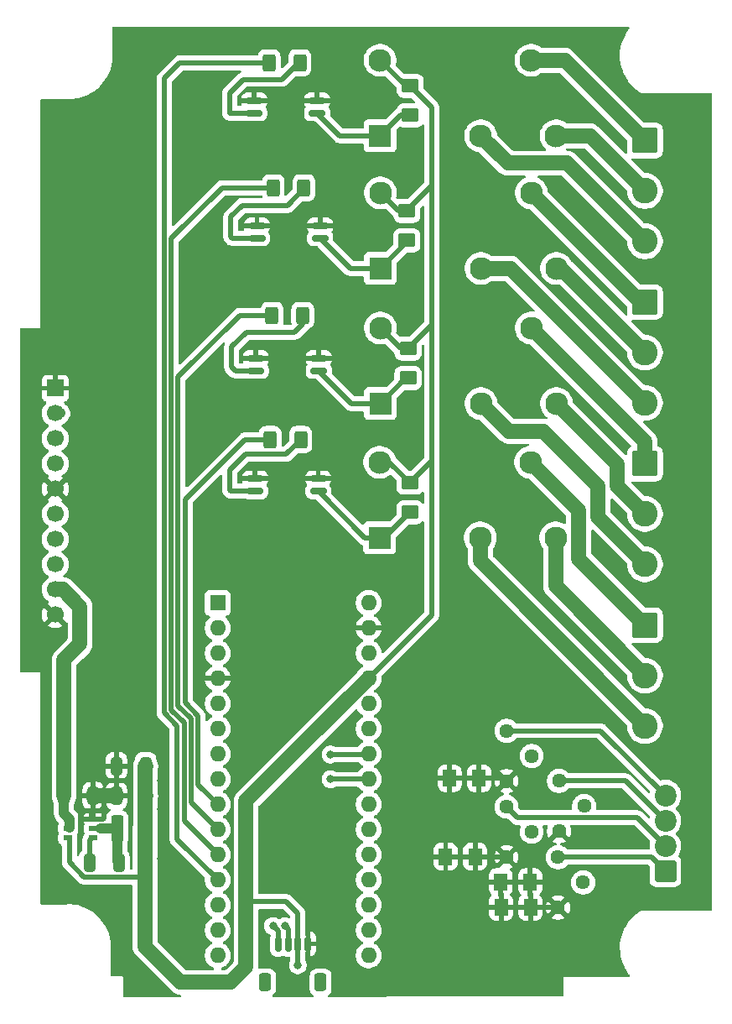
<source format=gbr>
%TF.GenerationSoftware,KiCad,Pcbnew,9.0.7*%
%TF.CreationDate,2026-02-10T14:17:08-05:00*%
%TF.ProjectId,BREAD_Slice,42524541-445f-4536-9c69-63652e6b6963,rev?*%
%TF.SameCoordinates,PX74eba40PY8552dc0*%
%TF.FileFunction,Copper,L2,Bot*%
%TF.FilePolarity,Positive*%
%FSLAX46Y46*%
G04 Gerber Fmt 4.6, Leading zero omitted, Abs format (unit mm)*
G04 Created by KiCad (PCBNEW 9.0.7) date 2026-02-10 14:17:08*
%MOMM*%
%LPD*%
G01*
G04 APERTURE LIST*
G04 Aperture macros list*
%AMRoundRect*
0 Rectangle with rounded corners*
0 $1 Rounding radius*
0 $2 $3 $4 $5 $6 $7 $8 $9 X,Y pos of 4 corners*
0 Add a 4 corners polygon primitive as box body*
4,1,4,$2,$3,$4,$5,$6,$7,$8,$9,$2,$3,0*
0 Add four circle primitives for the rounded corners*
1,1,$1+$1,$2,$3*
1,1,$1+$1,$4,$5*
1,1,$1+$1,$6,$7*
1,1,$1+$1,$8,$9*
0 Add four rect primitives between the rounded corners*
20,1,$1+$1,$2,$3,$4,$5,0*
20,1,$1+$1,$4,$5,$6,$7,0*
20,1,$1+$1,$6,$7,$8,$9,0*
20,1,$1+$1,$8,$9,$2,$3,0*%
G04 Aperture macros list end*
%TA.AperFunction,SMDPad,CuDef*%
%ADD10R,0.901700X0.508000*%
%TD*%
%TA.AperFunction,ComponentPad*%
%ADD11C,1.440000*%
%TD*%
%TA.AperFunction,ComponentPad*%
%ADD12R,1.600000X1.600000*%
%TD*%
%TA.AperFunction,ComponentPad*%
%ADD13O,1.600000X1.600000*%
%TD*%
%TA.AperFunction,ComponentPad*%
%ADD14R,1.700000X1.700000*%
%TD*%
%TA.AperFunction,ComponentPad*%
%ADD15C,1.700000*%
%TD*%
%TA.AperFunction,ComponentPad*%
%ADD16RoundRect,0.250000X-1.050000X1.050000X-1.050000X-1.050000X1.050000X-1.050000X1.050000X1.050000X0*%
%TD*%
%TA.AperFunction,ComponentPad*%
%ADD17C,2.600000*%
%TD*%
%TA.AperFunction,ComponentPad*%
%ADD18RoundRect,0.249999X0.850001X-0.850001X0.850001X0.850001X-0.850001X0.850001X-0.850001X-0.850001X0*%
%TD*%
%TA.AperFunction,ComponentPad*%
%ADD19C,2.200000*%
%TD*%
%TA.AperFunction,ComponentPad*%
%ADD20R,2.300000X2.300000*%
%TD*%
%TA.AperFunction,ComponentPad*%
%ADD21C,2.300000*%
%TD*%
%TA.AperFunction,SMDPad,CuDef*%
%ADD22RoundRect,0.250001X0.462499X0.624999X-0.462499X0.624999X-0.462499X-0.624999X0.462499X-0.624999X0*%
%TD*%
%TA.AperFunction,SMDPad,CuDef*%
%ADD23RoundRect,0.150000X-0.662500X-0.150000X0.662500X-0.150000X0.662500X0.150000X-0.662500X0.150000X0*%
%TD*%
%TA.AperFunction,SMDPad,CuDef*%
%ADD24RoundRect,0.150000X0.150000X0.625000X-0.150000X0.625000X-0.150000X-0.625000X0.150000X-0.625000X0*%
%TD*%
%TA.AperFunction,SMDPad,CuDef*%
%ADD25RoundRect,0.250000X0.350000X0.650000X-0.350000X0.650000X-0.350000X-0.650000X0.350000X-0.650000X0*%
%TD*%
%TA.AperFunction,SMDPad,CuDef*%
%ADD26RoundRect,0.250000X0.325000X0.650000X-0.325000X0.650000X-0.325000X-0.650000X0.325000X-0.650000X0*%
%TD*%
%TA.AperFunction,SMDPad,CuDef*%
%ADD27RoundRect,0.250001X-0.624999X0.462499X-0.624999X-0.462499X0.624999X-0.462499X0.624999X0.462499X0*%
%TD*%
%TA.AperFunction,SMDPad,CuDef*%
%ADD28RoundRect,0.250000X-0.400000X-0.625000X0.400000X-0.625000X0.400000X0.625000X-0.400000X0.625000X0*%
%TD*%
%TA.AperFunction,SMDPad,CuDef*%
%ADD29RoundRect,0.250000X-0.325000X-0.650000X0.325000X-0.650000X0.325000X0.650000X-0.325000X0.650000X0*%
%TD*%
%TA.AperFunction,SMDPad,CuDef*%
%ADD30RoundRect,0.250001X-0.462499X-0.624999X0.462499X-0.624999X0.462499X0.624999X-0.462499X0.624999X0*%
%TD*%
%TA.AperFunction,SMDPad,CuDef*%
%ADD31RoundRect,0.250000X-0.375000X-1.075000X0.375000X-1.075000X0.375000X1.075000X-0.375000X1.075000X0*%
%TD*%
%TA.AperFunction,ViaPad*%
%ADD32C,0.800000*%
%TD*%
%TA.AperFunction,ViaPad*%
%ADD33C,0.500000*%
%TD*%
%TA.AperFunction,Conductor*%
%ADD34C,0.500000*%
%TD*%
%TA.AperFunction,Conductor*%
%ADD35C,1.500000*%
%TD*%
%TA.AperFunction,Conductor*%
%ADD36C,1.000000*%
%TD*%
G04 APERTURE END LIST*
D10*
%TO.P,U1,1,FB*%
%TO.N,+5V*%
X4848250Y16094999D03*
%TO.P,U1,2,EN*%
%TO.N,+12V*%
X4848250Y17045000D03*
%TO.P,U1,3,VIN*%
X4848250Y17995001D03*
%TO.P,U1,4,GND*%
%TO.N,GND*%
X7451750Y17995001D03*
%TO.P,U1,5,SW*%
%TO.N,Net-(U1-SW)*%
X7451750Y17045000D03*
%TO.P,U1,6,BST*%
%TO.N,Net-(U1-BST)*%
X7451750Y16094999D03*
%TD*%
D11*
%TO.P,RV4,1,1*%
%TO.N,/F_4*%
X49160000Y26900000D03*
%TO.P,RV4,2,2*%
%TO.N,/A_IN4*%
X51700000Y24360000D03*
%TO.P,RV4,3,3*%
%TO.N,GND*%
X49160000Y21820000D03*
%TD*%
%TO.P,RV3,1,1*%
%TO.N,/F_3*%
X54460000Y21840000D03*
%TO.P,RV3,2,2*%
%TO.N,/A_IN3*%
X57000000Y19300000D03*
%TO.P,RV3,3,3*%
%TO.N,GND*%
X54460000Y16760000D03*
%TD*%
%TO.P,RV2,1,1*%
%TO.N,/F_2*%
X49160000Y19240000D03*
%TO.P,RV2,2,2*%
%TO.N,/A_IN2*%
X51700000Y16700000D03*
%TO.P,RV2,3,3*%
%TO.N,GND*%
X49160000Y14160000D03*
%TD*%
%TO.P,RV1,1,1*%
%TO.N,/F_1*%
X54360000Y14140000D03*
%TO.P,RV1,2,2*%
%TO.N,/A_IN1*%
X56900000Y11600000D03*
%TO.P,RV1,3,3*%
%TO.N,GND*%
X54360000Y9060000D03*
%TD*%
D12*
%TO.P,A1,1,D1/TX*%
%TO.N,unconnected-(A1-D1{slash}TX-Pad1)*%
X19988000Y39800000D03*
D13*
%TO.P,A1,2,D0/RX*%
%TO.N,unconnected-(A1-D0{slash}RX-Pad2)*%
X19988000Y37260000D03*
%TO.P,A1,3,~{RESET}*%
%TO.N,unconnected-(A1-~{RESET}-Pad3)*%
X19988000Y34720000D03*
%TO.P,A1,4,GND*%
%TO.N,GND*%
X19988000Y32180000D03*
%TO.P,A1,5,D2*%
%TO.N,/E_STOP*%
X19988000Y29640000D03*
%TO.P,A1,6,D3*%
%TO.N,/INT*%
X19988000Y27100000D03*
%TO.P,A1,7,D4*%
%TO.N,/SYNC*%
X19988000Y24560000D03*
%TO.P,A1,8,D5*%
%TO.N,/LED*%
X19988000Y22020000D03*
%TO.P,A1,9,D6*%
%TO.N,/SW4*%
X19988000Y19480000D03*
%TO.P,A1,10,D7*%
%TO.N,/SW3*%
X19988000Y16940000D03*
%TO.P,A1,11,D8*%
%TO.N,/SW2*%
X19988000Y14400000D03*
%TO.P,A1,12,D9*%
%TO.N,/SW1*%
X19988000Y11860000D03*
%TO.P,A1,13,D10*%
%TO.N,unconnected-(A1-D10-Pad13)*%
X19988000Y9320000D03*
%TO.P,A1,14,D11*%
%TO.N,unconnected-(A1-D11-Pad14)*%
X19988000Y6780000D03*
%TO.P,A1,15,D12*%
%TO.N,unconnected-(A1-D12-Pad15)*%
X19988000Y4240000D03*
%TO.P,A1,16,D13*%
%TO.N,unconnected-(A1-D13-Pad16)*%
X35228000Y4240000D03*
%TO.P,A1,17,3V3*%
%TO.N,unconnected-(A1-3V3-Pad17)*%
X35228000Y6780000D03*
%TO.P,A1,18,AREF*%
%TO.N,unconnected-(A1-AREF-Pad18)*%
X35228000Y9320000D03*
%TO.P,A1,19,A0*%
%TO.N,/A_IN1*%
X35228000Y11860000D03*
%TO.P,A1,20,A1*%
%TO.N,/A_IN2*%
X35228000Y14400000D03*
%TO.P,A1,21,A2*%
%TO.N,/A_IN3*%
X35228000Y16940000D03*
%TO.P,A1,22,A3*%
%TO.N,/A_IN4*%
X35228000Y19480000D03*
%TO.P,A1,23,A4*%
%TO.N,/I2C_DAT*%
X35228000Y22020000D03*
%TO.P,A1,24,A5*%
%TO.N,/I2C_CLK*%
X35228000Y24560000D03*
%TO.P,A1,25,A6*%
%TO.N,unconnected-(A1-A6-Pad25)*%
X35228000Y27100000D03*
%TO.P,A1,26,A7*%
%TO.N,unconnected-(A1-A7-Pad26)*%
X35228000Y29640000D03*
%TO.P,A1,27,+5V*%
%TO.N,+5V*%
X35228000Y32180000D03*
%TO.P,A1,28,~{RESET}*%
%TO.N,unconnected-(A1-~{RESET}-Pad28)*%
X35228000Y34720000D03*
%TO.P,A1,29,GND*%
%TO.N,GND*%
X35228000Y37260000D03*
%TO.P,A1,30,VIN*%
%TO.N,unconnected-(A1-VIN-Pad30)*%
X35228000Y39800000D03*
%TD*%
D14*
%TO.P,J1,1,Pin_1*%
%TO.N,GND*%
X3600000Y61450000D03*
D15*
%TO.P,J1,2,Pin_2*%
%TO.N,+12V*%
X3600000Y58910000D03*
%TO.P,J1,3,Pin_3*%
%TO.N,/I2C_CLK*%
X3600000Y56370000D03*
%TO.P,J1,4,Pin_4*%
%TO.N,/I2C_DAT*%
X3600000Y53830000D03*
%TO.P,J1,5,Pin_5*%
%TO.N,GND*%
X3600000Y51290000D03*
%TO.P,J1,6,Pin_6*%
%TO.N,/E_STOP*%
X3600000Y48750000D03*
%TO.P,J1,7,Pin_7*%
%TO.N,/INT*%
X3600000Y46210000D03*
%TO.P,J1,8,Pin_8*%
%TO.N,/SYNC*%
X3600000Y43670000D03*
%TO.P,J1,9,Pin_9*%
%TO.N,+12V*%
X3600000Y41130000D03*
%TO.P,J1,10,Pin_10*%
%TO.N,GND*%
X3600000Y38590000D03*
%TD*%
D16*
%TO.P,J5,1,Pin_1*%
%TO.N,/Relay3/NC*%
X63150000Y53850000D03*
D17*
%TO.P,J5,2,Pin_2*%
%TO.N,/Relay3/NO*%
X63150000Y48770000D03*
%TO.P,J5,3,Pin_3*%
%TO.N,/Relay3/IN*%
X63150000Y43690000D03*
%TD*%
D18*
%TO.P,J2,1,Pin_1*%
%TO.N,/F_1*%
X65200000Y12735000D03*
D19*
%TO.P,J2,2,Pin_2*%
%TO.N,/F_2*%
X65200000Y15275000D03*
%TO.P,J2,3,Pin_3*%
%TO.N,/F_3*%
X65200000Y17815000D03*
%TO.P,J2,4,Pin_4*%
%TO.N,/F_4*%
X65200000Y20355000D03*
%TD*%
D16*
%TO.P,J6,1,Pin_1*%
%TO.N,/Relay4/NC*%
X63150000Y37550000D03*
D17*
%TO.P,J6,2,Pin_2*%
%TO.N,/Relay4/NO*%
X63150000Y32470000D03*
%TO.P,J6,3,Pin_3*%
%TO.N,/Relay4/IN*%
X63150000Y27390000D03*
%TD*%
D20*
%TO.P,K1,1*%
%TO.N,Net-(D6-A)*%
X36390000Y86908000D03*
D21*
%TO.P,K1,2*%
%TO.N,/Relay1/IN*%
X46550000Y86908000D03*
%TO.P,K1,3*%
%TO.N,/Relay1/NO*%
X54170000Y86908000D03*
%TO.P,K1,4*%
%TO.N,/Relay1/NC*%
X51630000Y94528000D03*
%TO.P,K1,5*%
%TO.N,+5V*%
X36390000Y94528000D03*
%TD*%
D20*
%TO.P,K4,1*%
%TO.N,Net-(D9-A)*%
X36360000Y46360000D03*
D21*
%TO.P,K4,2*%
%TO.N,/Relay4/IN*%
X46520000Y46360000D03*
%TO.P,K4,3*%
%TO.N,/Relay4/NO*%
X54140000Y46360000D03*
%TO.P,K4,4*%
%TO.N,/Relay4/NC*%
X51600000Y53980000D03*
%TO.P,K4,5*%
%TO.N,+5V*%
X36360000Y53980000D03*
%TD*%
D16*
%TO.P,J3,1,Pin_1*%
%TO.N,/Relay1/NC*%
X63145000Y86435000D03*
D17*
%TO.P,J3,2,Pin_2*%
%TO.N,/Relay1/NO*%
X63145000Y81355000D03*
%TO.P,J3,3,Pin_3*%
%TO.N,/Relay1/IN*%
X63145000Y76275000D03*
%TD*%
D20*
%TO.P,K2,1*%
%TO.N,Net-(D7-A)*%
X36425000Y73532000D03*
D21*
%TO.P,K2,2*%
%TO.N,/Relay2/IN*%
X46585000Y73532000D03*
%TO.P,K2,3*%
%TO.N,/Relay2/NO*%
X54205000Y73532000D03*
%TO.P,K2,4*%
%TO.N,/Relay2/NC*%
X51665000Y81152000D03*
%TO.P,K2,5*%
%TO.N,+5V*%
X36425000Y81152000D03*
%TD*%
D20*
%TO.P,K3,1*%
%TO.N,Net-(D8-A)*%
X36425000Y59900000D03*
D21*
%TO.P,K3,2*%
%TO.N,/Relay3/IN*%
X46585000Y59900000D03*
%TO.P,K3,3*%
%TO.N,/Relay3/NO*%
X54205000Y59900000D03*
%TO.P,K3,4*%
%TO.N,/Relay3/NC*%
X51665000Y67520000D03*
%TO.P,K3,5*%
%TO.N,+5V*%
X36425000Y67520000D03*
%TD*%
D16*
%TO.P,J4,1,Pin_1*%
%TO.N,/Relay2/NC*%
X63145000Y70135000D03*
D17*
%TO.P,J4,2,Pin_2*%
%TO.N,/Relay2/NO*%
X63145000Y65055000D03*
%TO.P,J4,3,Pin_3*%
%TO.N,/Relay2/IN*%
X63145000Y59975000D03*
%TD*%
D22*
%TO.P,D5,1,K*%
%TO.N,GND*%
X46387500Y22100000D03*
%TO.P,D5,2,A*%
X43412500Y22100000D03*
%TD*%
D23*
%TO.P,U3,1*%
%TO.N,Net-(R2-Pad2)*%
X23966500Y76580000D03*
%TO.P,U3,2*%
%TO.N,GND*%
X23966500Y77850000D03*
%TO.P,U3,3*%
X30341500Y77850000D03*
%TO.P,U3,4*%
%TO.N,Net-(D7-A)*%
X30341500Y76580000D03*
%TD*%
D22*
%TO.P,D2,1,K*%
%TO.N,GND*%
X51587500Y9100000D03*
%TO.P,D2,2,A*%
X48612500Y9100000D03*
%TD*%
D23*
%TO.P,U4,1*%
%TO.N,Net-(R3-Pad2)*%
X23839500Y63202000D03*
%TO.P,U4,2*%
%TO.N,GND*%
X23839500Y64472000D03*
%TO.P,U4,3*%
X30214500Y64472000D03*
%TO.P,U4,4*%
%TO.N,Net-(D8-A)*%
X30214500Y63202000D03*
%TD*%
D24*
%TO.P,J1,1,Pin_1*%
%TO.N,GND*%
X29098000Y5400000D03*
%TO.P,J1,2,Pin_2*%
%TO.N,+5V*%
X28098000Y5400000D03*
%TO.P,J1,3,Pin_3*%
%TO.N,/I2C_DAT*%
X27098000Y5400000D03*
%TO.P,J1,4,Pin_4*%
%TO.N,/I2C_CLK*%
X26098000Y5400000D03*
D25*
%TO.P,J1,MP*%
%TO.N,N/C*%
X30398000Y1525000D03*
X24798000Y1525000D03*
%TD*%
D23*
%TO.P,U2,1*%
%TO.N,Net-(R1-Pad2)*%
X23677500Y89194000D03*
%TO.P,U2,2*%
%TO.N,GND*%
X23677500Y90464000D03*
%TO.P,U2,3*%
X30052500Y90464000D03*
%TO.P,U2,4*%
%TO.N,Net-(D6-A)*%
X30052500Y89194000D03*
%TD*%
D26*
%TO.P,C1,1*%
%TO.N,GND*%
X7425000Y20345000D03*
%TO.P,C1,2*%
%TO.N,+12V*%
X4475000Y20345000D03*
%TD*%
D27*
%TO.P,D8,1,K*%
%TO.N,+5V*%
X39219000Y65451500D03*
%TO.P,D8,2,A*%
%TO.N,Net-(D8-A)*%
X39219000Y62476500D03*
%TD*%
%TO.P,D9,1,K*%
%TO.N,+5V*%
X39408000Y51911500D03*
%TO.P,D9,2,A*%
%TO.N,Net-(D9-A)*%
X39408000Y48936500D03*
%TD*%
D22*
%TO.P,D3,1,K*%
%TO.N,GND*%
X45987500Y14200000D03*
%TO.P,D3,2,A*%
X43012500Y14200000D03*
%TD*%
D28*
%TO.P,R2,1*%
%TO.N,/SW2*%
X25604000Y81660000D03*
%TO.P,R2,2*%
%TO.N,Net-(R2-Pad2)*%
X28704000Y81660000D03*
%TD*%
%TO.P,R3,1*%
%TO.N,/SW3*%
X25477000Y68790000D03*
%TO.P,R3,2*%
%TO.N,Net-(R3-Pad2)*%
X28577000Y68790000D03*
%TD*%
D27*
%TO.P,D7,1,K*%
%TO.N,+5V*%
X39092000Y79337500D03*
%TO.P,D7,2,A*%
%TO.N,Net-(D7-A)*%
X39092000Y76362500D03*
%TD*%
D26*
%TO.P,C2,1*%
%TO.N,Net-(U1-SW)*%
X10025000Y13545000D03*
%TO.P,C2,2*%
%TO.N,Net-(U1-BST)*%
X7075000Y13545000D03*
%TD*%
D27*
%TO.P,D6,1,K*%
%TO.N,+5V*%
X39438000Y91951500D03*
%TO.P,D6,2,A*%
%TO.N,Net-(D6-A)*%
X39438000Y88976500D03*
%TD*%
D29*
%TO.P,C3,1*%
%TO.N,GND*%
X9775000Y20345000D03*
%TO.P,C3,2*%
%TO.N,+5V*%
X12725000Y20345000D03*
%TD*%
D28*
%TO.P,R4,1*%
%TO.N,/SW4*%
X25285000Y56266000D03*
%TO.P,R4,2*%
%TO.N,Net-(R4-Pad2)*%
X28385000Y56266000D03*
%TD*%
D29*
%TO.P,C4,1*%
%TO.N,GND*%
X9775000Y23345000D03*
%TO.P,C4,2*%
%TO.N,+5V*%
X12725000Y23345000D03*
%TD*%
D23*
%TO.P,U5,1*%
%TO.N,Net-(R4-Pad2)*%
X23774500Y51059000D03*
%TO.P,U5,2*%
%TO.N,GND*%
X23774500Y52329000D03*
%TO.P,U5,3*%
X30149500Y52329000D03*
%TO.P,U5,4*%
%TO.N,Net-(D9-A)*%
X30149500Y51059000D03*
%TD*%
D30*
%TO.P,D4,1,K*%
%TO.N,GND*%
X48575000Y11650000D03*
%TO.P,D4,2,A*%
X51550000Y11650000D03*
%TD*%
D31*
%TO.P,L1,1*%
%TO.N,Net-(U1-SW)*%
X9850000Y17045000D03*
%TO.P,L1,2*%
%TO.N,+5V*%
X12650000Y17045000D03*
%TD*%
D28*
%TO.P,R1,1*%
%TO.N,/SW1*%
X25188000Y94274000D03*
%TO.P,R1,2*%
%TO.N,Net-(R1-Pad2)*%
X28288000Y94274000D03*
%TD*%
D32*
%TO.N,GND*%
X14250000Y21895000D03*
X3750000Y13345000D03*
D33*
X7250000Y18845000D03*
D32*
X7350000Y23595000D03*
D33*
X8550000Y19545000D03*
X8550000Y21045000D03*
X7450000Y21845000D03*
D32*
X50200000Y2100000D03*
D33*
X9750000Y21845000D03*
D32*
X3550000Y16595000D03*
X14250000Y13995000D03*
X14250000Y18995000D03*
D33*
X8150000Y18845000D03*
X6150000Y16145000D03*
D32*
%TO.N,+5V*%
X28088000Y3249500D03*
%TO.N,/I2C_CLK*%
X25588000Y7200000D03*
X31388000Y24500000D03*
%TO.N,/I2C_DAT*%
X31388000Y22000000D03*
X26781039Y7195083D03*
%TD*%
D34*
%TO.N,GND*%
X7287500Y17995000D02*
X6200000Y17995000D01*
X8950000Y21845000D02*
X10650000Y21845000D01*
X6200000Y17995000D02*
X6150000Y17945000D01*
X9750000Y21845000D02*
X8950000Y21845000D01*
X6350000Y18845000D02*
X6150000Y18645000D01*
X54320000Y9100000D02*
X54360000Y9060000D01*
X8400000Y17995000D02*
X8550000Y18145000D01*
X7250000Y18032500D02*
X7287500Y17995000D01*
X7250000Y18845000D02*
X6350000Y18845000D01*
X51587500Y9100000D02*
X54320000Y9100000D01*
X8550000Y19245000D02*
X8150000Y18845000D01*
X6150000Y17945000D02*
X6150000Y16145000D01*
X49120000Y14200000D02*
X49160000Y14160000D01*
X8550000Y20345000D02*
X8550000Y19545000D01*
X8550000Y20345000D02*
X8550000Y21045000D01*
D35*
X7425000Y20345000D02*
X9775000Y20345000D01*
D34*
X51550000Y11650000D02*
X51550000Y13850000D01*
X46387500Y22100000D02*
X48880000Y22100000D01*
X51550000Y13850000D02*
X54460000Y16760000D01*
X54532500Y16687500D02*
X54460000Y16760000D01*
X8150000Y18845000D02*
X7250000Y18845000D01*
X45987500Y14200000D02*
X49120000Y14200000D01*
X6150000Y18645000D02*
X6150000Y17945000D01*
X8550000Y18145000D02*
X8550000Y19545000D01*
X8550000Y19545000D02*
X8550000Y19245000D01*
X48880000Y22100000D02*
X49160000Y21820000D01*
X7287500Y17995000D02*
X8400000Y17995000D01*
X7250000Y18845000D02*
X7250000Y18032500D01*
D35*
%TO.N,+5V*%
X16256000Y1524000D02*
X21336000Y1524000D01*
D34*
X38966500Y91951500D02*
X36390000Y94528000D01*
D35*
X22860000Y9652000D02*
X22860000Y19812000D01*
D34*
X35228000Y32180000D02*
X41597000Y38549000D01*
D35*
X35228000Y32180000D02*
X28098000Y25050000D01*
X21336000Y1524000D02*
X22860000Y3048000D01*
D34*
X38493500Y65451500D02*
X36425000Y67520000D01*
X12650000Y12145000D02*
X6503122Y12145000D01*
X41632000Y81877500D02*
X39092000Y79337500D01*
D35*
X12725000Y23345000D02*
X12700000Y23320000D01*
D34*
X36360000Y53980000D02*
X37339500Y53980000D01*
X37339500Y53980000D02*
X39408000Y51911500D01*
X26924000Y9652000D02*
X22860000Y9652000D01*
X5012500Y13635622D02*
X5012500Y16095000D01*
D35*
X12700000Y20320000D02*
X12700000Y17095000D01*
D34*
X41597000Y38549000D02*
X41597000Y89792500D01*
D35*
X22860000Y3048000D02*
X22860000Y9652000D01*
D34*
X39092000Y79337500D02*
X38239500Y79337500D01*
X28098000Y5400000D02*
X28098000Y8478000D01*
D35*
X12650000Y12145000D02*
X12650000Y5130000D01*
D34*
X41567000Y54070500D02*
X39408000Y51911500D01*
X28098000Y3259500D02*
X28098000Y5400000D01*
X41632000Y67864500D02*
X39219000Y65451500D01*
D35*
X12700000Y23320000D02*
X12700000Y20370000D01*
X12650000Y12145000D02*
X12650000Y17045000D01*
X22860000Y19812000D02*
X28098000Y25050000D01*
D34*
X38239500Y79337500D02*
X36425000Y81152000D01*
X41597000Y89792500D02*
X39438000Y91951500D01*
X28088000Y3249500D02*
X28098000Y3259500D01*
X6503122Y12145000D02*
X5012500Y13635622D01*
D36*
X12725000Y17120000D02*
X12650000Y17045000D01*
D34*
X35408000Y32000000D02*
X35228000Y32180000D01*
D35*
X12725000Y20345000D02*
X12700000Y20320000D01*
X12700000Y17095000D02*
X12650000Y17045000D01*
X12700000Y20370000D02*
X12725000Y20345000D01*
D34*
X39438000Y91951500D02*
X38966500Y91951500D01*
X28098000Y8478000D02*
X26924000Y9652000D01*
D35*
X12650000Y5130000D02*
X16256000Y1524000D01*
D34*
%TO.N,/I2C_CLK*%
X35168000Y24500000D02*
X35228000Y24560000D01*
X25588000Y7200000D02*
X26098000Y6690000D01*
X26098000Y6690000D02*
X26098000Y5400000D01*
X31388000Y24500000D02*
X35168000Y24500000D01*
%TO.N,/I2C_DAT*%
X35208000Y22000000D02*
X35228000Y22020000D01*
X26781039Y7195083D02*
X27098000Y6878122D01*
X31388000Y22000000D02*
X35208000Y22000000D01*
X27098000Y6878122D02*
X27098000Y5400000D01*
%TO.N,/SW3*%
X22201000Y68790000D02*
X25477000Y68790000D01*
X19988000Y16940000D02*
X17300000Y19628000D01*
X16000000Y62589000D02*
X22201000Y68790000D01*
X17300000Y19628000D02*
X17300000Y28100000D01*
X17300000Y28100000D02*
X16000000Y29400000D01*
X16000000Y29400000D02*
X16000000Y62589000D01*
D36*
%TO.N,+12V*%
X4110000Y58910000D02*
X3600000Y58910000D01*
X5012500Y17995000D02*
X5012500Y17095000D01*
X4475000Y18532500D02*
X5012500Y17995000D01*
X4475000Y20345000D02*
X4475000Y18532500D01*
D35*
X4370000Y41130000D02*
X6100000Y39400000D01*
X4475000Y34025000D02*
X4475000Y20345000D01*
X6100000Y35650000D02*
X4475000Y34025000D01*
X3600000Y41130000D02*
X4370000Y41130000D01*
X6100000Y39400000D02*
X6100000Y35650000D01*
D34*
%TO.N,/SW1*%
X14600000Y28700000D02*
X14600000Y92700000D01*
X19988000Y11860000D02*
X15900000Y15948000D01*
X14600000Y92700000D02*
X16174000Y94274000D01*
X15900000Y15948000D02*
X15900000Y27400000D01*
X16174000Y94274000D02*
X25188000Y94274000D01*
X15900000Y27400000D02*
X14600000Y28700000D01*
%TO.N,/SW2*%
X19988000Y14400000D02*
X16600000Y17788000D01*
X16600000Y27700000D02*
X15300000Y29000000D01*
X16600000Y17788000D02*
X16600000Y27700000D01*
X20423000Y81660000D02*
X25604000Y81660000D01*
X15300000Y29000000D02*
X15300000Y76537000D01*
X15300000Y76537000D02*
X20423000Y81660000D01*
%TO.N,unconnected-(A1-D12-Pad15)*%
X19988000Y4420100D02*
X19988000Y4240000D01*
%TO.N,/SW4*%
X18000000Y21468000D02*
X18000000Y28400000D01*
X22771000Y56266000D02*
X25285000Y56266000D01*
X19988000Y19480000D02*
X18000000Y21468000D01*
X16700000Y50195000D02*
X22771000Y56266000D01*
X16700000Y29700000D02*
X16700000Y50195000D01*
X18000000Y28400000D02*
X16700000Y29700000D01*
D36*
%TO.N,Net-(U1-SW)*%
X9850000Y13720000D02*
X10025000Y13545000D01*
X9850000Y17045000D02*
X8206238Y17045000D01*
X9850000Y17045000D02*
X9850000Y13720000D01*
D34*
%TO.N,Net-(U1-BST)*%
X7075000Y15882500D02*
X7287500Y16095000D01*
X7075000Y13545000D02*
X7075000Y15882500D01*
D35*
%TO.N,unconnected-(A1-VIN-Pad30)*%
X35245000Y39783000D02*
X35228000Y39800000D01*
D34*
%TO.N,Net-(D6-A)*%
X38458500Y88976500D02*
X36390000Y86908000D01*
X39438000Y88976500D02*
X38458500Y88976500D01*
X32338500Y86908000D02*
X30052500Y89194000D01*
X36390000Y86908000D02*
X32338500Y86908000D01*
%TO.N,Net-(D7-A)*%
X39092000Y76199000D02*
X36425000Y73532000D01*
X33389500Y73532000D02*
X30341500Y76580000D01*
X36425000Y73532000D02*
X33389500Y73532000D01*
X39092000Y76362500D02*
X39092000Y76199000D01*
%TO.N,Net-(D8-A)*%
X36425000Y59900000D02*
X33516500Y59900000D01*
X33516500Y59900000D02*
X30214500Y63202000D01*
X39001500Y62476500D02*
X36425000Y59900000D01*
%TO.N,Net-(D9-A)*%
X34840000Y46360000D02*
X30149500Y51050500D01*
X36360000Y46360000D02*
X34840000Y46360000D01*
X36360000Y46360000D02*
X36831500Y46360000D01*
X30149500Y51050500D02*
X30149500Y51059000D01*
X36831500Y46360000D02*
X39408000Y48936500D01*
%TO.N,/F_1*%
X65500000Y12685000D02*
X65365000Y12550000D01*
X65200000Y12735000D02*
X63795000Y14140000D01*
X63795000Y14140000D02*
X54360000Y14140000D01*
%TO.N,/F_4*%
X58655000Y26900000D02*
X49160000Y26900000D01*
X65200000Y20355000D02*
X58655000Y26900000D01*
%TO.N,/F_2*%
X62345000Y18130000D02*
X50270000Y18130000D01*
X65200000Y15275000D02*
X62345000Y18130000D01*
X50270000Y18130000D02*
X49160000Y19240000D01*
%TO.N,/F_3*%
X61165000Y21850000D02*
X54470000Y21850000D01*
X65200000Y17815000D02*
X61165000Y21850000D01*
X54470000Y21850000D02*
X54460000Y21840000D01*
D35*
%TO.N,/Relay1/NC*%
X51630000Y94528000D02*
X55052000Y94528000D01*
X55052000Y94528000D02*
X63145000Y86435000D01*
%TO.N,/Relay1/NO*%
X57592000Y86908000D02*
X63145000Y81355000D01*
X54170000Y86908000D02*
X57592000Y86908000D01*
%TO.N,/Relay1/IN*%
X55268000Y84152000D02*
X63145000Y76275000D01*
X46550000Y86908000D02*
X49306000Y84152000D01*
X49306000Y84152000D02*
X55268000Y84152000D01*
%TO.N,/Relay2/IN*%
X49588000Y73532000D02*
X63145000Y59975000D01*
X46585000Y73532000D02*
X49588000Y73532000D01*
%TO.N,/Relay2/NC*%
X62682000Y70135000D02*
X63145000Y70135000D01*
X51665000Y81152000D02*
X62682000Y70135000D01*
%TO.N,/Relay2/NO*%
X54668000Y73532000D02*
X63145000Y65055000D01*
X54205000Y73532000D02*
X54668000Y73532000D01*
%TO.N,/Relay3/IN*%
X49379000Y57106000D02*
X52894000Y57106000D01*
X58400000Y51600000D02*
X58400000Y48440000D01*
X46585000Y59900000D02*
X49379000Y57106000D01*
X52894000Y57106000D02*
X58400000Y51600000D01*
X58400000Y48440000D02*
X63150000Y43690000D01*
%TO.N,/Relay3/NO*%
X60350000Y53755000D02*
X60350000Y51570000D01*
X60350000Y51570000D02*
X63150000Y48770000D01*
X54205000Y59900000D02*
X60350000Y53755000D01*
%TO.N,/Relay3/NC*%
X63150000Y56035000D02*
X63150000Y53850000D01*
X51665000Y67520000D02*
X63150000Y56035000D01*
%TO.N,/Relay4/NC*%
X51600000Y53980000D02*
X56450000Y49130000D01*
X56450000Y44250000D02*
X63150000Y37550000D01*
X56450000Y49130000D02*
X56450000Y44250000D01*
%TO.N,/Relay4/IN*%
X46520000Y44020000D02*
X63150000Y27390000D01*
X46520000Y46360000D02*
X46520000Y44020000D01*
%TO.N,/Relay4/NO*%
X54140000Y41480000D02*
X63150000Y32470000D01*
X54140000Y46360000D02*
X54140000Y41480000D01*
D34*
%TO.N,Net-(R1-Pad2)*%
X21200000Y91200000D02*
X21200000Y89194000D01*
X28288000Y94274000D02*
X28135000Y94274000D01*
X21200000Y89194000D02*
X23677500Y89194000D01*
X28135000Y94274000D02*
X26461000Y92600000D01*
X22600000Y92600000D02*
X21200000Y91200000D01*
X26461000Y92600000D02*
X22600000Y92600000D01*
%TO.N,Net-(R2-Pad2)*%
X21312000Y78739000D02*
X21312000Y76707000D01*
X28704000Y81559000D02*
X27027000Y79882000D01*
X21439000Y76580000D02*
X23966500Y76580000D01*
X21312000Y76707000D02*
X21439000Y76580000D01*
X28704000Y81660000D02*
X28704000Y81559000D01*
X22455000Y79882000D02*
X21312000Y78739000D01*
X27027000Y79882000D02*
X22455000Y79882000D01*
%TO.N,Net-(R3-Pad2)*%
X27762000Y67100000D02*
X22900000Y67100000D01*
X22900000Y67100000D02*
X21400000Y65600000D01*
X21400000Y65600000D02*
X21400000Y63600000D01*
X28577000Y67915000D02*
X27762000Y67100000D01*
X21400000Y63600000D02*
X21798000Y63202000D01*
X28577000Y68790000D02*
X28577000Y67915000D01*
X21798000Y63202000D02*
X23839500Y63202000D01*
%TO.N,Net-(R4-Pad2)*%
X26919000Y54800000D02*
X22800000Y54800000D01*
X21200000Y53200000D02*
X21200000Y51200000D01*
X22800000Y54800000D02*
X21200000Y53200000D01*
X21341000Y51059000D02*
X23774500Y51059000D01*
X28385000Y56266000D02*
X26919000Y54800000D01*
X21200000Y51200000D02*
X21341000Y51059000D01*
%TD*%
%TA.AperFunction,Conductor*%
%TO.N,GND*%
G36*
X62049809Y17359815D02*
G01*
X62070451Y17343181D01*
X63615817Y15797815D01*
X63649302Y15736492D01*
X63646068Y15671820D01*
X63638910Y15649790D01*
X63638910Y15649789D01*
X63599500Y15400962D01*
X63599500Y15149038D01*
X63599499Y15149038D01*
X63617736Y15033897D01*
X63608781Y14964604D01*
X63563785Y14911152D01*
X63497033Y14890513D01*
X63495263Y14890500D01*
X55386204Y14890500D01*
X55319165Y14910185D01*
X55294469Y14931737D01*
X55294390Y14931657D01*
X55293226Y14932821D01*
X55291923Y14933958D01*
X55290949Y14935098D01*
X55155104Y15070943D01*
X55155102Y15070945D01*
X54999681Y15183865D01*
X54935632Y15216500D01*
X54828506Y15271084D01*
X54674010Y15321282D01*
X54616335Y15360719D01*
X54589136Y15425078D01*
X54601050Y15493924D01*
X54648294Y15545400D01*
X54692931Y15561687D01*
X54745690Y15570043D01*
X54928321Y15629384D01*
X55099419Y15716564D01*
X55128646Y15737799D01*
X55128646Y15737800D01*
X54506447Y16360000D01*
X54512661Y16360000D01*
X54614394Y16387259D01*
X54705606Y16439920D01*
X54780080Y16514394D01*
X54832741Y16605606D01*
X54860000Y16707339D01*
X54860000Y16713554D01*
X55482200Y16091354D01*
X55482201Y16091354D01*
X55503436Y16120581D01*
X55590616Y16291679D01*
X55649959Y16474316D01*
X55680000Y16663985D01*
X55680000Y16856016D01*
X55649958Y17045686D01*
X55649958Y17045689D01*
X55594236Y17217182D01*
X55592241Y17287023D01*
X55628321Y17346856D01*
X55691022Y17377684D01*
X55712167Y17379500D01*
X61982770Y17379500D01*
X62049809Y17359815D01*
G37*
%TD.AperFunction*%
%TA.AperFunction,Conductor*%
G36*
X61527304Y97904815D02*
G01*
X61573059Y97852011D01*
X61583003Y97782853D01*
X61556774Y97722642D01*
X61459397Y97601939D01*
X61459378Y97601913D01*
X61239476Y97272536D01*
X61239467Y97272521D01*
X61050125Y96924693D01*
X61050118Y96924679D01*
X60892857Y96561195D01*
X60892855Y96561191D01*
X60768960Y96185014D01*
X60768959Y96185011D01*
X60679445Y95799225D01*
X60679441Y95799203D01*
X60625030Y95406925D01*
X60625028Y95406904D01*
X60606161Y95011323D01*
X60606161Y95011298D01*
X60622991Y94615620D01*
X60622991Y94615614D01*
X60675291Y94223751D01*
X60675385Y94223048D01*
X60762587Y93838231D01*
X60762915Y93836786D01*
X60884870Y93459979D01*
X60884871Y93459976D01*
X61033312Y93111974D01*
X61040260Y93095685D01*
X61061870Y93055495D01*
X61227822Y92746863D01*
X61414569Y92464003D01*
X61440020Y92425452D01*
X61446037Y92416339D01*
X61617341Y92201746D01*
X61693119Y92106819D01*
X61942299Y91846666D01*
X61967075Y91820799D01*
X61967082Y91820793D01*
X62265658Y91560621D01*
X62265675Y91560607D01*
X62586470Y91328375D01*
X62586477Y91328371D01*
X62586481Y91328368D01*
X62756671Y91227127D01*
X62777757Y91214590D01*
X62826612Y91219092D01*
X62826612Y91219093D01*
X62846168Y91220894D01*
X62846187Y91220687D01*
X62864720Y91224501D01*
X69800500Y91224501D01*
X69867539Y91204816D01*
X69913294Y91152012D01*
X69924500Y91100501D01*
X69924500Y8899502D01*
X69904815Y8832463D01*
X69852011Y8786708D01*
X69800500Y8775502D01*
X62859941Y8775502D01*
X62847935Y8777969D01*
X62847788Y8776364D01*
X62779375Y8782658D01*
X62758279Y8770110D01*
X62758278Y8770111D01*
X62588203Y8668908D01*
X62588194Y8668902D01*
X62267586Y8436756D01*
X62267580Y8436752D01*
X62267576Y8436748D01*
X61969148Y8176675D01*
X61969145Y8176672D01*
X61695335Y7890796D01*
X61448366Y7581435D01*
X61230242Y7251101D01*
X61230233Y7251085D01*
X61042737Y6902483D01*
X60887363Y6538388D01*
X60765396Y6161805D01*
X60677813Y5775758D01*
X60625335Y5383423D01*
X60625332Y5383390D01*
X60608378Y4987928D01*
X60608379Y4987902D01*
X60627087Y4592510D01*
X60681304Y4200410D01*
X60681306Y4200398D01*
X60681307Y4200393D01*
X60690995Y4158550D01*
X60770594Y3814760D01*
X60770601Y3814737D01*
X60894230Y3438719D01*
X60894236Y3438704D01*
X60894238Y3438698D01*
X61051220Y3075305D01*
X61051222Y3075302D01*
X61051222Y3075301D01*
X61093700Y2997156D01*
X61226275Y2753265D01*
X61240274Y2727513D01*
X61459852Y2398161D01*
X61459856Y2398155D01*
X61459858Y2398153D01*
X61551750Y2284087D01*
X61557224Y2277293D01*
X61583952Y2212738D01*
X61571537Y2143980D01*
X61523919Y2092850D01*
X61460661Y2075501D01*
X54984982Y2075501D01*
X54957231Y2064006D01*
X54935995Y2042770D01*
X54935994Y2042769D01*
X54935994Y2042768D01*
X54926577Y2020033D01*
X54924500Y2015019D01*
X54924500Y199501D01*
X54904815Y132462D01*
X54852011Y86707D01*
X54800500Y75501D01*
X37072982Y75501D01*
X37045231Y64006D01*
X37043045Y61819D01*
X37037103Y58575D01*
X37035079Y57222D01*
X37034957Y57404D01*
X36981722Y28334D01*
X36955364Y25500D01*
X31237574Y25500D01*
X31170535Y45185D01*
X31124780Y97989D01*
X31114836Y167147D01*
X31143861Y230703D01*
X31172478Y255039D01*
X31216656Y282288D01*
X31340712Y406344D01*
X31432814Y555666D01*
X31487999Y722203D01*
X31498500Y824991D01*
X31498499Y2225008D01*
X31487999Y2327797D01*
X31432814Y2494334D01*
X31340712Y2643656D01*
X31216656Y2767712D01*
X31123888Y2824931D01*
X31067336Y2859813D01*
X31067331Y2859815D01*
X31065862Y2860302D01*
X30900797Y2914999D01*
X30900795Y2915000D01*
X30798010Y2925500D01*
X29997998Y2925500D01*
X29997980Y2925499D01*
X29895203Y2915000D01*
X29895200Y2914999D01*
X29728668Y2859815D01*
X29728663Y2859813D01*
X29579342Y2767711D01*
X29455289Y2643658D01*
X29363187Y2494337D01*
X29363185Y2494332D01*
X29348989Y2451491D01*
X29308001Y2327797D01*
X29308001Y2327796D01*
X29308000Y2327796D01*
X29297500Y2225017D01*
X29297500Y824999D01*
X29297501Y824982D01*
X29308000Y722204D01*
X29308001Y722201D01*
X29340940Y622800D01*
X29363186Y555666D01*
X29432910Y442624D01*
X29455289Y406343D01*
X29579344Y282288D01*
X29623522Y255039D01*
X29670247Y203091D01*
X29681470Y134129D01*
X29653627Y70047D01*
X29595558Y31190D01*
X29558426Y25500D01*
X25637574Y25500D01*
X25570535Y45185D01*
X25524780Y97989D01*
X25514836Y167147D01*
X25543861Y230703D01*
X25572478Y255039D01*
X25616656Y282288D01*
X25740712Y406344D01*
X25832814Y555666D01*
X25887999Y722203D01*
X25898500Y824991D01*
X25898499Y2225008D01*
X25887999Y2327797D01*
X25832814Y2494334D01*
X25740712Y2643656D01*
X25616656Y2767712D01*
X25523888Y2824931D01*
X25467336Y2859813D01*
X25467331Y2859815D01*
X25465862Y2860302D01*
X25300797Y2914999D01*
X25300795Y2915000D01*
X25198010Y2925500D01*
X24397998Y2925500D01*
X24397980Y2925499D01*
X24295203Y2915000D01*
X24295200Y2914999D01*
X24273504Y2907809D01*
X24203675Y2905407D01*
X24143634Y2941139D01*
X24112441Y3003660D01*
X24110500Y3025515D01*
X24110500Y8777500D01*
X24130185Y8844539D01*
X24182989Y8890294D01*
X24234500Y8901500D01*
X26561770Y8901500D01*
X26628809Y8881815D01*
X26649451Y8865181D01*
X27302729Y8211903D01*
X27336214Y8150580D01*
X27331230Y8080888D01*
X27289358Y8024955D01*
X27223894Y8000538D01*
X27167596Y8009660D01*
X27043705Y8060977D01*
X27043698Y8060979D01*
X27043697Y8060979D01*
X27043697Y8060980D01*
X26869733Y8095583D01*
X26869730Y8095583D01*
X26692348Y8095583D01*
X26692345Y8095583D01*
X26518380Y8060980D01*
X26518371Y8060977D01*
X26354498Y7993100D01*
X26354485Y7993093D01*
X26257089Y7928014D01*
X26190411Y7907136D01*
X26123031Y7925621D01*
X26119337Y7927995D01*
X26014547Y7998013D01*
X26014540Y7998017D01*
X25850667Y8065894D01*
X25850658Y8065897D01*
X25676694Y8100500D01*
X25676691Y8100500D01*
X25499309Y8100500D01*
X25499306Y8100500D01*
X25325341Y8065897D01*
X25325332Y8065894D01*
X25161459Y7998017D01*
X25161446Y7998010D01*
X25013965Y7899465D01*
X25013961Y7899462D01*
X24888538Y7774039D01*
X24888535Y7774035D01*
X24789990Y7626554D01*
X24789983Y7626541D01*
X24722106Y7462668D01*
X24722103Y7462659D01*
X24687500Y7288696D01*
X24687500Y7111305D01*
X24722103Y6937342D01*
X24722106Y6937333D01*
X24789983Y6773460D01*
X24789990Y6773447D01*
X24888535Y6625966D01*
X24888538Y6625962D01*
X25013961Y6500539D01*
X25013965Y6500536D01*
X25161446Y6401991D01*
X25161459Y6401984D01*
X25254029Y6363641D01*
X25308433Y6319801D01*
X25330498Y6253507D01*
X25325653Y6214485D01*
X25300402Y6127574D01*
X25300401Y6127568D01*
X25297500Y6090702D01*
X25297500Y4709299D01*
X25300401Y4672433D01*
X25300402Y4672427D01*
X25346254Y4514607D01*
X25346255Y4514604D01*
X25429917Y4373138D01*
X25429923Y4373130D01*
X25546129Y4256924D01*
X25546133Y4256921D01*
X25546135Y4256919D01*
X25687602Y4173256D01*
X25729224Y4161164D01*
X25845426Y4127403D01*
X25845429Y4127403D01*
X25845431Y4127402D01*
X25882306Y4124500D01*
X25882314Y4124500D01*
X26313686Y4124500D01*
X26313694Y4124500D01*
X26350569Y4127402D01*
X26350571Y4127403D01*
X26350573Y4127403D01*
X26392191Y4139495D01*
X26508398Y4173256D01*
X26530471Y4186310D01*
X26534878Y4188916D01*
X26602601Y4206100D01*
X26661122Y4188916D01*
X26687598Y4173258D01*
X26687599Y4173258D01*
X26687602Y4173256D01*
X26729224Y4161164D01*
X26845426Y4127403D01*
X26845429Y4127403D01*
X26845431Y4127402D01*
X26882306Y4124500D01*
X26882314Y4124500D01*
X27223500Y4124500D01*
X27232185Y4121950D01*
X27241147Y4123238D01*
X27265187Y4112260D01*
X27290539Y4104815D01*
X27296466Y4097975D01*
X27304703Y4094213D01*
X27318992Y4071979D01*
X27336294Y4052011D01*
X27338581Y4041497D01*
X27342477Y4035435D01*
X27347500Y4000500D01*
X27347500Y3799737D01*
X27327815Y3732698D01*
X27326602Y3730846D01*
X27289988Y3676051D01*
X27289987Y3676048D01*
X27222106Y3512168D01*
X27222103Y3512159D01*
X27187500Y3338196D01*
X27187500Y3160805D01*
X27222103Y2986842D01*
X27222106Y2986833D01*
X27289983Y2822960D01*
X27289990Y2822947D01*
X27388535Y2675466D01*
X27388538Y2675462D01*
X27513961Y2550039D01*
X27513965Y2550036D01*
X27661446Y2451491D01*
X27661459Y2451484D01*
X27784363Y2400577D01*
X27825334Y2383606D01*
X27825336Y2383606D01*
X27825341Y2383604D01*
X27999304Y2349001D01*
X27999307Y2349000D01*
X27999309Y2349000D01*
X28176693Y2349000D01*
X28176694Y2349001D01*
X28234682Y2360536D01*
X28350658Y2383604D01*
X28350661Y2383606D01*
X28350666Y2383606D01*
X28514547Y2451487D01*
X28662035Y2550036D01*
X28787464Y2675465D01*
X28886013Y2822953D01*
X28953894Y2986834D01*
X28955948Y2997156D01*
X28988499Y3160805D01*
X28988500Y3160807D01*
X28988500Y3338194D01*
X28988499Y3338196D01*
X28953896Y3512159D01*
X28953893Y3512168D01*
X28934749Y3558387D01*
X28886013Y3676047D01*
X28886011Y3676049D01*
X28886011Y3676051D01*
X28869398Y3700914D01*
X28848520Y3767592D01*
X28848500Y3769805D01*
X28848500Y4127705D01*
X29348000Y4127705D01*
X29348001Y4127705D01*
X29350486Y4127900D01*
X29508198Y4173719D01*
X29649552Y4257315D01*
X29649561Y4257322D01*
X29765678Y4373439D01*
X29765685Y4373448D01*
X29849282Y4514804D01*
X29849283Y4514807D01*
X29895099Y4672505D01*
X29895100Y4672511D01*
X29897999Y4709351D01*
X29898000Y4709366D01*
X29898000Y5150000D01*
X29348000Y5150000D01*
X29348000Y4127705D01*
X28848500Y4127705D01*
X28848500Y4492672D01*
X28853424Y4527267D01*
X28895597Y4672427D01*
X28895598Y4672433D01*
X28898499Y4709299D01*
X28898500Y4709306D01*
X28898500Y5650000D01*
X29348000Y5650000D01*
X29898000Y5650000D01*
X29898000Y6090635D01*
X29897999Y6090650D01*
X29895100Y6127490D01*
X29895099Y6127496D01*
X29849283Y6285194D01*
X29849282Y6285197D01*
X29765685Y6426553D01*
X29765678Y6426562D01*
X29649561Y6542679D01*
X29649552Y6542686D01*
X29508196Y6626283D01*
X29508193Y6626284D01*
X29350494Y6672100D01*
X29350497Y6672100D01*
X29348000Y6672297D01*
X29348000Y5650000D01*
X28898500Y5650000D01*
X28898500Y6090694D01*
X28895598Y6127569D01*
X28895597Y6127574D01*
X28853424Y6272735D01*
X28848500Y6307330D01*
X28848500Y8551921D01*
X28838118Y8604111D01*
X28831776Y8635994D01*
X28819659Y8696912D01*
X28763893Y8831541D01*
X28763375Y8833059D01*
X28755704Y8844539D01*
X28717645Y8901500D01*
X28717645Y8901501D01*
X28680950Y8956419D01*
X27402421Y10234948D01*
X27402414Y10234954D01*
X27328729Y10284188D01*
X27328729Y10284187D01*
X27279491Y10317087D01*
X27142917Y10373657D01*
X27142907Y10373660D01*
X26997920Y10402500D01*
X26997918Y10402500D01*
X24234500Y10402500D01*
X24167461Y10422185D01*
X24121706Y10474989D01*
X24110500Y10526500D01*
X24110500Y19242664D01*
X24130185Y19309703D01*
X24146819Y19330345D01*
X29051829Y24235355D01*
X30239292Y25422818D01*
X33879981Y29063509D01*
X33941302Y29096992D01*
X34010994Y29092008D01*
X34066927Y29050136D01*
X34078145Y29032121D01*
X34115715Y28958387D01*
X34236028Y28792787D01*
X34380786Y28648029D01*
X34535749Y28535444D01*
X34546390Y28527713D01*
X34637840Y28481117D01*
X34639080Y28480485D01*
X34689876Y28432510D01*
X34706671Y28364689D01*
X34684134Y28298554D01*
X34639080Y28259515D01*
X34546386Y28212285D01*
X34380786Y28091972D01*
X34236028Y27947214D01*
X34115715Y27781614D01*
X34022781Y27599224D01*
X33959522Y27404535D01*
X33927500Y27202352D01*
X33927500Y26997649D01*
X33959522Y26795466D01*
X34022781Y26600777D01*
X34086691Y26475347D01*
X34109036Y26431494D01*
X34115715Y26418387D01*
X34236028Y26252787D01*
X34380786Y26108029D01*
X34524208Y26003829D01*
X34546390Y25987713D01*
X34637840Y25941117D01*
X34639080Y25940485D01*
X34689876Y25892510D01*
X34706671Y25824689D01*
X34684134Y25758554D01*
X34639080Y25719515D01*
X34546386Y25672285D01*
X34380786Y25551972D01*
X34236030Y25407216D01*
X34159310Y25301616D01*
X34103980Y25258949D01*
X34058991Y25250500D01*
X31923270Y25250500D01*
X31856231Y25270185D01*
X31854378Y25271399D01*
X31814552Y25298011D01*
X31814547Y25298013D01*
X31650667Y25365894D01*
X31650658Y25365897D01*
X31476694Y25400500D01*
X31476691Y25400500D01*
X31299309Y25400500D01*
X31299306Y25400500D01*
X31125341Y25365897D01*
X31125332Y25365894D01*
X30961459Y25298017D01*
X30961446Y25298010D01*
X30813965Y25199465D01*
X30813961Y25199462D01*
X30688538Y25074039D01*
X30688535Y25074035D01*
X30589990Y24926554D01*
X30589983Y24926541D01*
X30522106Y24762668D01*
X30522103Y24762659D01*
X30487500Y24588696D01*
X30487500Y24411305D01*
X30522103Y24237342D01*
X30522106Y24237333D01*
X30589983Y24073460D01*
X30589990Y24073447D01*
X30688535Y23925966D01*
X30688538Y23925962D01*
X30813961Y23800539D01*
X30813965Y23800536D01*
X30961446Y23701991D01*
X30961459Y23701984D01*
X31040857Y23669097D01*
X31125334Y23634106D01*
X31125336Y23634106D01*
X31125341Y23634104D01*
X31299304Y23599501D01*
X31299307Y23599500D01*
X31299309Y23599500D01*
X31476693Y23599500D01*
X31476694Y23599501D01*
X31543690Y23612827D01*
X31650658Y23634104D01*
X31650661Y23634106D01*
X31650666Y23634106D01*
X31814547Y23701987D01*
X31814550Y23701990D01*
X31814552Y23701990D01*
X31854378Y23728601D01*
X31921055Y23749480D01*
X31923270Y23749500D01*
X34147953Y23749500D01*
X34214992Y23729815D01*
X34235634Y23713181D01*
X34380786Y23568029D01*
X34508832Y23475000D01*
X34546390Y23447713D01*
X34603875Y23418423D01*
X34639080Y23400485D01*
X34689876Y23352510D01*
X34706671Y23284689D01*
X34684134Y23218554D01*
X34639080Y23179515D01*
X34546386Y23132285D01*
X34380786Y23011972D01*
X34236030Y22867216D01*
X34188371Y22801616D01*
X34133041Y22758949D01*
X34088052Y22750500D01*
X31923270Y22750500D01*
X31856231Y22770185D01*
X31854378Y22771399D01*
X31814552Y22798011D01*
X31814547Y22798013D01*
X31650667Y22865894D01*
X31650658Y22865897D01*
X31476694Y22900500D01*
X31476691Y22900500D01*
X31299309Y22900500D01*
X31299306Y22900500D01*
X31125341Y22865897D01*
X31125332Y22865894D01*
X30961459Y22798017D01*
X30961446Y22798010D01*
X30813965Y22699465D01*
X30813961Y22699462D01*
X30688538Y22574039D01*
X30688535Y22574035D01*
X30589990Y22426554D01*
X30589983Y22426541D01*
X30522106Y22262668D01*
X30522103Y22262659D01*
X30487500Y22088696D01*
X30487500Y21911305D01*
X30522103Y21737342D01*
X30522106Y21737333D01*
X30589983Y21573460D01*
X30589990Y21573447D01*
X30688535Y21425966D01*
X30688538Y21425962D01*
X30813961Y21300539D01*
X30813965Y21300536D01*
X30961446Y21201991D01*
X30961459Y21201984D01*
X31083693Y21151354D01*
X31125334Y21134106D01*
X31125336Y21134106D01*
X31125341Y21134104D01*
X31299304Y21099501D01*
X31299307Y21099500D01*
X31299309Y21099500D01*
X31476693Y21099500D01*
X31476694Y21099501D01*
X31539613Y21112016D01*
X31650658Y21134104D01*
X31650661Y21134106D01*
X31650666Y21134106D01*
X31814547Y21201987D01*
X31814550Y21201990D01*
X31814552Y21201990D01*
X31854378Y21228601D01*
X31921055Y21249480D01*
X31923270Y21249500D01*
X34117113Y21249500D01*
X34184152Y21229815D01*
X34217432Y21198384D01*
X34236030Y21172785D01*
X34380786Y21028029D01*
X34535749Y20915444D01*
X34546390Y20907713D01*
X34624637Y20867844D01*
X34639080Y20860485D01*
X34689876Y20812510D01*
X34706671Y20744689D01*
X34684134Y20678554D01*
X34639080Y20639515D01*
X34546386Y20592285D01*
X34380786Y20471972D01*
X34236028Y20327214D01*
X34115715Y20161614D01*
X34022781Y19979224D01*
X33959522Y19784535D01*
X33927500Y19582352D01*
X33927500Y19377649D01*
X33959522Y19175466D01*
X34022781Y18980777D01*
X34084322Y18859999D01*
X34112440Y18804813D01*
X34115715Y18798387D01*
X34236028Y18632787D01*
X34380786Y18488029D01*
X34533345Y18377191D01*
X34546390Y18367713D01*
X34621262Y18329564D01*
X34639080Y18320485D01*
X34689876Y18272510D01*
X34706671Y18204689D01*
X34684134Y18138554D01*
X34639080Y18099515D01*
X34546386Y18052285D01*
X34380786Y17931972D01*
X34236028Y17787214D01*
X34115715Y17621614D01*
X34022781Y17439224D01*
X33959522Y17244535D01*
X33927500Y17042352D01*
X33927500Y16837649D01*
X33959522Y16635466D01*
X34022781Y16440777D01*
X34059217Y16369269D01*
X34115469Y16258868D01*
X34115715Y16258387D01*
X34236028Y16092787D01*
X34380786Y15948029D01*
X34535749Y15835444D01*
X34546390Y15827713D01*
X34637840Y15781117D01*
X34639080Y15780485D01*
X34689876Y15732510D01*
X34706671Y15664689D01*
X34684134Y15598554D01*
X34639080Y15559515D01*
X34546386Y15512285D01*
X34380786Y15391972D01*
X34236028Y15247214D01*
X34115715Y15081614D01*
X34022781Y14899224D01*
X33959522Y14704535D01*
X33927500Y14502352D01*
X33927500Y14297649D01*
X33959522Y14095466D01*
X34022781Y13900777D01*
X34115715Y13718387D01*
X34236028Y13552787D01*
X34380786Y13408029D01*
X34535749Y13295444D01*
X34546390Y13287713D01*
X34637840Y13241117D01*
X34639080Y13240485D01*
X34689876Y13192510D01*
X34706671Y13124689D01*
X34684134Y13058554D01*
X34639080Y13019515D01*
X34546386Y12972285D01*
X34380786Y12851972D01*
X34236028Y12707214D01*
X34115715Y12541614D01*
X34022781Y12359224D01*
X33959522Y12164535D01*
X33927500Y11962352D01*
X33927500Y11757649D01*
X33959522Y11555466D01*
X34022781Y11360777D01*
X34086691Y11235347D01*
X34104607Y11200186D01*
X34115715Y11178387D01*
X34236028Y11012787D01*
X34380786Y10868029D01*
X34535749Y10755444D01*
X34546390Y10747713D01*
X34628488Y10705882D01*
X34639080Y10700485D01*
X34689876Y10652510D01*
X34706671Y10584689D01*
X34684134Y10518554D01*
X34639080Y10479515D01*
X34546386Y10432285D01*
X34380786Y10311972D01*
X34236028Y10167214D01*
X34115715Y10001614D01*
X34022781Y9819224D01*
X33959522Y9624535D01*
X33929145Y9432741D01*
X33927500Y9422352D01*
X33927500Y9217648D01*
X33931878Y9190005D01*
X33959522Y9015466D01*
X34022781Y8820777D01*
X34086691Y8695347D01*
X34100166Y8668902D01*
X34115715Y8638387D01*
X34236028Y8472787D01*
X34380786Y8328029D01*
X34535749Y8215444D01*
X34546390Y8207713D01*
X34626035Y8167132D01*
X34639080Y8160485D01*
X34689876Y8112510D01*
X34706671Y8044689D01*
X34684134Y7978554D01*
X34639080Y7939515D01*
X34546386Y7892285D01*
X34380786Y7771972D01*
X34236028Y7627214D01*
X34115715Y7461614D01*
X34022781Y7279224D01*
X33959522Y7084535D01*
X33927500Y6882352D01*
X33927500Y6677649D01*
X33959522Y6475466D01*
X34022781Y6280777D01*
X34115715Y6098387D01*
X34236028Y5932787D01*
X34380786Y5788029D01*
X34502864Y5699336D01*
X34546390Y5667713D01*
X34606391Y5637141D01*
X34639080Y5620485D01*
X34689876Y5572510D01*
X34706671Y5504689D01*
X34684134Y5438554D01*
X34639080Y5399515D01*
X34546386Y5352285D01*
X34380786Y5231972D01*
X34236028Y5087214D01*
X34115715Y4921614D01*
X34022781Y4739224D01*
X33959522Y4544535D01*
X33932375Y4373130D01*
X33927500Y4342352D01*
X33927500Y4137648D01*
X33929782Y4123238D01*
X33959522Y3935466D01*
X34022781Y3740777D01*
X34085678Y3617336D01*
X34112438Y3564817D01*
X34115715Y3558387D01*
X34236028Y3392787D01*
X34380786Y3248029D01*
X34500842Y3160805D01*
X34546390Y3127713D01*
X34649252Y3075302D01*
X34728776Y3034782D01*
X34728778Y3034782D01*
X34728781Y3034780D01*
X34830388Y3001766D01*
X34923465Y2971523D01*
X35024557Y2955512D01*
X35125648Y2939500D01*
X35125649Y2939500D01*
X35330351Y2939500D01*
X35330352Y2939500D01*
X35532534Y2971523D01*
X35727219Y3034780D01*
X35909610Y3127713D01*
X36002590Y3195268D01*
X36075213Y3248029D01*
X36075215Y3248032D01*
X36075219Y3248034D01*
X36219966Y3392781D01*
X36219968Y3392785D01*
X36219971Y3392787D01*
X36306698Y3512159D01*
X36340287Y3558390D01*
X36433220Y3740781D01*
X36496477Y3935466D01*
X36528500Y4137648D01*
X36528500Y4342352D01*
X36515774Y4422700D01*
X36496477Y4544535D01*
X36454895Y4672511D01*
X36433220Y4739219D01*
X36433218Y4739222D01*
X36433218Y4739224D01*
X36379049Y4845535D01*
X36340287Y4921610D01*
X36332556Y4932251D01*
X36219971Y5087214D01*
X36075213Y5231972D01*
X35909614Y5352285D01*
X35903006Y5355652D01*
X35816917Y5399517D01*
X35766123Y5447489D01*
X35749328Y5515310D01*
X35771865Y5581445D01*
X35816917Y5620484D01*
X35909610Y5667713D01*
X35953136Y5699336D01*
X36075213Y5788029D01*
X36075215Y5788032D01*
X36075219Y5788034D01*
X36219966Y5932781D01*
X36219968Y5932785D01*
X36219971Y5932787D01*
X36294118Y6034843D01*
X36340287Y6098390D01*
X36433220Y6280781D01*
X36496477Y6475466D01*
X36528500Y6677648D01*
X36528500Y6882352D01*
X36496477Y7084534D01*
X36487777Y7111309D01*
X36467127Y7174863D01*
X36433220Y7279219D01*
X36433218Y7279222D01*
X36433218Y7279224D01*
X36399503Y7345393D01*
X36340287Y7461610D01*
X36307021Y7507397D01*
X36219971Y7627214D01*
X36075213Y7771972D01*
X35909614Y7892285D01*
X35844188Y7925621D01*
X35816917Y7939517D01*
X35766123Y7987489D01*
X35749328Y8055310D01*
X35771865Y8121445D01*
X35816917Y8160484D01*
X35909610Y8207713D01*
X35930770Y8223087D01*
X36075213Y8328029D01*
X36075215Y8328032D01*
X36075219Y8328034D01*
X36172200Y8425015D01*
X47400000Y8425015D01*
X47410493Y8322311D01*
X47410494Y8322304D01*
X47465641Y8155882D01*
X47465643Y8155877D01*
X47557684Y8006656D01*
X47681655Y7882685D01*
X47830876Y7790644D01*
X47830881Y7790642D01*
X47997303Y7735495D01*
X47997310Y7735494D01*
X48100014Y7725001D01*
X48100027Y7725000D01*
X48362500Y7725000D01*
X48862500Y7725000D01*
X49124973Y7725000D01*
X49124985Y7725001D01*
X49227689Y7735494D01*
X49227696Y7735495D01*
X49394118Y7790642D01*
X49394123Y7790644D01*
X49543344Y7882685D01*
X49667315Y8006656D01*
X49759356Y8155877D01*
X49759358Y8155882D01*
X49814505Y8322304D01*
X49814506Y8322311D01*
X49824999Y8425015D01*
X50375000Y8425015D01*
X50385493Y8322311D01*
X50385494Y8322304D01*
X50440641Y8155882D01*
X50440643Y8155877D01*
X50532684Y8006656D01*
X50656655Y7882685D01*
X50805876Y7790644D01*
X50805881Y7790642D01*
X50972303Y7735495D01*
X50972310Y7735494D01*
X51075014Y7725001D01*
X51075027Y7725000D01*
X51337500Y7725000D01*
X51837500Y7725000D01*
X52099973Y7725000D01*
X52099985Y7725001D01*
X52202689Y7735494D01*
X52202696Y7735495D01*
X52369118Y7790642D01*
X52369123Y7790644D01*
X52518344Y7882685D01*
X52642316Y8006657D01*
X52642319Y8006661D01*
X52730824Y8150149D01*
X52730826Y8150153D01*
X52734355Y8155877D01*
X52734358Y8155882D01*
X52789505Y8322304D01*
X52789506Y8322311D01*
X52799999Y8425015D01*
X52800000Y8425028D01*
X52800000Y8850000D01*
X51837500Y8850000D01*
X51837500Y7725000D01*
X51337500Y7725000D01*
X51337500Y8850000D01*
X50375000Y8850000D01*
X50375000Y8425015D01*
X49824999Y8425015D01*
X49825000Y8425028D01*
X49825000Y8850000D01*
X48862500Y8850000D01*
X48862500Y7725000D01*
X48362500Y7725000D01*
X48362500Y8850000D01*
X47400000Y8850000D01*
X47400000Y8425015D01*
X36172200Y8425015D01*
X36219966Y8472781D01*
X36219968Y8472785D01*
X36219971Y8472787D01*
X36277531Y8552013D01*
X36340287Y8638390D01*
X36433220Y8820781D01*
X36483796Y8976438D01*
X36496476Y9015462D01*
X36496476Y9015463D01*
X36496477Y9015466D01*
X36518738Y9156016D01*
X53140000Y9156016D01*
X53140000Y8963985D01*
X53170040Y8774316D01*
X53229383Y8591679D01*
X53316561Y8420585D01*
X53337798Y8391354D01*
X53960000Y9013555D01*
X53960000Y9007339D01*
X53987259Y8905606D01*
X54039920Y8814394D01*
X54114394Y8739920D01*
X54205606Y8687259D01*
X54307339Y8660000D01*
X54313554Y8660000D01*
X53691351Y8037800D01*
X53691352Y8037799D01*
X53720577Y8016566D01*
X53891678Y7929384D01*
X54074315Y7870041D01*
X54263985Y7840000D01*
X54456015Y7840000D01*
X54645684Y7870041D01*
X54828321Y7929384D01*
X54999419Y8016564D01*
X55028646Y8037799D01*
X55028646Y8037800D01*
X54406447Y8660000D01*
X54412661Y8660000D01*
X54514394Y8687259D01*
X54605606Y8739920D01*
X54680080Y8814394D01*
X54732741Y8905606D01*
X54760000Y9007339D01*
X54760000Y9013554D01*
X55382200Y8391354D01*
X55382201Y8391354D01*
X55403436Y8420581D01*
X55490616Y8591679D01*
X55549959Y8774316D01*
X55580000Y8963985D01*
X55580000Y9156016D01*
X55549959Y9345685D01*
X55490616Y9528322D01*
X55403434Y9699423D01*
X55382201Y9728648D01*
X55382200Y9728649D01*
X54760000Y9106448D01*
X54760000Y9112661D01*
X54732741Y9214394D01*
X54680080Y9305606D01*
X54605606Y9380080D01*
X54514394Y9432741D01*
X54412661Y9460000D01*
X54406447Y9460000D01*
X55028646Y10082202D01*
X54999415Y10103439D01*
X54828321Y10190617D01*
X54645684Y10249960D01*
X54456015Y10280000D01*
X54263985Y10280000D01*
X54074315Y10249960D01*
X53891678Y10190617D01*
X53720578Y10103436D01*
X53691352Y10082202D01*
X53691351Y10082202D01*
X54313554Y9460000D01*
X54307339Y9460000D01*
X54205606Y9432741D01*
X54114394Y9380080D01*
X54039920Y9305606D01*
X53987259Y9214394D01*
X53960000Y9112661D01*
X53960000Y9106447D01*
X53337798Y9728649D01*
X53337798Y9728648D01*
X53316564Y9699422D01*
X53229383Y9528322D01*
X53170040Y9345685D01*
X53140000Y9156016D01*
X36518738Y9156016D01*
X36528500Y9217648D01*
X36528500Y9422352D01*
X36496477Y9624534D01*
X36433220Y9819219D01*
X36433218Y9819222D01*
X36433218Y9819224D01*
X36399503Y9885393D01*
X36340287Y10001610D01*
X36309399Y10044124D01*
X36219971Y10167214D01*
X36075213Y10311972D01*
X35909614Y10432285D01*
X35886757Y10443931D01*
X35816917Y10479517D01*
X35766123Y10527489D01*
X35749328Y10595310D01*
X35771865Y10661445D01*
X35816917Y10700484D01*
X35909610Y10747713D01*
X35930770Y10763087D01*
X36075213Y10868029D01*
X36075215Y10868032D01*
X36075219Y10868034D01*
X36182200Y10975015D01*
X47362500Y10975015D01*
X47372993Y10872311D01*
X47372994Y10872304D01*
X47428141Y10705882D01*
X47428143Y10705877D01*
X47520184Y10556656D01*
X47632909Y10443931D01*
X47666394Y10382608D01*
X47661410Y10312916D01*
X47632909Y10268569D01*
X47557684Y10193345D01*
X47465643Y10044124D01*
X47465641Y10044119D01*
X47410494Y9877697D01*
X47410493Y9877690D01*
X47400000Y9774986D01*
X47400000Y9350000D01*
X48362500Y9350000D01*
X48362500Y10145000D01*
X48361319Y10146181D01*
X48327834Y10207504D01*
X48325000Y10233862D01*
X48325000Y10605000D01*
X48825000Y10605000D01*
X48826181Y10603819D01*
X48859666Y10542496D01*
X48862500Y10516138D01*
X48862500Y9350000D01*
X49825000Y9350000D01*
X49825000Y9774973D01*
X49824999Y9774986D01*
X49814506Y9877690D01*
X49814505Y9877697D01*
X49759358Y10044119D01*
X49759356Y10044124D01*
X49667315Y10193345D01*
X49554591Y10306069D01*
X49521106Y10367392D01*
X49526090Y10437084D01*
X49554591Y10481431D01*
X49629815Y10556656D01*
X49721856Y10705877D01*
X49721858Y10705882D01*
X49777005Y10872304D01*
X49777006Y10872311D01*
X49787499Y10975015D01*
X50337500Y10975015D01*
X50347993Y10872311D01*
X50347994Y10872304D01*
X50403141Y10705882D01*
X50403143Y10705877D01*
X50495184Y10556656D01*
X50607909Y10443931D01*
X50641394Y10382608D01*
X50636410Y10312916D01*
X50607909Y10268569D01*
X50532684Y10193345D01*
X50440643Y10044124D01*
X50440641Y10044119D01*
X50385494Y9877697D01*
X50385493Y9877690D01*
X50375000Y9774986D01*
X50375000Y9350000D01*
X51337500Y9350000D01*
X51337500Y10145000D01*
X51336319Y10146181D01*
X51302834Y10207504D01*
X51300000Y10233862D01*
X51300000Y10605000D01*
X51800000Y10605000D01*
X51801181Y10603819D01*
X51834666Y10542496D01*
X51837500Y10516138D01*
X51837500Y9350000D01*
X52800000Y9350000D01*
X52800000Y9774973D01*
X52799999Y9774986D01*
X52789506Y9877690D01*
X52789505Y9877697D01*
X52750323Y9995939D01*
X52750322Y9995941D01*
X52734359Y10044117D01*
X52734356Y10044124D01*
X52642315Y10193345D01*
X52529591Y10306069D01*
X52496106Y10367392D01*
X52501090Y10437084D01*
X52529591Y10481431D01*
X52604815Y10556656D01*
X52696856Y10705877D01*
X52696858Y10705882D01*
X52752005Y10872304D01*
X52752006Y10872311D01*
X52762499Y10975015D01*
X52762500Y10975028D01*
X52762500Y11400000D01*
X51800000Y11400000D01*
X51800000Y10605000D01*
X51300000Y10605000D01*
X51300000Y11400000D01*
X50337500Y11400000D01*
X50337500Y10975015D01*
X49787499Y10975015D01*
X49787500Y10975028D01*
X49787500Y11400000D01*
X48825000Y11400000D01*
X48825000Y10605000D01*
X48325000Y10605000D01*
X48325000Y11400000D01*
X47362500Y11400000D01*
X47362500Y10975015D01*
X36182200Y10975015D01*
X36219966Y11012781D01*
X36219968Y11012785D01*
X36219971Y11012787D01*
X36308400Y11134501D01*
X36340287Y11178390D01*
X36433220Y11360781D01*
X36496477Y11555466D01*
X36518744Y11696055D01*
X55679500Y11696055D01*
X55679500Y11503945D01*
X55693375Y11416344D01*
X55709553Y11314198D01*
X55768916Y11131494D01*
X55768918Y11131491D01*
X55856135Y10960319D01*
X55969055Y10804898D01*
X56104898Y10669055D01*
X56260319Y10556135D01*
X56406933Y10481431D01*
X56431493Y10468917D01*
X56522845Y10439236D01*
X56614199Y10409553D01*
X56803945Y10379500D01*
X56803946Y10379500D01*
X56996054Y10379500D01*
X56996055Y10379500D01*
X57185801Y10409553D01*
X57368509Y10468918D01*
X57539681Y10556135D01*
X57695102Y10669055D01*
X57830945Y10804898D01*
X57943865Y10960319D01*
X58031082Y11131491D01*
X58090447Y11314199D01*
X58120500Y11503945D01*
X58120500Y11696055D01*
X58090447Y11885801D01*
X58031082Y12068509D01*
X57943865Y12239681D01*
X57830945Y12395102D01*
X57695102Y12530945D01*
X57539681Y12643865D01*
X57368506Y12731084D01*
X57185802Y12790447D01*
X57090928Y12805474D01*
X56996055Y12820500D01*
X56803945Y12820500D01*
X56740696Y12810483D01*
X56614197Y12790447D01*
X56431493Y12731084D01*
X56260318Y12643865D01*
X56171645Y12579440D01*
X56104898Y12530945D01*
X56104896Y12530943D01*
X56104895Y12530943D01*
X55969057Y12395105D01*
X55969057Y12395104D01*
X55969055Y12395102D01*
X55920560Y12328355D01*
X55856135Y12239682D01*
X55768916Y12068507D01*
X55709553Y11885803D01*
X55689255Y11757648D01*
X55679500Y11696055D01*
X36518744Y11696055D01*
X36528500Y11757648D01*
X36528500Y11962352D01*
X36512435Y12063783D01*
X36496477Y12164535D01*
X36455770Y12289816D01*
X36444343Y12324986D01*
X47362500Y12324986D01*
X47362500Y11900000D01*
X49787500Y11900000D01*
X49787500Y12324973D01*
X49787499Y12324986D01*
X50337500Y12324986D01*
X50337500Y11900000D01*
X51300000Y11900000D01*
X51800000Y11900000D01*
X52762500Y11900000D01*
X52762500Y12324973D01*
X52762499Y12324986D01*
X52752006Y12427690D01*
X52752005Y12427697D01*
X52696858Y12594119D01*
X52696856Y12594124D01*
X52604815Y12743345D01*
X52480844Y12867316D01*
X52331623Y12959357D01*
X52331618Y12959359D01*
X52165196Y13014506D01*
X52165189Y13014507D01*
X52062485Y13025000D01*
X51800000Y13025000D01*
X51800000Y11900000D01*
X51300000Y11900000D01*
X51300000Y13025000D01*
X51037514Y13025000D01*
X50934810Y13014507D01*
X50934803Y13014506D01*
X50768381Y12959359D01*
X50768376Y12959357D01*
X50619155Y12867316D01*
X50495184Y12743345D01*
X50403143Y12594124D01*
X50403141Y12594119D01*
X50347994Y12427697D01*
X50347993Y12427690D01*
X50337500Y12324986D01*
X49787499Y12324986D01*
X49777006Y12427690D01*
X49777005Y12427697D01*
X49721858Y12594119D01*
X49721856Y12594124D01*
X49629815Y12743345D01*
X49556640Y12816520D01*
X49523155Y12877843D01*
X49528139Y12947535D01*
X49570011Y13003468D01*
X49606003Y13022132D01*
X49628319Y13029384D01*
X49799419Y13116564D01*
X49828646Y13137799D01*
X49828646Y13137800D01*
X49206447Y13760000D01*
X49212661Y13760000D01*
X49314394Y13787259D01*
X49405606Y13839920D01*
X49480080Y13914394D01*
X49532741Y14005606D01*
X49560000Y14107339D01*
X49560000Y14113554D01*
X50182200Y13491354D01*
X50182201Y13491354D01*
X50203436Y13520581D01*
X50290616Y13691679D01*
X50349959Y13874316D01*
X50380000Y14063985D01*
X50380000Y14256016D01*
X50349959Y14445685D01*
X50290616Y14628322D01*
X50203434Y14799423D01*
X50182201Y14828648D01*
X50182200Y14828649D01*
X49560000Y14206448D01*
X49560000Y14212661D01*
X49532741Y14314394D01*
X49480080Y14405606D01*
X49405606Y14480080D01*
X49314394Y14532741D01*
X49212661Y14560000D01*
X49206447Y14560000D01*
X49828646Y15182202D01*
X49799415Y15203439D01*
X49628321Y15290617D01*
X49445684Y15349960D01*
X49256015Y15380000D01*
X49063985Y15380000D01*
X48874315Y15349960D01*
X48691678Y15290617D01*
X48520578Y15203436D01*
X48491352Y15182202D01*
X48491351Y15182202D01*
X49113554Y14560000D01*
X49107339Y14560000D01*
X49005606Y14532741D01*
X48914394Y14480080D01*
X48839920Y14405606D01*
X48787259Y14314394D01*
X48760000Y14212661D01*
X48760000Y14206447D01*
X48137798Y14828649D01*
X48137798Y14828648D01*
X48116564Y14799422D01*
X48029383Y14628322D01*
X47970040Y14445685D01*
X47940000Y14256016D01*
X47940000Y14063985D01*
X47970040Y13874316D01*
X48029383Y13691679D01*
X48116561Y13520585D01*
X48137798Y13491354D01*
X48760000Y14113555D01*
X48760000Y14107339D01*
X48787259Y14005606D01*
X48839920Y13914394D01*
X48914394Y13839920D01*
X49005606Y13787259D01*
X49107339Y13760000D01*
X49113554Y13760000D01*
X48483701Y13130150D01*
X48475341Y13090352D01*
X48426290Y13040595D01*
X48366087Y13025000D01*
X48062514Y13025000D01*
X47959810Y13014507D01*
X47959803Y13014506D01*
X47793381Y12959359D01*
X47793376Y12959357D01*
X47644155Y12867316D01*
X47520184Y12743345D01*
X47428143Y12594124D01*
X47428141Y12594119D01*
X47372994Y12427697D01*
X47372993Y12427690D01*
X47362500Y12324986D01*
X36444343Y12324986D01*
X36433220Y12359219D01*
X36340287Y12541610D01*
X36332556Y12552251D01*
X36219971Y12707214D01*
X36075213Y12851972D01*
X35909614Y12972285D01*
X35889203Y12982685D01*
X35816917Y13019517D01*
X35766123Y13067489D01*
X35749328Y13135310D01*
X35771865Y13201445D01*
X35816917Y13240484D01*
X35909610Y13287713D01*
X35949794Y13316908D01*
X36075213Y13408029D01*
X36075215Y13408032D01*
X36075219Y13408034D01*
X36192200Y13525015D01*
X41800000Y13525015D01*
X41810493Y13422311D01*
X41810494Y13422304D01*
X41865641Y13255882D01*
X41865643Y13255877D01*
X41957684Y13106656D01*
X42081655Y12982685D01*
X42230876Y12890644D01*
X42230881Y12890642D01*
X42397303Y12835495D01*
X42397310Y12835494D01*
X42500014Y12825001D01*
X42500027Y12825000D01*
X42762500Y12825000D01*
X43262500Y12825000D01*
X43524973Y12825000D01*
X43524985Y12825001D01*
X43627689Y12835494D01*
X43627696Y12835495D01*
X43794118Y12890642D01*
X43794123Y12890644D01*
X43943344Y12982685D01*
X44067315Y13106656D01*
X44159356Y13255877D01*
X44159358Y13255882D01*
X44214505Y13422304D01*
X44214506Y13422311D01*
X44224999Y13525015D01*
X44775000Y13525015D01*
X44785493Y13422311D01*
X44785494Y13422304D01*
X44840641Y13255882D01*
X44840643Y13255877D01*
X44932684Y13106656D01*
X45056655Y12982685D01*
X45205876Y12890644D01*
X45205881Y12890642D01*
X45372303Y12835495D01*
X45372310Y12835494D01*
X45475014Y12825001D01*
X45475027Y12825000D01*
X45737500Y12825000D01*
X46237500Y12825000D01*
X46499973Y12825000D01*
X46499985Y12825001D01*
X46602689Y12835494D01*
X46602696Y12835495D01*
X46769118Y12890642D01*
X46769123Y12890644D01*
X46918344Y12982685D01*
X47042315Y13106656D01*
X47134356Y13255877D01*
X47134358Y13255882D01*
X47189505Y13422304D01*
X47189506Y13422311D01*
X47199999Y13525015D01*
X47200000Y13525028D01*
X47200000Y13950000D01*
X46237500Y13950000D01*
X46237500Y12825000D01*
X45737500Y12825000D01*
X45737500Y13950000D01*
X44775000Y13950000D01*
X44775000Y13525015D01*
X44224999Y13525015D01*
X44225000Y13525028D01*
X44225000Y13950000D01*
X43262500Y13950000D01*
X43262500Y12825000D01*
X42762500Y12825000D01*
X42762500Y13950000D01*
X41800000Y13950000D01*
X41800000Y13525015D01*
X36192200Y13525015D01*
X36219966Y13552781D01*
X36219968Y13552785D01*
X36219971Y13552787D01*
X36320880Y13691679D01*
X36340287Y13718390D01*
X36433220Y13900781D01*
X36496477Y14095466D01*
X36528500Y14297648D01*
X36528500Y14502352D01*
X36519369Y14560000D01*
X36496477Y14704535D01*
X36456150Y14828648D01*
X36441094Y14874986D01*
X41800000Y14874986D01*
X41800000Y14450000D01*
X42762500Y14450000D01*
X43262500Y14450000D01*
X44225000Y14450000D01*
X44225000Y14874973D01*
X44224999Y14874986D01*
X44775000Y14874986D01*
X44775000Y14450000D01*
X45737500Y14450000D01*
X46237500Y14450000D01*
X47200000Y14450000D01*
X47200000Y14874973D01*
X47199999Y14874986D01*
X47189506Y14977690D01*
X47189505Y14977697D01*
X47150323Y15095939D01*
X47150322Y15095941D01*
X47134359Y15144117D01*
X47134356Y15144124D01*
X47042315Y15293345D01*
X46918344Y15417316D01*
X46769123Y15509357D01*
X46769118Y15509359D01*
X46602696Y15564506D01*
X46602689Y15564507D01*
X46499985Y15575000D01*
X46237500Y15575000D01*
X46237500Y14450000D01*
X45737500Y14450000D01*
X45737500Y15575000D01*
X45475014Y15575000D01*
X45372310Y15564507D01*
X45372303Y15564506D01*
X45205881Y15509359D01*
X45205876Y15509357D01*
X45056655Y15417316D01*
X44932684Y15293345D01*
X44840643Y15144124D01*
X44840641Y15144119D01*
X44785494Y14977697D01*
X44785493Y14977690D01*
X44775000Y14874986D01*
X44224999Y14874986D01*
X44214506Y14977690D01*
X44214505Y14977697D01*
X44159358Y15144119D01*
X44159356Y15144124D01*
X44067315Y15293345D01*
X43943344Y15417316D01*
X43794123Y15509357D01*
X43794118Y15509359D01*
X43627696Y15564506D01*
X43627689Y15564507D01*
X43524985Y15575000D01*
X43262500Y15575000D01*
X43262500Y14450000D01*
X42762500Y14450000D01*
X42762500Y15575000D01*
X42500014Y15575000D01*
X42397310Y15564507D01*
X42397303Y15564506D01*
X42230881Y15509359D01*
X42230876Y15509357D01*
X42081655Y15417316D01*
X41957684Y15293345D01*
X41865643Y15144124D01*
X41865641Y15144119D01*
X41810494Y14977697D01*
X41810493Y14977690D01*
X41800000Y14874986D01*
X36441094Y14874986D01*
X36433220Y14899219D01*
X36433218Y14899222D01*
X36433218Y14899224D01*
X36393233Y14977697D01*
X36340287Y15081610D01*
X36329875Y15095941D01*
X36219971Y15247214D01*
X36075213Y15391972D01*
X35909614Y15512285D01*
X35895774Y15519337D01*
X35816917Y15559517D01*
X35766123Y15607489D01*
X35749328Y15675310D01*
X35771865Y15741445D01*
X35816917Y15780484D01*
X35909610Y15827713D01*
X35994494Y15889384D01*
X36075213Y15948029D01*
X36075215Y15948032D01*
X36075219Y15948034D01*
X36219966Y16092781D01*
X36219968Y16092785D01*
X36219971Y16092787D01*
X36314247Y16222549D01*
X36340287Y16258390D01*
X36433220Y16440781D01*
X36496477Y16635466D01*
X36528500Y16837648D01*
X36528500Y17042352D01*
X36496477Y17244534D01*
X36482671Y17287023D01*
X36446955Y17396946D01*
X36433220Y17439219D01*
X36433218Y17439222D01*
X36433218Y17439224D01*
X36378278Y17547048D01*
X36340287Y17621610D01*
X36331555Y17633629D01*
X36219971Y17787214D01*
X36075213Y17931972D01*
X35909614Y18052285D01*
X35897259Y18058580D01*
X35816917Y18099517D01*
X35766123Y18147489D01*
X35749328Y18215310D01*
X35771865Y18281445D01*
X35816917Y18320484D01*
X35909610Y18367713D01*
X35994494Y18429384D01*
X36075213Y18488029D01*
X36075215Y18488032D01*
X36075219Y18488034D01*
X36219966Y18632781D01*
X36219968Y18632785D01*
X36219971Y18632787D01*
X36301047Y18744381D01*
X36340287Y18798390D01*
X36433220Y18980781D01*
X36496477Y19175466D01*
X36528500Y19377648D01*
X36528500Y19582352D01*
X36513509Y19676999D01*
X36496477Y19784535D01*
X36465562Y19879682D01*
X36433220Y19979219D01*
X36433218Y19979222D01*
X36433218Y19979224D01*
X36397565Y20049196D01*
X36340287Y20161610D01*
X36327283Y20179509D01*
X36219971Y20327214D01*
X36075213Y20471972D01*
X35909614Y20592285D01*
X35877284Y20608758D01*
X35816917Y20639517D01*
X35766123Y20687489D01*
X35749328Y20755310D01*
X35771865Y20821445D01*
X35816917Y20860484D01*
X35909610Y20907713D01*
X35994494Y20969384D01*
X36075213Y21028029D01*
X36075215Y21028032D01*
X36075219Y21028034D01*
X36219966Y21172781D01*
X36219968Y21172785D01*
X36219971Y21172787D01*
X36275705Y21249500D01*
X36340287Y21338390D01*
X36384425Y21425015D01*
X42200000Y21425015D01*
X42210493Y21322311D01*
X42210494Y21322304D01*
X42265641Y21155882D01*
X42265643Y21155877D01*
X42357684Y21006656D01*
X42481655Y20882685D01*
X42630876Y20790644D01*
X42630881Y20790642D01*
X42797303Y20735495D01*
X42797310Y20735494D01*
X42900014Y20725001D01*
X42900027Y20725000D01*
X43162500Y20725000D01*
X43662500Y20725000D01*
X43924973Y20725000D01*
X43924985Y20725001D01*
X44027689Y20735494D01*
X44027696Y20735495D01*
X44194118Y20790642D01*
X44194123Y20790644D01*
X44343344Y20882685D01*
X44467315Y21006656D01*
X44559356Y21155877D01*
X44559358Y21155882D01*
X44614505Y21322304D01*
X44614506Y21322311D01*
X44624999Y21425015D01*
X45175000Y21425015D01*
X45185493Y21322311D01*
X45185494Y21322304D01*
X45240641Y21155882D01*
X45240643Y21155877D01*
X45332684Y21006656D01*
X45456655Y20882685D01*
X45605876Y20790644D01*
X45605881Y20790642D01*
X45772303Y20735495D01*
X45772310Y20735494D01*
X45875014Y20725001D01*
X45875027Y20725000D01*
X46137500Y20725000D01*
X46637500Y20725000D01*
X46899973Y20725000D01*
X46899985Y20725001D01*
X47002689Y20735494D01*
X47002696Y20735495D01*
X47169118Y20790642D01*
X47169123Y20790644D01*
X47318344Y20882685D01*
X47442315Y21006656D01*
X47534356Y21155877D01*
X47534358Y21155882D01*
X47589505Y21322304D01*
X47589506Y21322311D01*
X47599999Y21425015D01*
X47600000Y21425028D01*
X47600000Y21850000D01*
X46637500Y21850000D01*
X46637500Y20725000D01*
X46137500Y20725000D01*
X46137500Y21850000D01*
X45175000Y21850000D01*
X45175000Y21425015D01*
X44624999Y21425015D01*
X44625000Y21425028D01*
X44625000Y21850000D01*
X43662500Y21850000D01*
X43662500Y20725000D01*
X43162500Y20725000D01*
X43162500Y21850000D01*
X42200000Y21850000D01*
X42200000Y21425015D01*
X36384425Y21425015D01*
X36433220Y21520781D01*
X36496477Y21715466D01*
X36528500Y21917648D01*
X36528500Y22122352D01*
X36502213Y22288322D01*
X36496477Y22324535D01*
X36452649Y22459423D01*
X36433220Y22519219D01*
X36433218Y22519222D01*
X36433218Y22519224D01*
X36381775Y22620185D01*
X36340287Y22701610D01*
X36286977Y22774986D01*
X42200000Y22774986D01*
X42200000Y22350000D01*
X43162500Y22350000D01*
X43662500Y22350000D01*
X44625000Y22350000D01*
X44625000Y22774973D01*
X44624999Y22774986D01*
X45175000Y22774986D01*
X45175000Y22350000D01*
X46137500Y22350000D01*
X46637500Y22350000D01*
X47600000Y22350000D01*
X47600000Y22774973D01*
X47599999Y22774988D01*
X47599248Y22782341D01*
X47589506Y22877690D01*
X47589505Y22877697D01*
X47534358Y23044119D01*
X47534356Y23044124D01*
X47442315Y23193345D01*
X47318344Y23317316D01*
X47169123Y23409357D01*
X47169118Y23409359D01*
X47002696Y23464506D01*
X47002689Y23464507D01*
X46899985Y23475000D01*
X46637500Y23475000D01*
X46637500Y22350000D01*
X46137500Y22350000D01*
X46137500Y23475000D01*
X45875014Y23475000D01*
X45772310Y23464507D01*
X45772303Y23464506D01*
X45605881Y23409359D01*
X45605876Y23409357D01*
X45456655Y23317316D01*
X45332684Y23193345D01*
X45240643Y23044124D01*
X45240641Y23044119D01*
X45185494Y22877697D01*
X45185493Y22877690D01*
X45175000Y22774986D01*
X44624999Y22774986D01*
X44614506Y22877690D01*
X44614505Y22877697D01*
X44559358Y23044119D01*
X44559356Y23044124D01*
X44467315Y23193345D01*
X44343344Y23317316D01*
X44194123Y23409357D01*
X44194118Y23409359D01*
X44027696Y23464506D01*
X44027689Y23464507D01*
X43924985Y23475000D01*
X43662500Y23475000D01*
X43662500Y22350000D01*
X43162500Y22350000D01*
X43162500Y23475000D01*
X42900014Y23475000D01*
X42797310Y23464507D01*
X42797303Y23464506D01*
X42630881Y23409359D01*
X42630876Y23409357D01*
X42481655Y23317316D01*
X42357684Y23193345D01*
X42265643Y23044124D01*
X42265641Y23044119D01*
X42210494Y22877697D01*
X42210493Y22877690D01*
X42200000Y22774986D01*
X36286977Y22774986D01*
X36219966Y22867219D01*
X36075219Y23011966D01*
X36075213Y23011972D01*
X35909614Y23132285D01*
X35836471Y23169553D01*
X35816917Y23179517D01*
X35766123Y23227489D01*
X35749328Y23295310D01*
X35771865Y23361445D01*
X35816917Y23400484D01*
X35909610Y23447713D01*
X35947168Y23475000D01*
X36075213Y23568029D01*
X36075215Y23568032D01*
X36075219Y23568034D01*
X36219966Y23712781D01*
X36219968Y23712785D01*
X36219971Y23712787D01*
X36301516Y23825026D01*
X36340287Y23878390D01*
X36433220Y24060781D01*
X36496477Y24255466D01*
X36528248Y24456055D01*
X50479500Y24456055D01*
X50479500Y24263946D01*
X50509553Y24074198D01*
X50568916Y23891494D01*
X50651915Y23728601D01*
X50656135Y23720319D01*
X50769055Y23564898D01*
X50904898Y23429055D01*
X51060319Y23316135D01*
X51196822Y23246583D01*
X51231493Y23228917D01*
X51263388Y23218554D01*
X51414199Y23169553D01*
X51603945Y23139500D01*
X51603946Y23139500D01*
X51796054Y23139500D01*
X51796055Y23139500D01*
X51985801Y23169553D01*
X52168509Y23228918D01*
X52339681Y23316135D01*
X52495102Y23429055D01*
X52630945Y23564898D01*
X52743865Y23720319D01*
X52831082Y23891491D01*
X52890447Y24074199D01*
X52920500Y24263945D01*
X52920500Y24456055D01*
X52890447Y24645801D01*
X52831082Y24828509D01*
X52743865Y24999681D01*
X52630945Y25155102D01*
X52495102Y25290945D01*
X52339681Y25403865D01*
X52302484Y25422818D01*
X52168506Y25491084D01*
X51985802Y25550447D01*
X51890928Y25565474D01*
X51796055Y25580500D01*
X51603945Y25580500D01*
X51540696Y25570483D01*
X51414197Y25550447D01*
X51231493Y25491084D01*
X51060318Y25403865D01*
X51008056Y25365894D01*
X50904898Y25290945D01*
X50904896Y25290943D01*
X50904895Y25290943D01*
X50769057Y25155105D01*
X50769057Y25155104D01*
X50769055Y25155102D01*
X50720560Y25088355D01*
X50656135Y24999682D01*
X50568916Y24828507D01*
X50509553Y24645803D01*
X50479500Y24456055D01*
X36528248Y24456055D01*
X36528500Y24457648D01*
X36528500Y24662352D01*
X36515331Y24745499D01*
X36496477Y24864535D01*
X36433218Y25059224D01*
X36384364Y25155104D01*
X36340287Y25241610D01*
X36304445Y25290943D01*
X36219971Y25407214D01*
X36075213Y25551972D01*
X35909614Y25672285D01*
X35895454Y25679500D01*
X35816917Y25719517D01*
X35766123Y25767489D01*
X35749328Y25835310D01*
X35771865Y25901445D01*
X35816917Y25940484D01*
X35909610Y25987713D01*
X35972503Y26033407D01*
X36075213Y26108029D01*
X36075215Y26108032D01*
X36075219Y26108034D01*
X36219966Y26252781D01*
X36219968Y26252785D01*
X36219971Y26252787D01*
X36277402Y26331835D01*
X36340287Y26418390D01*
X36433220Y26600781D01*
X36496477Y26795466D01*
X36528248Y26996055D01*
X47939500Y26996055D01*
X47939500Y26803946D01*
X47969553Y26614198D01*
X48028916Y26431494D01*
X48084762Y26321891D01*
X48116135Y26260319D01*
X48229055Y26104898D01*
X48364898Y25969055D01*
X48520319Y25856135D01*
X48685992Y25771720D01*
X48691493Y25768917D01*
X48723388Y25758554D01*
X48874199Y25709553D01*
X49063945Y25679500D01*
X49063946Y25679500D01*
X49256054Y25679500D01*
X49256055Y25679500D01*
X49445801Y25709553D01*
X49628509Y25768918D01*
X49799681Y25856135D01*
X49955102Y25969055D01*
X50090945Y26104898D01*
X50090949Y26104903D01*
X50091923Y26106042D01*
X50092400Y26106354D01*
X50094390Y26108343D01*
X50094808Y26107925D01*
X50150434Y26144229D01*
X50186204Y26149500D01*
X58292770Y26149500D01*
X58359809Y26129815D01*
X58380451Y26113181D01*
X63615817Y20877815D01*
X63621262Y20867844D01*
X63630101Y20860698D01*
X63637708Y20837725D01*
X63649302Y20816492D01*
X63649059Y20803445D01*
X63652064Y20794370D01*
X63648407Y20768419D01*
X63648237Y20759284D01*
X63647264Y20755497D01*
X63638910Y20729785D01*
X63636096Y20712021D01*
X63634638Y20706343D01*
X63619638Y20681151D01*
X63607077Y20654656D01*
X63601970Y20651477D01*
X63598893Y20646308D01*
X63572653Y20633225D01*
X63547764Y20617728D01*
X63541749Y20617815D01*
X63536366Y20615130D01*
X63507216Y20618309D01*
X63477901Y20618729D01*
X63472279Y20622120D01*
X63466908Y20622705D01*
X63453984Y20633152D01*
X63426856Y20649512D01*
X61643421Y22432948D01*
X61643420Y22432949D01*
X61643416Y22432952D01*
X61545440Y22498416D01*
X61545438Y22498419D01*
X61520495Y22515084D01*
X61520490Y22515087D01*
X61383917Y22571657D01*
X61383907Y22571660D01*
X61238920Y22600500D01*
X61238918Y22600500D01*
X55476909Y22600500D01*
X55409870Y22620185D01*
X55389228Y22636819D01*
X55255104Y22770943D01*
X55255102Y22770945D01*
X55099681Y22883865D01*
X55067033Y22900500D01*
X54928506Y22971084D01*
X54745802Y23030447D01*
X54650928Y23045474D01*
X54556055Y23060500D01*
X54363945Y23060500D01*
X54300696Y23050483D01*
X54174197Y23030447D01*
X53991493Y22971084D01*
X53820318Y22883865D01*
X53757217Y22838019D01*
X53664898Y22770945D01*
X53664896Y22770943D01*
X53664895Y22770943D01*
X53529057Y22635105D01*
X53529057Y22635104D01*
X53529055Y22635102D01*
X53480560Y22568355D01*
X53416135Y22479682D01*
X53328916Y22308507D01*
X53269553Y22125803D01*
X53263676Y22088696D01*
X53239500Y21936055D01*
X53239500Y21743945D01*
X53249730Y21679358D01*
X53269553Y21554198D01*
X53328916Y21371494D01*
X53415283Y21201991D01*
X53416135Y21200319D01*
X53529055Y21044898D01*
X53664898Y20909055D01*
X53820319Y20796135D01*
X53991491Y20708918D01*
X53991493Y20708917D01*
X54051611Y20689384D01*
X54174199Y20649553D01*
X54363945Y20619500D01*
X54363946Y20619500D01*
X54556054Y20619500D01*
X54556055Y20619500D01*
X54745801Y20649553D01*
X54928509Y20708918D01*
X55099681Y20796135D01*
X55255102Y20909055D01*
X55390945Y21044898D01*
X55393482Y21048391D01*
X55448814Y21091053D01*
X55493797Y21099500D01*
X60802770Y21099500D01*
X60869809Y21079815D01*
X60890451Y21063181D01*
X63615817Y18337815D01*
X63621262Y18327844D01*
X63630101Y18320698D01*
X63637708Y18297725D01*
X63649302Y18276492D01*
X63649059Y18263445D01*
X63652064Y18254370D01*
X63648407Y18228419D01*
X63648237Y18219284D01*
X63647264Y18215497D01*
X63638910Y18189785D01*
X63636096Y18172021D01*
X63634638Y18166343D01*
X63619638Y18141151D01*
X63607077Y18114656D01*
X63601970Y18111477D01*
X63598893Y18106308D01*
X63572653Y18093225D01*
X63547764Y18077728D01*
X63541749Y18077815D01*
X63536366Y18075130D01*
X63507216Y18078309D01*
X63477901Y18078729D01*
X63472279Y18082120D01*
X63466908Y18082705D01*
X63453984Y18093152D01*
X63426856Y18109512D01*
X62823415Y18712953D01*
X62823410Y18712957D01*
X62735805Y18771491D01*
X62735804Y18771491D01*
X62700495Y18795084D01*
X62700491Y18795086D01*
X62700489Y18795087D01*
X62700490Y18795087D01*
X62563917Y18851657D01*
X62563907Y18851660D01*
X62418920Y18880500D01*
X62418918Y18880500D01*
X58314456Y18880500D01*
X58247417Y18900185D01*
X58201662Y18952989D01*
X58191718Y19022147D01*
X58191983Y19023898D01*
X58204462Y19102683D01*
X58220500Y19203945D01*
X58220500Y19396055D01*
X58190447Y19585801D01*
X58140145Y19740617D01*
X58131083Y19768507D01*
X58081929Y19864977D01*
X58043865Y19939681D01*
X57930945Y20095102D01*
X57795102Y20230945D01*
X57639681Y20343865D01*
X57505306Y20412333D01*
X57468506Y20431084D01*
X57285802Y20490447D01*
X57123652Y20516129D01*
X57096055Y20520500D01*
X56903945Y20520500D01*
X56876348Y20516129D01*
X56714197Y20490447D01*
X56531493Y20431084D01*
X56360318Y20343865D01*
X56288969Y20292026D01*
X56204898Y20230945D01*
X56204896Y20230943D01*
X56204895Y20230943D01*
X56069057Y20095105D01*
X56069057Y20095104D01*
X56069055Y20095102D01*
X56068981Y20095000D01*
X55956135Y19939682D01*
X55868916Y19768507D01*
X55809553Y19585803D01*
X55797912Y19512302D01*
X55779500Y19396055D01*
X55779500Y19203945D01*
X55795538Y19102683D01*
X55808017Y19023898D01*
X55799062Y18954605D01*
X55754066Y18901153D01*
X55687315Y18880513D01*
X55685544Y18880500D01*
X50632230Y18880500D01*
X50602789Y18889145D01*
X50572803Y18895668D01*
X50567787Y18899423D01*
X50565191Y18900185D01*
X50544549Y18916819D01*
X50416319Y19045049D01*
X50382834Y19106372D01*
X50380614Y19139073D01*
X50380500Y19139073D01*
X50380500Y19140751D01*
X50380383Y19142474D01*
X50380497Y19143932D01*
X50380500Y19143945D01*
X50380500Y19336055D01*
X50350447Y19525801D01*
X50311713Y19645014D01*
X50291083Y19708507D01*
X50276421Y19737282D01*
X50203865Y19879681D01*
X50090945Y20035102D01*
X49955102Y20170945D01*
X49799681Y20283865D01*
X49783664Y20292026D01*
X49628506Y20371084D01*
X49501554Y20412333D01*
X49443878Y20451771D01*
X49416680Y20516129D01*
X49428595Y20584976D01*
X49475839Y20636451D01*
X49501554Y20648195D01*
X49628319Y20689384D01*
X49799419Y20776564D01*
X49828646Y20797799D01*
X49828646Y20797800D01*
X49206447Y21420000D01*
X49212661Y21420000D01*
X49314394Y21447259D01*
X49405606Y21499920D01*
X49480080Y21574394D01*
X49532741Y21665606D01*
X49560000Y21767339D01*
X49560000Y21773554D01*
X50182200Y21151354D01*
X50182201Y21151354D01*
X50203436Y21180581D01*
X50290616Y21351679D01*
X50349959Y21534316D01*
X50380000Y21723985D01*
X50380000Y21916016D01*
X50349959Y22105685D01*
X50290616Y22288322D01*
X50203434Y22459423D01*
X50182201Y22488648D01*
X50182200Y22488649D01*
X49560000Y21866448D01*
X49560000Y21872661D01*
X49532741Y21974394D01*
X49480080Y22065606D01*
X49405606Y22140080D01*
X49314394Y22192741D01*
X49212661Y22220000D01*
X49206447Y22220000D01*
X49828646Y22842202D01*
X49799415Y22863439D01*
X49628321Y22950617D01*
X49445684Y23009960D01*
X49256015Y23040000D01*
X49063985Y23040000D01*
X48874315Y23009960D01*
X48691678Y22950617D01*
X48520578Y22863436D01*
X48491352Y22842202D01*
X48491351Y22842202D01*
X49113554Y22220000D01*
X49107339Y22220000D01*
X49005606Y22192741D01*
X48914394Y22140080D01*
X48839920Y22065606D01*
X48787259Y21974394D01*
X48760000Y21872661D01*
X48760000Y21866447D01*
X48137798Y22488649D01*
X48137798Y22488648D01*
X48116564Y22459422D01*
X48029383Y22288322D01*
X47970040Y22105685D01*
X47940000Y21916016D01*
X47940000Y21723985D01*
X47970040Y21534316D01*
X48029383Y21351679D01*
X48116561Y21180585D01*
X48137798Y21151354D01*
X48760000Y21773555D01*
X48760000Y21767339D01*
X48787259Y21665606D01*
X48839920Y21574394D01*
X48914394Y21499920D01*
X49005606Y21447259D01*
X49107339Y21420000D01*
X49113554Y21420000D01*
X48491351Y20797800D01*
X48491352Y20797799D01*
X48520577Y20776566D01*
X48691680Y20689384D01*
X48818445Y20648195D01*
X48876120Y20608758D01*
X48903319Y20544399D01*
X48891404Y20475553D01*
X48844160Y20424077D01*
X48818445Y20412333D01*
X48691494Y20371084D01*
X48520318Y20283865D01*
X48364895Y20170943D01*
X48229057Y20035105D01*
X48229057Y20035104D01*
X48229055Y20035102D01*
X48196454Y19990230D01*
X48116135Y19879682D01*
X48028916Y19708507D01*
X47969553Y19525803D01*
X47939500Y19336055D01*
X47939500Y19143946D01*
X47969553Y18954198D01*
X48028916Y18771494D01*
X48088860Y18653849D01*
X48116135Y18600319D01*
X48229055Y18444898D01*
X48364898Y18309055D01*
X48520319Y18196135D01*
X48671702Y18119001D01*
X48691493Y18108917D01*
X48754956Y18088297D01*
X48874199Y18049553D01*
X49063945Y18019500D01*
X49063946Y18019500D01*
X49256042Y18019500D01*
X49256055Y18019500D01*
X49256067Y18019503D01*
X49257526Y18019617D01*
X49258083Y18019500D01*
X49260927Y18019500D01*
X49260927Y18018903D01*
X49325905Y18005261D01*
X49354951Y17983681D01*
X49791586Y17547046D01*
X49800140Y17541331D01*
X49849157Y17508580D01*
X49914505Y17464916D01*
X49914506Y17464916D01*
X49914507Y17464915D01*
X49976531Y17439224D01*
X50051087Y17408342D01*
X50051091Y17408342D01*
X50051092Y17408341D01*
X50196079Y17379500D01*
X50196082Y17379500D01*
X50196083Y17379500D01*
X50343917Y17379500D01*
X50474073Y17379500D01*
X50541112Y17359815D01*
X50586867Y17307011D01*
X50596811Y17237853D01*
X50584558Y17199206D01*
X50568917Y17168510D01*
X50509553Y16985803D01*
X50493204Y16882581D01*
X50479500Y16796055D01*
X50479500Y16603945D01*
X50491740Y16526668D01*
X50509553Y16414198D01*
X50568916Y16231494D01*
X50568918Y16231491D01*
X50656135Y16060319D01*
X50769055Y15904898D01*
X50904898Y15769055D01*
X51060319Y15656135D01*
X51229283Y15570043D01*
X51231493Y15568917D01*
X51275856Y15554503D01*
X51414199Y15509553D01*
X51603945Y15479500D01*
X51603946Y15479500D01*
X51796054Y15479500D01*
X51796055Y15479500D01*
X51985801Y15509553D01*
X52168509Y15568918D01*
X52339681Y15656135D01*
X52495102Y15769055D01*
X52630945Y15904898D01*
X52743865Y16060319D01*
X52831082Y16231491D01*
X52890447Y16414199D01*
X52920500Y16603945D01*
X52920500Y16796055D01*
X52890447Y16985801D01*
X52831082Y17168509D01*
X52831082Y17168510D01*
X52815442Y17199206D01*
X52802546Y17267875D01*
X52828823Y17332615D01*
X52885929Y17372872D01*
X52925927Y17379500D01*
X53207833Y17379500D01*
X53274872Y17359815D01*
X53320627Y17307011D01*
X53330571Y17237853D01*
X53325764Y17217182D01*
X53270041Y17045689D01*
X53270041Y17045686D01*
X53240000Y16856016D01*
X53240000Y16663985D01*
X53270040Y16474316D01*
X53329383Y16291679D01*
X53416561Y16120585D01*
X53437798Y16091354D01*
X54060000Y16713556D01*
X54060000Y16707339D01*
X54087259Y16605606D01*
X54139920Y16514394D01*
X54214394Y16439920D01*
X54305606Y16387259D01*
X54407339Y16360000D01*
X54413554Y16360000D01*
X53791351Y15737800D01*
X53791352Y15737799D01*
X53820577Y15716566D01*
X53991680Y15629384D01*
X54146029Y15579232D01*
X54203705Y15539794D01*
X54230903Y15475436D01*
X54218988Y15406589D01*
X54171744Y15355114D01*
X54127110Y15338828D01*
X54074197Y15330447D01*
X53891493Y15271084D01*
X53720318Y15183865D01*
X53631645Y15119440D01*
X53564898Y15070945D01*
X53564896Y15070943D01*
X53564895Y15070943D01*
X53429057Y14935105D01*
X53429057Y14935104D01*
X53429055Y14935102D01*
X53396659Y14890513D01*
X53316135Y14779682D01*
X53228916Y14608507D01*
X53169553Y14425803D01*
X53141146Y14246448D01*
X53139500Y14236055D01*
X53139500Y14043945D01*
X53140176Y14039680D01*
X53169553Y13854198D01*
X53228916Y13671494D01*
X53289401Y13552787D01*
X53316135Y13500319D01*
X53429055Y13344898D01*
X53564898Y13209055D01*
X53720319Y13096135D01*
X53865557Y13022132D01*
X53891493Y13008917D01*
X53972228Y12982685D01*
X54074199Y12949553D01*
X54263945Y12919500D01*
X54263946Y12919500D01*
X54456054Y12919500D01*
X54456055Y12919500D01*
X54645801Y12949553D01*
X54828509Y13008918D01*
X54999681Y13096135D01*
X55155102Y13209055D01*
X55290945Y13344898D01*
X55290949Y13344903D01*
X55291923Y13346042D01*
X55292400Y13346354D01*
X55294390Y13348343D01*
X55294808Y13347925D01*
X55350434Y13384229D01*
X55386204Y13389500D01*
X63432770Y13389500D01*
X63462210Y13380856D01*
X63492197Y13374332D01*
X63497212Y13370578D01*
X63499809Y13369815D01*
X63520451Y13353181D01*
X63563181Y13310451D01*
X63596666Y13249128D01*
X63599500Y13222770D01*
X63599500Y11834983D01*
X63610000Y11732204D01*
X63621979Y11696055D01*
X63665186Y11565665D01*
X63757288Y11416344D01*
X63881344Y11292288D01*
X64030665Y11200186D01*
X64197202Y11145001D01*
X64299990Y11134500D01*
X64299995Y11134500D01*
X66100005Y11134500D01*
X66100010Y11134500D01*
X66202798Y11145001D01*
X66369335Y11200186D01*
X66518656Y11292288D01*
X66642712Y11416344D01*
X66734814Y11565665D01*
X66789999Y11732202D01*
X66800500Y11834990D01*
X66800500Y13635010D01*
X66789999Y13737798D01*
X66734814Y13904335D01*
X66642712Y14053656D01*
X66518656Y14177712D01*
X66513871Y14182497D01*
X66480386Y14243820D01*
X66485370Y14313512D01*
X66501235Y14343064D01*
X66568867Y14436151D01*
X66568866Y14436151D01*
X66568870Y14436155D01*
X66683241Y14660621D01*
X66761090Y14900215D01*
X66800500Y15149038D01*
X66800500Y15400962D01*
X66761090Y15649785D01*
X66683241Y15889379D01*
X66683239Y15889382D01*
X66683239Y15889384D01*
X66633226Y15987539D01*
X66568870Y16113845D01*
X66489892Y16222549D01*
X66420798Y16317650D01*
X66420794Y16317655D01*
X66281130Y16457319D01*
X66247645Y16518642D01*
X66252629Y16588334D01*
X66281130Y16632681D01*
X66331966Y16683517D01*
X66420793Y16772344D01*
X66568870Y16976155D01*
X66683241Y17200621D01*
X66761090Y17440215D01*
X66800500Y17689038D01*
X66800500Y17940962D01*
X66761090Y18189785D01*
X66683241Y18429379D01*
X66683239Y18429382D01*
X66683239Y18429384D01*
X66602084Y18588658D01*
X66568870Y18653845D01*
X66540890Y18692356D01*
X66420798Y18857650D01*
X66420794Y18857655D01*
X66281130Y18997319D01*
X66247645Y19058642D01*
X66252629Y19128334D01*
X66281130Y19172681D01*
X66335104Y19226655D01*
X66420793Y19312344D01*
X66568870Y19516155D01*
X66681540Y19737282D01*
X66683239Y19740617D01*
X66683239Y19740618D01*
X66683241Y19740621D01*
X66761090Y19980215D01*
X66800500Y20229038D01*
X66800500Y20480962D01*
X66790452Y20544399D01*
X66780487Y20607319D01*
X66761090Y20729785D01*
X66683241Y20969379D01*
X66683239Y20969382D01*
X66683239Y20969384D01*
X66641747Y21050816D01*
X66568870Y21193845D01*
X66491355Y21300536D01*
X66420798Y21397650D01*
X66420794Y21397655D01*
X66242654Y21575795D01*
X66242649Y21575799D01*
X66038848Y21723868D01*
X66038847Y21723869D01*
X66038845Y21723870D01*
X65953532Y21767339D01*
X65814383Y21838240D01*
X65574785Y21916090D01*
X65470028Y21932682D01*
X65325962Y21955500D01*
X65074038Y21955500D01*
X65024273Y21947618D01*
X64825211Y21916090D01*
X64825210Y21916090D01*
X64803180Y21908932D01*
X64733339Y21906939D01*
X64677185Y21939183D01*
X59133417Y27482951D01*
X59108092Y27499872D01*
X59048513Y27539681D01*
X59010495Y27565084D01*
X59010493Y27565085D01*
X59010490Y27565087D01*
X58873917Y27621657D01*
X58873907Y27621660D01*
X58728920Y27650500D01*
X58728918Y27650500D01*
X50186204Y27650500D01*
X50119165Y27670185D01*
X50094469Y27691737D01*
X50094390Y27691657D01*
X50093226Y27692821D01*
X50091923Y27693958D01*
X50090949Y27695098D01*
X49955104Y27830943D01*
X49955102Y27830945D01*
X49799681Y27943865D01*
X49748402Y27969993D01*
X49628506Y28031084D01*
X49445802Y28090447D01*
X49350928Y28105474D01*
X49256055Y28120500D01*
X49063945Y28120500D01*
X49000696Y28110483D01*
X48874197Y28090447D01*
X48691493Y28031084D01*
X48520318Y27943865D01*
X48462669Y27901980D01*
X48364898Y27830945D01*
X48364896Y27830943D01*
X48364895Y27830943D01*
X48229057Y27695105D01*
X48229057Y27695104D01*
X48229055Y27695102D01*
X48210952Y27670185D01*
X48116135Y27539682D01*
X48028916Y27368507D01*
X47969553Y27185803D01*
X47939500Y26996055D01*
X36528248Y26996055D01*
X36528500Y26997648D01*
X36528500Y27202352D01*
X36496477Y27404534D01*
X36433220Y27599219D01*
X36433218Y27599222D01*
X36433218Y27599224D01*
X36386120Y27691657D01*
X36340287Y27781610D01*
X36304445Y27830943D01*
X36219971Y27947214D01*
X36075213Y28091972D01*
X35909614Y28212285D01*
X35891364Y28221584D01*
X35816917Y28259517D01*
X35766123Y28307489D01*
X35749328Y28375310D01*
X35771865Y28441445D01*
X35816917Y28480484D01*
X35909610Y28527713D01*
X35981163Y28579699D01*
X36075213Y28648029D01*
X36075215Y28648032D01*
X36075219Y28648034D01*
X36219966Y28792781D01*
X36219968Y28792785D01*
X36219971Y28792787D01*
X36282182Y28878415D01*
X36340287Y28958390D01*
X36433220Y29140781D01*
X36496477Y29335466D01*
X36528500Y29537648D01*
X36528500Y29742352D01*
X36496477Y29944534D01*
X36433220Y30139219D01*
X36433218Y30139222D01*
X36433218Y30139224D01*
X36399503Y30205393D01*
X36340287Y30321610D01*
X36332556Y30332251D01*
X36219971Y30487214D01*
X36075213Y30631972D01*
X35909613Y30752285D01*
X35909612Y30752286D01*
X35909610Y30752287D01*
X35835879Y30789855D01*
X35815426Y30809172D01*
X35792907Y30826030D01*
X35790367Y30832840D01*
X35785083Y30837830D01*
X35778320Y30865137D01*
X35768490Y30891494D01*
X35770035Y30898597D01*
X35768288Y30905651D01*
X35777361Y30932278D01*
X35783342Y30959767D01*
X35789561Y30968075D01*
X35790826Y30971786D01*
X35804487Y30988015D01*
X35843890Y31027418D01*
X35875275Y31050220D01*
X35909610Y31067713D01*
X36075219Y31188034D01*
X36219966Y31332781D01*
X36219968Y31332785D01*
X36219971Y31332787D01*
X36272732Y31405410D01*
X36340287Y31498390D01*
X36433220Y31680781D01*
X36496477Y31875466D01*
X36528500Y32077648D01*
X36528500Y32282352D01*
X36519681Y32338029D01*
X36528635Y32407321D01*
X36554470Y32445105D01*
X42179951Y38070584D01*
X42262084Y38193505D01*
X42318658Y38330087D01*
X42344157Y38458274D01*
X42347500Y38475080D01*
X42347500Y46489903D01*
X44869500Y46489903D01*
X44869500Y46230098D01*
X44910140Y45973507D01*
X44990422Y45726424D01*
X45100603Y45510185D01*
X45108366Y45494949D01*
X45245819Y45305761D01*
X45269298Y45239957D01*
X45269500Y45232878D01*
X45269500Y43921578D01*
X45300290Y43727174D01*
X45361117Y43539970D01*
X45450476Y43364595D01*
X45566172Y43205354D01*
X45566174Y43205352D01*
X61313181Y27458345D01*
X61346666Y27397022D01*
X61349500Y27370664D01*
X61349500Y27271996D01*
X61349501Y27271980D01*
X61380306Y27037990D01*
X61441394Y26810007D01*
X61531714Y26591955D01*
X61531719Y26591944D01*
X61602677Y26469043D01*
X61649727Y26387550D01*
X61649729Y26387547D01*
X61649730Y26387546D01*
X61793406Y26200303D01*
X61793412Y26200296D01*
X61960295Y26033413D01*
X61960301Y26033408D01*
X62147550Y25889727D01*
X62253638Y25828477D01*
X62351943Y25771720D01*
X62351948Y25771718D01*
X62351951Y25771716D01*
X62570007Y25681394D01*
X62797986Y25620307D01*
X63031989Y25589500D01*
X63031996Y25589500D01*
X63268004Y25589500D01*
X63268011Y25589500D01*
X63502014Y25620307D01*
X63729993Y25681394D01*
X63948049Y25771716D01*
X64152450Y25889727D01*
X64339699Y26033408D01*
X64506592Y26200301D01*
X64650273Y26387550D01*
X64768284Y26591951D01*
X64858606Y26810007D01*
X64919693Y27037986D01*
X64950500Y27271989D01*
X64950500Y27508011D01*
X64919693Y27742014D01*
X64858606Y27969993D01*
X64768284Y28188049D01*
X64768282Y28188052D01*
X64768280Y28188057D01*
X64699325Y28307489D01*
X64650273Y28392450D01*
X64591001Y28469694D01*
X64506593Y28579698D01*
X64506587Y28579705D01*
X64339704Y28746588D01*
X64339697Y28746594D01*
X64152454Y28890270D01*
X64152453Y28890271D01*
X64152450Y28890273D01*
X64070957Y28937323D01*
X63948056Y29008281D01*
X63948045Y29008286D01*
X63729993Y29098606D01*
X63502010Y29159694D01*
X63268020Y29190499D01*
X63268017Y29190500D01*
X63268011Y29190500D01*
X63268004Y29190500D01*
X63169336Y29190500D01*
X63102297Y29210185D01*
X63081655Y29226819D01*
X47806819Y44501655D01*
X47773334Y44562978D01*
X47770500Y44589336D01*
X47770500Y45232878D01*
X47790185Y45299917D01*
X47794161Y45305735D01*
X47931634Y45494949D01*
X48049579Y45726428D01*
X48129860Y45973507D01*
X48152539Y46116702D01*
X48170500Y46230098D01*
X48170500Y46489903D01*
X48148947Y46625979D01*
X48129860Y46746493D01*
X48049579Y46993572D01*
X48049577Y46993575D01*
X48049577Y46993577D01*
X48000552Y47089792D01*
X47931634Y47225051D01*
X47778931Y47435229D01*
X47595229Y47618931D01*
X47579500Y47630359D01*
X47385054Y47771632D01*
X47385053Y47771633D01*
X47385051Y47771634D01*
X47312764Y47808466D01*
X47153576Y47889578D01*
X46906493Y47969860D01*
X46649902Y48010500D01*
X46649897Y48010500D01*
X46390103Y48010500D01*
X46390098Y48010500D01*
X46133506Y47969860D01*
X45886423Y47889578D01*
X45654945Y47771632D01*
X45444774Y47618934D01*
X45444768Y47618929D01*
X45261071Y47435232D01*
X45261066Y47435226D01*
X45108368Y47225055D01*
X44990422Y46993577D01*
X44910140Y46746494D01*
X44869500Y46489903D01*
X42347500Y46489903D01*
X42347500Y67606893D01*
X42352841Y67642893D01*
X42353655Y67645582D01*
X42353658Y67645587D01*
X42382500Y67790582D01*
X42382500Y67938417D01*
X42382500Y67938420D01*
X42353658Y68083410D01*
X42353658Y68083412D01*
X42353655Y68083418D01*
X42352841Y68086105D01*
X42347500Y68122105D01*
X42347500Y73661903D01*
X44934500Y73661903D01*
X44934500Y73402098D01*
X44975140Y73145507D01*
X45055422Y72898424D01*
X45114999Y72781500D01*
X45173366Y72666949D01*
X45326069Y72456771D01*
X45509771Y72273069D01*
X45719949Y72120366D01*
X45867445Y72045213D01*
X45951423Y72002423D01*
X45951425Y72002423D01*
X45951428Y72002421D01*
X46198507Y71922140D01*
X46330706Y71901203D01*
X46455098Y71881500D01*
X46455103Y71881500D01*
X46714902Y71881500D01*
X46838213Y71901031D01*
X46971493Y71922140D01*
X47218572Y72002421D01*
X47450051Y72120366D01*
X47606557Y72234075D01*
X47639238Y72257818D01*
X47705044Y72281298D01*
X47712123Y72281500D01*
X49018664Y72281500D01*
X49085703Y72261815D01*
X49106345Y72245181D01*
X51983836Y69367690D01*
X52017321Y69306367D01*
X52012337Y69236675D01*
X51970465Y69180742D01*
X51905001Y69156325D01*
X51876758Y69157536D01*
X51794904Y69170500D01*
X51794897Y69170500D01*
X51535103Y69170500D01*
X51535098Y69170500D01*
X51278506Y69129860D01*
X51031423Y69049578D01*
X50799945Y68931632D01*
X50589774Y68778934D01*
X50589768Y68778929D01*
X50406071Y68595232D01*
X50406066Y68595226D01*
X50253368Y68385055D01*
X50135422Y68153577D01*
X50055140Y67906494D01*
X50014500Y67649903D01*
X50014500Y67390098D01*
X50055140Y67133507D01*
X50135422Y66886424D01*
X50198002Y66763606D01*
X50253366Y66654949D01*
X50406069Y66444771D01*
X50589771Y66261069D01*
X50799949Y66108366D01*
X50899877Y66057450D01*
X51031423Y65990423D01*
X51031425Y65990423D01*
X51031428Y65990421D01*
X51278507Y65910140D01*
X51406393Y65889886D01*
X51509477Y65873558D01*
X51572612Y65843629D01*
X51577760Y65838766D01*
X61701346Y55715179D01*
X61734831Y55653856D01*
X61729847Y55584164D01*
X61687975Y55528231D01*
X61678769Y55521965D01*
X61646803Y55502248D01*
X61631342Y55492711D01*
X61507289Y55368658D01*
X61415187Y55219337D01*
X61415186Y55219334D01*
X61360001Y55052797D01*
X61360001Y55052796D01*
X61360000Y55052796D01*
X61349500Y54950017D01*
X61349500Y54823336D01*
X61329815Y54756297D01*
X61277011Y54710542D01*
X61207853Y54700598D01*
X61144297Y54729623D01*
X61137819Y54735655D01*
X55886234Y59987240D01*
X55852749Y60048563D01*
X55851442Y60055523D01*
X55834648Y60161557D01*
X55814860Y60286493D01*
X55734579Y60533572D01*
X55734577Y60533575D01*
X55734577Y60533577D01*
X55656495Y60686819D01*
X55616634Y60765051D01*
X55463931Y60975229D01*
X55280229Y61158931D01*
X55280225Y61158934D01*
X55070054Y61311632D01*
X55070053Y61311633D01*
X55070051Y61311634D01*
X54997764Y61348466D01*
X54838576Y61429578D01*
X54591493Y61509860D01*
X54334902Y61550500D01*
X54334897Y61550500D01*
X54075103Y61550500D01*
X54075098Y61550500D01*
X53818506Y61509860D01*
X53571423Y61429578D01*
X53339945Y61311632D01*
X53129774Y61158934D01*
X53129768Y61158929D01*
X52946071Y60975232D01*
X52946066Y60975226D01*
X52793368Y60765055D01*
X52675422Y60533577D01*
X52595140Y60286494D01*
X52554500Y60029903D01*
X52554500Y59770098D01*
X52595140Y59513507D01*
X52675422Y59266424D01*
X52793368Y59034946D01*
X52838701Y58972550D01*
X52946069Y58824771D01*
X53129771Y58641069D01*
X53251068Y58552942D01*
X53293733Y58497612D01*
X53299712Y58427999D01*
X53267106Y58366204D01*
X53206267Y58331846D01*
X53158784Y58330151D01*
X52992422Y58356500D01*
X52992417Y58356500D01*
X49948336Y58356500D01*
X49881297Y58376185D01*
X49860655Y58392819D01*
X48266234Y59987240D01*
X48232749Y60048563D01*
X48231442Y60055523D01*
X48214648Y60161557D01*
X48194860Y60286493D01*
X48114579Y60533572D01*
X48114577Y60533575D01*
X48114577Y60533577D01*
X48036495Y60686819D01*
X47996634Y60765051D01*
X47843931Y60975229D01*
X47660229Y61158931D01*
X47660225Y61158934D01*
X47450054Y61311632D01*
X47450053Y61311633D01*
X47450051Y61311634D01*
X47377764Y61348466D01*
X47218576Y61429578D01*
X46971493Y61509860D01*
X46714902Y61550500D01*
X46714897Y61550500D01*
X46455103Y61550500D01*
X46455098Y61550500D01*
X46198506Y61509860D01*
X45951423Y61429578D01*
X45719945Y61311632D01*
X45509774Y61158934D01*
X45509768Y61158929D01*
X45326071Y60975232D01*
X45326066Y60975226D01*
X45173368Y60765055D01*
X45055422Y60533577D01*
X44975140Y60286494D01*
X44934500Y60029903D01*
X44934500Y59770098D01*
X44975140Y59513507D01*
X45055422Y59266424D01*
X45173368Y59034946D01*
X45218701Y58972550D01*
X45326069Y58824771D01*
X45509771Y58641069D01*
X45719949Y58488366D01*
X45867445Y58413213D01*
X45951423Y58370423D01*
X45951425Y58370423D01*
X45951428Y58370421D01*
X46198507Y58290140D01*
X46326393Y58269886D01*
X46429477Y58253558D01*
X46492612Y58223629D01*
X46497760Y58218766D01*
X48564355Y56152171D01*
X48723595Y56036476D01*
X48898974Y55947116D01*
X49011648Y55910506D01*
X49048911Y55898399D01*
X49086173Y55886291D01*
X49280578Y55855500D01*
X49280583Y55855500D01*
X49280584Y55855500D01*
X49477417Y55855500D01*
X51315124Y55855500D01*
X51382163Y55835815D01*
X51427918Y55783011D01*
X51437862Y55713853D01*
X51408837Y55650297D01*
X51350059Y55612523D01*
X51334522Y55609027D01*
X51213506Y55589860D01*
X50966423Y55509578D01*
X50734945Y55391632D01*
X50524774Y55238934D01*
X50524768Y55238929D01*
X50341071Y55055232D01*
X50341066Y55055226D01*
X50188368Y54845055D01*
X50070422Y54613577D01*
X49990140Y54366494D01*
X49949500Y54109903D01*
X49949500Y53850098D01*
X49990140Y53593507D01*
X50070422Y53346424D01*
X50151534Y53187236D01*
X50183499Y53124500D01*
X50188368Y53114946D01*
X50213552Y53080283D01*
X50341069Y52904771D01*
X50524771Y52721069D01*
X50734949Y52568366D01*
X50874596Y52497212D01*
X50966423Y52450423D01*
X50966425Y52450423D01*
X50966428Y52450421D01*
X51213507Y52370140D01*
X51341393Y52349886D01*
X51444477Y52333558D01*
X51507612Y52303629D01*
X51512760Y52298766D01*
X55163181Y48648345D01*
X55196666Y48587022D01*
X55199500Y48560664D01*
X55199500Y47873723D01*
X55179815Y47806684D01*
X55127011Y47760929D01*
X55057853Y47750985D01*
X55010009Y47770399D01*
X55009207Y47769088D01*
X55005059Y47771630D01*
X54773576Y47889578D01*
X54526493Y47969860D01*
X54269902Y48010500D01*
X54269897Y48010500D01*
X54010103Y48010500D01*
X54010098Y48010500D01*
X53753506Y47969860D01*
X53506423Y47889578D01*
X53274945Y47771632D01*
X53064774Y47618934D01*
X53064768Y47618929D01*
X52881071Y47435232D01*
X52881066Y47435226D01*
X52728368Y47225055D01*
X52610422Y46993577D01*
X52530140Y46746494D01*
X52489500Y46489903D01*
X52489500Y46230098D01*
X52530140Y45973507D01*
X52610422Y45726424D01*
X52720603Y45510185D01*
X52728366Y45494949D01*
X52865819Y45305761D01*
X52889298Y45239957D01*
X52889500Y45232878D01*
X52889500Y41381578D01*
X52920290Y41187174D01*
X52981117Y40999970D01*
X53061439Y40842331D01*
X53070476Y40824595D01*
X53186172Y40665354D01*
X53186174Y40665352D01*
X61313181Y32538345D01*
X61346666Y32477022D01*
X61349500Y32450664D01*
X61349500Y32351996D01*
X61349501Y32351980D01*
X61380306Y32117990D01*
X61441394Y31890007D01*
X61531714Y31671955D01*
X61531719Y31671944D01*
X61602677Y31549043D01*
X61649727Y31467550D01*
X61649729Y31467547D01*
X61649730Y31467546D01*
X61793406Y31280303D01*
X61793412Y31280296D01*
X61960295Y31113413D01*
X61960302Y31113407D01*
X62019860Y31067707D01*
X62147550Y30969727D01*
X62241313Y30915593D01*
X62351943Y30851720D01*
X62351948Y30851718D01*
X62351951Y30851716D01*
X62570007Y30761394D01*
X62797986Y30700307D01*
X63031989Y30669500D01*
X63031996Y30669500D01*
X63268004Y30669500D01*
X63268011Y30669500D01*
X63502014Y30700307D01*
X63729993Y30761394D01*
X63948049Y30851716D01*
X64152450Y30969727D01*
X64339699Y31113408D01*
X64506592Y31280301D01*
X64650273Y31467550D01*
X64768284Y31671951D01*
X64858606Y31890007D01*
X64919693Y32117986D01*
X64950500Y32351989D01*
X64950500Y32588011D01*
X64919693Y32822014D01*
X64858606Y33049993D01*
X64768284Y33268049D01*
X64768282Y33268052D01*
X64768280Y33268057D01*
X64726118Y33341082D01*
X64650273Y33472450D01*
X64506592Y33659699D01*
X64506587Y33659705D01*
X64339704Y33826588D01*
X64339697Y33826594D01*
X64152454Y33970270D01*
X64152453Y33970271D01*
X64152450Y33970273D01*
X64070957Y34017323D01*
X63948056Y34088281D01*
X63948045Y34088286D01*
X63729993Y34178606D01*
X63502010Y34239694D01*
X63268020Y34270499D01*
X63268017Y34270500D01*
X63268011Y34270500D01*
X63268004Y34270500D01*
X63169336Y34270500D01*
X63102297Y34290185D01*
X63081655Y34306819D01*
X61838453Y35550021D01*
X61804968Y35611344D01*
X61809952Y35681036D01*
X61851824Y35736969D01*
X61917288Y35761386D01*
X61940375Y35759773D01*
X61940469Y35760689D01*
X61947202Y35760002D01*
X61947203Y35760001D01*
X62049991Y35749500D01*
X64250008Y35749501D01*
X64352797Y35760001D01*
X64519334Y35815186D01*
X64668656Y35907288D01*
X64792712Y36031344D01*
X64884814Y36180666D01*
X64939999Y36347203D01*
X64950500Y36449991D01*
X64950499Y38650008D01*
X64939999Y38752797D01*
X64884814Y38919334D01*
X64792712Y39068656D01*
X64668656Y39192712D01*
X64519334Y39284814D01*
X64352797Y39339999D01*
X64352795Y39340000D01*
X64250016Y39350500D01*
X64250009Y39350500D01*
X63169336Y39350500D01*
X63102297Y39370185D01*
X63081655Y39386819D01*
X57736819Y44731655D01*
X57703334Y44792978D01*
X57700500Y44819336D01*
X57700500Y47071664D01*
X57720185Y47138703D01*
X57772989Y47184458D01*
X57842147Y47194402D01*
X57905703Y47165377D01*
X57912181Y47159345D01*
X61313181Y43758345D01*
X61346666Y43697022D01*
X61349500Y43670664D01*
X61349500Y43571996D01*
X61349501Y43571980D01*
X61378230Y43353757D01*
X61380307Y43337986D01*
X61415846Y43205354D01*
X61441394Y43110007D01*
X61531714Y42891955D01*
X61531719Y42891944D01*
X61590454Y42790214D01*
X61649727Y42687550D01*
X61649729Y42687547D01*
X61649730Y42687546D01*
X61793406Y42500303D01*
X61793412Y42500296D01*
X61960295Y42333413D01*
X61960301Y42333408D01*
X62147550Y42189727D01*
X62278918Y42113882D01*
X62351943Y42071720D01*
X62351948Y42071718D01*
X62351951Y42071716D01*
X62570007Y41981394D01*
X62797986Y41920307D01*
X63031989Y41889500D01*
X63031996Y41889500D01*
X63268004Y41889500D01*
X63268011Y41889500D01*
X63502014Y41920307D01*
X63729993Y41981394D01*
X63948049Y42071716D01*
X64152450Y42189727D01*
X64339699Y42333408D01*
X64506592Y42500301D01*
X64650273Y42687550D01*
X64768284Y42891951D01*
X64858606Y43110007D01*
X64919693Y43337986D01*
X64950500Y43571989D01*
X64950500Y43808011D01*
X64919693Y44042014D01*
X64858606Y44269993D01*
X64768284Y44488049D01*
X64768282Y44488052D01*
X64768280Y44488057D01*
X64709806Y44589336D01*
X64650273Y44692450D01*
X64506592Y44879699D01*
X64506587Y44879705D01*
X64339704Y45046588D01*
X64339697Y45046594D01*
X64152454Y45190270D01*
X64152453Y45190271D01*
X64152450Y45190273D01*
X64066395Y45239957D01*
X63948056Y45308281D01*
X63948045Y45308286D01*
X63729993Y45398606D01*
X63502010Y45459694D01*
X63268020Y45490499D01*
X63268017Y45490500D01*
X63268011Y45490500D01*
X63268004Y45490500D01*
X63169336Y45490500D01*
X63102297Y45510185D01*
X63081655Y45526819D01*
X59686819Y48921655D01*
X59653334Y48982978D01*
X59650500Y49009336D01*
X59650500Y50201664D01*
X59670185Y50268703D01*
X59722989Y50314458D01*
X59792147Y50324402D01*
X59855703Y50295377D01*
X59862181Y50289345D01*
X61313181Y48838345D01*
X61346666Y48777022D01*
X61349500Y48750664D01*
X61349500Y48651996D01*
X61349501Y48651980D01*
X61380306Y48417990D01*
X61441394Y48190007D01*
X61531714Y47971955D01*
X61531719Y47971944D01*
X61584061Y47881287D01*
X61649727Y47767550D01*
X61649729Y47767547D01*
X61649730Y47767546D01*
X61793406Y47580303D01*
X61793412Y47580296D01*
X61960295Y47413413D01*
X61960301Y47413408D01*
X62147550Y47269727D01*
X62278017Y47194402D01*
X62351943Y47151720D01*
X62351948Y47151718D01*
X62351951Y47151716D01*
X62570007Y47061394D01*
X62797986Y47000307D01*
X63031989Y46969500D01*
X63031996Y46969500D01*
X63268004Y46969500D01*
X63268011Y46969500D01*
X63502014Y47000307D01*
X63729993Y47061394D01*
X63948049Y47151716D01*
X64152450Y47269727D01*
X64339699Y47413408D01*
X64506592Y47580301D01*
X64650273Y47767550D01*
X64768284Y47971951D01*
X64858606Y48190007D01*
X64919693Y48417986D01*
X64950500Y48651989D01*
X64950500Y48888011D01*
X64919693Y49122014D01*
X64858606Y49349993D01*
X64768284Y49568049D01*
X64768282Y49568052D01*
X64768280Y49568057D01*
X64726118Y49641082D01*
X64650273Y49772450D01*
X64536707Y49920452D01*
X64506593Y49959698D01*
X64506587Y49959705D01*
X64339704Y50126588D01*
X64339697Y50126594D01*
X64152454Y50270270D01*
X64152453Y50270271D01*
X64152450Y50270273D01*
X64036285Y50337341D01*
X63948056Y50388281D01*
X63948045Y50388286D01*
X63729993Y50478606D01*
X63623510Y50507138D01*
X63502014Y50539693D01*
X63502013Y50539694D01*
X63502010Y50539694D01*
X63268020Y50570499D01*
X63268017Y50570500D01*
X63268011Y50570500D01*
X63268004Y50570500D01*
X63169336Y50570500D01*
X63102297Y50590185D01*
X63081655Y50606819D01*
X61838453Y51850021D01*
X61804968Y51911344D01*
X61809952Y51981036D01*
X61851824Y52036969D01*
X61917288Y52061386D01*
X61940375Y52059773D01*
X61940469Y52060689D01*
X61947202Y52060002D01*
X61947203Y52060001D01*
X62049991Y52049500D01*
X64250008Y52049501D01*
X64352797Y52060001D01*
X64519334Y52115186D01*
X64668656Y52207288D01*
X64792712Y52331344D01*
X64884814Y52480666D01*
X64939999Y52647203D01*
X64950500Y52749991D01*
X64950499Y54950008D01*
X64939999Y55052797D01*
X64884814Y55219334D01*
X64792712Y55368656D01*
X64668656Y55492712D01*
X64574966Y55550500D01*
X64519336Y55584813D01*
X64519335Y55584814D01*
X64519334Y55584814D01*
X64505045Y55589549D01*
X64485494Y55596028D01*
X64428050Y55635801D01*
X64401228Y55700317D01*
X64400500Y55713733D01*
X64400500Y56133423D01*
X64369709Y56327827D01*
X64321471Y56476286D01*
X64321471Y56476288D01*
X64308886Y56515021D01*
X64308884Y56515027D01*
X64277939Y56575759D01*
X64219524Y56690405D01*
X64204742Y56710750D01*
X64103834Y56849640D01*
X64103830Y56849645D01*
X62990656Y57962819D01*
X62957171Y58024142D01*
X62962155Y58093834D01*
X63004027Y58149767D01*
X63069491Y58174184D01*
X63078337Y58174500D01*
X63263004Y58174500D01*
X63263011Y58174500D01*
X63497014Y58205307D01*
X63724993Y58266394D01*
X63943049Y58356716D01*
X64147450Y58474727D01*
X64334699Y58618408D01*
X64501592Y58785301D01*
X64645273Y58972550D01*
X64763284Y59176951D01*
X64853606Y59395007D01*
X64914693Y59622986D01*
X64945500Y59856989D01*
X64945500Y60093011D01*
X64914693Y60327014D01*
X64853606Y60554993D01*
X64763284Y60773049D01*
X64763282Y60773052D01*
X64763280Y60773057D01*
X64721118Y60846082D01*
X64645273Y60977450D01*
X64586001Y61054694D01*
X64501593Y61164698D01*
X64501587Y61164705D01*
X64334704Y61331588D01*
X64334697Y61331594D01*
X64147454Y61475270D01*
X64147453Y61475271D01*
X64147450Y61475273D01*
X64028254Y61544091D01*
X63943056Y61593281D01*
X63943045Y61593286D01*
X63724993Y61683606D01*
X63497010Y61744694D01*
X63263020Y61775499D01*
X63263017Y61775500D01*
X63263011Y61775500D01*
X63263004Y61775500D01*
X63164336Y61775500D01*
X63097297Y61795185D01*
X63076655Y61811819D01*
X50402648Y74485826D01*
X50402646Y74485828D01*
X50243405Y74601524D01*
X50232208Y74607229D01*
X50068030Y74690883D01*
X49880826Y74751710D01*
X49686422Y74782500D01*
X49686417Y74782500D01*
X47712123Y74782500D01*
X47645084Y74802185D01*
X47639238Y74806182D01*
X47450054Y74943632D01*
X47450053Y74943633D01*
X47450051Y74943634D01*
X47377764Y74980466D01*
X47218576Y75061578D01*
X46971493Y75141860D01*
X46714902Y75182500D01*
X46714897Y75182500D01*
X46455103Y75182500D01*
X46455098Y75182500D01*
X46198506Y75141860D01*
X45951423Y75061578D01*
X45719945Y74943632D01*
X45509774Y74790934D01*
X45509768Y74790929D01*
X45326071Y74607232D01*
X45326066Y74607226D01*
X45173368Y74397055D01*
X45055422Y74165577D01*
X44975140Y73918494D01*
X44934500Y73661903D01*
X42347500Y73661903D01*
X42347500Y81619893D01*
X42352840Y81655889D01*
X42353658Y81658588D01*
X42363290Y81707011D01*
X42382499Y81803582D01*
X42382499Y81951417D01*
X42353658Y82096412D01*
X42353657Y82096414D01*
X42352841Y82099105D01*
X42347500Y82135105D01*
X42347500Y87037903D01*
X44899500Y87037903D01*
X44899500Y86778098D01*
X44940140Y86521507D01*
X45020422Y86274424D01*
X45079999Y86157500D01*
X45138366Y86042949D01*
X45291069Y85832771D01*
X45474771Y85649069D01*
X45684949Y85496366D01*
X45783786Y85446006D01*
X45916423Y85378423D01*
X45916425Y85378423D01*
X45916428Y85378421D01*
X46163507Y85298140D01*
X46291393Y85277886D01*
X46394477Y85261558D01*
X46457612Y85231629D01*
X46462760Y85226766D01*
X48491355Y83198171D01*
X48650595Y83082476D01*
X48733454Y83040258D01*
X48825969Y82993118D01*
X48825971Y82993118D01*
X48825974Y82993116D01*
X48926318Y82960513D01*
X49013173Y82932291D01*
X49207578Y82901500D01*
X49207583Y82901500D01*
X49207584Y82901500D01*
X49404417Y82901500D01*
X50946549Y82901500D01*
X51013588Y82881815D01*
X51059343Y82829011D01*
X51069287Y82759853D01*
X51040262Y82696297D01*
X51002844Y82667015D01*
X50799945Y82563632D01*
X50589774Y82410934D01*
X50589768Y82410929D01*
X50406071Y82227232D01*
X50406066Y82227226D01*
X50253368Y82017055D01*
X50135422Y81785577D01*
X50055140Y81538494D01*
X50014500Y81281903D01*
X50014500Y81022098D01*
X50055140Y80765507D01*
X50135422Y80518424D01*
X50174215Y80442290D01*
X50249263Y80295001D01*
X50253368Y80286946D01*
X50281532Y80248182D01*
X50406069Y80076771D01*
X50589771Y79893069D01*
X50799949Y79740366D01*
X50902817Y79687952D01*
X51031423Y79622423D01*
X51031425Y79622423D01*
X51031428Y79622421D01*
X51278507Y79542140D01*
X51406393Y79521886D01*
X51509477Y79505558D01*
X51572612Y79475629D01*
X51577760Y79470766D01*
X61308181Y69740345D01*
X61341666Y69679022D01*
X61344500Y69652664D01*
X61344500Y69034999D01*
X61344501Y69034981D01*
X61355689Y68925468D01*
X61353073Y68925201D01*
X61348720Y68867368D01*
X61306640Y68811591D01*
X61241085Y68787419D01*
X61172868Y68802526D01*
X61145020Y68823454D01*
X55677489Y74290985D01*
X55654685Y74322371D01*
X55616634Y74397051D01*
X55463931Y74607229D01*
X55280229Y74790931D01*
X55096622Y74924329D01*
X55070054Y74943632D01*
X55070053Y74943633D01*
X55070051Y74943634D01*
X54997764Y74980466D01*
X54838576Y75061578D01*
X54591493Y75141860D01*
X54334902Y75182500D01*
X54334897Y75182500D01*
X54075103Y75182500D01*
X54075098Y75182500D01*
X53818506Y75141860D01*
X53571423Y75061578D01*
X53339945Y74943632D01*
X53129774Y74790934D01*
X53129768Y74790929D01*
X52946071Y74607232D01*
X52946066Y74607226D01*
X52793368Y74397055D01*
X52675422Y74165577D01*
X52595140Y73918494D01*
X52554500Y73661903D01*
X52554500Y73402098D01*
X52595140Y73145507D01*
X52675422Y72898424D01*
X52734999Y72781500D01*
X52793366Y72666949D01*
X52946069Y72456771D01*
X53129771Y72273069D01*
X53339949Y72120366D01*
X53487445Y72045213D01*
X53571423Y72002423D01*
X53571425Y72002423D01*
X53571428Y72002421D01*
X53818507Y71922140D01*
X53950706Y71901203D01*
X54075098Y71881500D01*
X54075103Y71881500D01*
X54334901Y71881500D01*
X54387278Y71889797D01*
X54458209Y71901031D01*
X54527500Y71892077D01*
X54565287Y71866239D01*
X61308181Y65123345D01*
X61341666Y65062022D01*
X61344500Y65035664D01*
X61344500Y64936996D01*
X61344501Y64936980D01*
X61375306Y64702990D01*
X61436394Y64475007D01*
X61526714Y64256955D01*
X61526719Y64256944D01*
X61597677Y64134043D01*
X61644727Y64052550D01*
X61644729Y64052547D01*
X61644730Y64052546D01*
X61788406Y63865303D01*
X61788412Y63865296D01*
X61955295Y63698413D01*
X61955301Y63698408D01*
X62142550Y63554727D01*
X62273918Y63478882D01*
X62346943Y63436720D01*
X62346948Y63436718D01*
X62346951Y63436716D01*
X62565007Y63346394D01*
X62792986Y63285307D01*
X63026989Y63254500D01*
X63026996Y63254500D01*
X63263004Y63254500D01*
X63263011Y63254500D01*
X63497014Y63285307D01*
X63724993Y63346394D01*
X63943049Y63436716D01*
X64147450Y63554727D01*
X64334699Y63698408D01*
X64501592Y63865301D01*
X64645273Y64052550D01*
X64763284Y64256951D01*
X64853606Y64475007D01*
X64914693Y64702986D01*
X64945500Y64936989D01*
X64945500Y65173011D01*
X64914693Y65407014D01*
X64853606Y65634993D01*
X64763284Y65853049D01*
X64763282Y65853052D01*
X64763280Y65853057D01*
X64668261Y66017633D01*
X64645273Y66057450D01*
X64501592Y66244699D01*
X64501587Y66244705D01*
X64334704Y66411588D01*
X64334697Y66411594D01*
X64147454Y66555270D01*
X64147453Y66555271D01*
X64147450Y66555273D01*
X64065957Y66602323D01*
X63943056Y66673281D01*
X63943045Y66673286D01*
X63724993Y66763606D01*
X63497010Y66824694D01*
X63263020Y66855499D01*
X63263017Y66855500D01*
X63263011Y66855500D01*
X63263004Y66855500D01*
X63164336Y66855500D01*
X63097297Y66875185D01*
X63076655Y66891819D01*
X61833453Y68135021D01*
X61799968Y68196344D01*
X61804952Y68266036D01*
X61846824Y68321969D01*
X61912288Y68346386D01*
X61935375Y68344773D01*
X61935469Y68345689D01*
X61942202Y68345002D01*
X61942203Y68345001D01*
X62044991Y68334500D01*
X64245008Y68334501D01*
X64347797Y68345001D01*
X64514334Y68400186D01*
X64663656Y68492288D01*
X64787712Y68616344D01*
X64879814Y68765666D01*
X64934999Y68932203D01*
X64945500Y69034991D01*
X64945499Y71235008D01*
X64934999Y71337797D01*
X64879814Y71504334D01*
X64787712Y71653656D01*
X64663656Y71777712D01*
X64514334Y71869814D01*
X64347797Y71924999D01*
X64347795Y71925000D01*
X64245016Y71935500D01*
X64245009Y71935500D01*
X62701336Y71935500D01*
X62634297Y71955185D01*
X62613655Y71971819D01*
X53346234Y81239240D01*
X53312749Y81300563D01*
X53311442Y81307523D01*
X53291481Y81433550D01*
X53274860Y81538493D01*
X53194579Y81785572D01*
X53194577Y81785575D01*
X53194577Y81785577D01*
X53151787Y81869555D01*
X53076634Y82017051D01*
X52923931Y82227229D01*
X52740229Y82410931D01*
X52739820Y82411228D01*
X52530054Y82563632D01*
X52530053Y82563633D01*
X52530051Y82563634D01*
X52412811Y82623371D01*
X52327156Y82667015D01*
X52276360Y82714990D01*
X52259565Y82782811D01*
X52282103Y82848946D01*
X52336818Y82892397D01*
X52383451Y82901500D01*
X54698664Y82901500D01*
X54765703Y82881815D01*
X54786345Y82865181D01*
X61308181Y76343345D01*
X61341666Y76282022D01*
X61344500Y76255664D01*
X61344500Y76156996D01*
X61344501Y76156980D01*
X61365556Y75997048D01*
X61375307Y75922986D01*
X61413754Y75779501D01*
X61436394Y75695007D01*
X61526714Y75476955D01*
X61526719Y75476944D01*
X61597677Y75354043D01*
X61644727Y75272550D01*
X61644729Y75272547D01*
X61644730Y75272546D01*
X61788406Y75085303D01*
X61788412Y75085296D01*
X61955295Y74918413D01*
X61955301Y74918408D01*
X62142550Y74774727D01*
X62273918Y74698882D01*
X62346943Y74656720D01*
X62346948Y74656718D01*
X62346951Y74656716D01*
X62565007Y74566394D01*
X62792986Y74505307D01*
X63026989Y74474500D01*
X63026996Y74474500D01*
X63263004Y74474500D01*
X63263011Y74474500D01*
X63497014Y74505307D01*
X63724993Y74566394D01*
X63943049Y74656716D01*
X64147450Y74774727D01*
X64334699Y74918408D01*
X64501592Y75085301D01*
X64645273Y75272550D01*
X64763284Y75476951D01*
X64853606Y75695007D01*
X64914693Y75922986D01*
X64945500Y76156989D01*
X64945500Y76393011D01*
X64914693Y76627014D01*
X64853606Y76854993D01*
X64763284Y77073049D01*
X64763282Y77073052D01*
X64763280Y77073057D01*
X64706143Y77172020D01*
X64645273Y77277450D01*
X64537645Y77417714D01*
X64501593Y77464698D01*
X64501587Y77464705D01*
X64334704Y77631588D01*
X64334697Y77631594D01*
X64147454Y77775270D01*
X64147453Y77775271D01*
X64147450Y77775273D01*
X64049111Y77832049D01*
X63943056Y77893281D01*
X63943045Y77893286D01*
X63724993Y77983606D01*
X63497010Y78044694D01*
X63263020Y78075499D01*
X63263017Y78075500D01*
X63263011Y78075500D01*
X63263004Y78075500D01*
X63164336Y78075500D01*
X63097297Y78095185D01*
X63076655Y78111819D01*
X56082648Y85105826D01*
X56082646Y85105828D01*
X55923405Y85221524D01*
X55748030Y85310883D01*
X55560826Y85371710D01*
X55366422Y85402500D01*
X55366417Y85402500D01*
X55287488Y85402500D01*
X55257238Y85411383D01*
X55226511Y85418528D01*
X55223958Y85421155D01*
X55220449Y85422185D01*
X55199808Y85446006D01*
X55177817Y85468635D01*
X55177089Y85472225D01*
X55174694Y85474989D01*
X55170206Y85506198D01*
X55163943Y85537113D01*
X55165270Y85540524D01*
X55164750Y85544147D01*
X55177850Y85572834D01*
X55189293Y85602222D01*
X55192850Y85605680D01*
X55193775Y85607703D01*
X55214604Y85626819D01*
X55224239Y85633819D01*
X55290046Y85657298D01*
X55297123Y85657500D01*
X57022664Y85657500D01*
X57089703Y85637815D01*
X57110345Y85621181D01*
X61308181Y81423345D01*
X61341666Y81362022D01*
X61344500Y81335664D01*
X61344500Y81236996D01*
X61344501Y81236980D01*
X61372790Y81022098D01*
X61375307Y81002986D01*
X61400357Y80909500D01*
X61436394Y80775007D01*
X61526714Y80556955D01*
X61526719Y80556944D01*
X61592916Y80442290D01*
X61644727Y80352550D01*
X61644729Y80352547D01*
X61644730Y80352546D01*
X61788406Y80165303D01*
X61788412Y80165296D01*
X61955295Y79998413D01*
X61955301Y79998408D01*
X62142550Y79854727D01*
X62273918Y79778882D01*
X62346943Y79736720D01*
X62346948Y79736718D01*
X62346951Y79736716D01*
X62565007Y79646394D01*
X62792986Y79585307D01*
X63026989Y79554500D01*
X63026996Y79554500D01*
X63263004Y79554500D01*
X63263011Y79554500D01*
X63497014Y79585307D01*
X63724993Y79646394D01*
X63943049Y79736716D01*
X64147450Y79854727D01*
X64334699Y79998408D01*
X64501592Y80165301D01*
X64645273Y80352550D01*
X64763284Y80556951D01*
X64853606Y80775007D01*
X64914693Y81002986D01*
X64945500Y81236989D01*
X64945500Y81473011D01*
X64914693Y81707014D01*
X64853606Y81934993D01*
X64763284Y82153049D01*
X64763282Y82153052D01*
X64763280Y82153057D01*
X64711377Y82242954D01*
X64645273Y82357450D01*
X64501592Y82544699D01*
X64501587Y82544705D01*
X64334704Y82711588D01*
X64334697Y82711594D01*
X64147454Y82855270D01*
X64147453Y82855271D01*
X64147450Y82855273D01*
X64065957Y82902323D01*
X63943056Y82973281D01*
X63943045Y82973286D01*
X63724993Y83063606D01*
X63497010Y83124694D01*
X63263020Y83155499D01*
X63263017Y83155500D01*
X63263011Y83155500D01*
X63263004Y83155500D01*
X63164336Y83155500D01*
X63097297Y83175185D01*
X63076655Y83191819D01*
X61833453Y84435021D01*
X61799968Y84496344D01*
X61804952Y84566036D01*
X61846824Y84621969D01*
X61912288Y84646386D01*
X61935375Y84644773D01*
X61935469Y84645689D01*
X61942202Y84645002D01*
X61942203Y84645001D01*
X62044991Y84634500D01*
X64245008Y84634501D01*
X64347797Y84645001D01*
X64514334Y84700186D01*
X64663656Y84792288D01*
X64787712Y84916344D01*
X64879814Y85065666D01*
X64934999Y85232203D01*
X64945500Y85334991D01*
X64945499Y87535008D01*
X64944828Y87541572D01*
X64934999Y87637797D01*
X64934998Y87637800D01*
X64916104Y87694819D01*
X64879814Y87804334D01*
X64787712Y87953656D01*
X64663656Y88077712D01*
X64521356Y88165483D01*
X64514336Y88169813D01*
X64514331Y88169815D01*
X64489072Y88178185D01*
X64347797Y88224999D01*
X64347795Y88225000D01*
X64245016Y88235500D01*
X64245009Y88235500D01*
X63164336Y88235500D01*
X63097297Y88255185D01*
X63076655Y88271819D01*
X55866648Y95481826D01*
X55866646Y95481828D01*
X55707405Y95597524D01*
X55696208Y95603229D01*
X55532030Y95686883D01*
X55344826Y95747710D01*
X55150422Y95778500D01*
X55150417Y95778500D01*
X52757123Y95778500D01*
X52690084Y95798185D01*
X52684238Y95802182D01*
X52495054Y95939632D01*
X52495053Y95939633D01*
X52495051Y95939634D01*
X52422764Y95976466D01*
X52263576Y96057578D01*
X52016493Y96137860D01*
X51759902Y96178500D01*
X51759897Y96178500D01*
X51500103Y96178500D01*
X51500098Y96178500D01*
X51243506Y96137860D01*
X50996423Y96057578D01*
X50764945Y95939632D01*
X50554774Y95786934D01*
X50554768Y95786929D01*
X50371071Y95603232D01*
X50371066Y95603226D01*
X50218368Y95393055D01*
X50100422Y95161577D01*
X50020140Y94914494D01*
X49979500Y94657903D01*
X49979500Y94398098D01*
X50020140Y94141507D01*
X50100422Y93894424D01*
X50129791Y93836786D01*
X50218366Y93662949D01*
X50371069Y93452771D01*
X50554771Y93269069D01*
X50764949Y93116366D01*
X50912445Y93041213D01*
X50996423Y92998423D01*
X50996425Y92998423D01*
X50996428Y92998421D01*
X51243507Y92918140D01*
X51367512Y92898500D01*
X51500098Y92877500D01*
X51500103Y92877500D01*
X51759902Y92877500D01*
X51892488Y92898500D01*
X52016493Y92918140D01*
X52263572Y92998421D01*
X52495051Y93116366D01*
X52654465Y93232187D01*
X52684238Y93253818D01*
X52750044Y93277298D01*
X52757123Y93277500D01*
X54482664Y93277500D01*
X54549703Y93257815D01*
X54570345Y93241181D01*
X61308181Y86503345D01*
X61341666Y86442022D01*
X61344500Y86415664D01*
X61344500Y85334999D01*
X61344501Y85334982D01*
X61355689Y85225468D01*
X61353073Y85225201D01*
X61348720Y85167368D01*
X61306640Y85111591D01*
X61241085Y85087419D01*
X61172868Y85102526D01*
X61145020Y85123454D01*
X58406648Y87861826D01*
X58406646Y87861828D01*
X58247405Y87977524D01*
X58236208Y87983229D01*
X58072030Y88066883D01*
X57884826Y88127710D01*
X57690422Y88158500D01*
X57690417Y88158500D01*
X55297123Y88158500D01*
X55230084Y88178185D01*
X55224238Y88182182D01*
X55035054Y88319632D01*
X55035053Y88319633D01*
X55035051Y88319634D01*
X54953468Y88361203D01*
X54803576Y88437578D01*
X54556493Y88517860D01*
X54299902Y88558500D01*
X54299897Y88558500D01*
X54040103Y88558500D01*
X54040098Y88558500D01*
X53783506Y88517860D01*
X53536423Y88437578D01*
X53304945Y88319632D01*
X53094774Y88166934D01*
X53094768Y88166929D01*
X52911071Y87983232D01*
X52911066Y87983226D01*
X52758368Y87773055D01*
X52640422Y87541577D01*
X52560140Y87294494D01*
X52519500Y87037903D01*
X52519500Y86778098D01*
X52560140Y86521507D01*
X52640422Y86274424D01*
X52699999Y86157500D01*
X52758366Y86042949D01*
X52911069Y85832771D01*
X53094771Y85649069D01*
X53094774Y85649067D01*
X53125397Y85626818D01*
X53168063Y85571488D01*
X53174042Y85501875D01*
X53141437Y85440080D01*
X53080598Y85405723D01*
X53052512Y85402500D01*
X49875336Y85402500D01*
X49808297Y85422185D01*
X49787655Y85438819D01*
X48231234Y86995240D01*
X48197749Y87056563D01*
X48196442Y87063523D01*
X48180114Y87166607D01*
X48159860Y87294493D01*
X48079579Y87541572D01*
X48079577Y87541575D01*
X48079577Y87541577D01*
X48001495Y87694819D01*
X47961634Y87773051D01*
X47808931Y87983229D01*
X47625229Y88166931D01*
X47441622Y88300329D01*
X47415054Y88319632D01*
X47415053Y88319633D01*
X47415051Y88319634D01*
X47333468Y88361203D01*
X47183576Y88437578D01*
X46936493Y88517860D01*
X46679902Y88558500D01*
X46679897Y88558500D01*
X46420103Y88558500D01*
X46420098Y88558500D01*
X46163506Y88517860D01*
X45916423Y88437578D01*
X45684945Y88319632D01*
X45474774Y88166934D01*
X45474768Y88166929D01*
X45291071Y87983232D01*
X45291066Y87983226D01*
X45138368Y87773055D01*
X45020422Y87541577D01*
X44940140Y87294494D01*
X44899500Y87037903D01*
X42347500Y87037903D01*
X42347500Y89866421D01*
X42318659Y90011408D01*
X42318658Y90011409D01*
X42318658Y90011413D01*
X42305799Y90042457D01*
X42262086Y90147991D01*
X42262085Y90147993D01*
X42229186Y90197230D01*
X42229185Y90197232D01*
X42179956Y90270911D01*
X42179952Y90270916D01*
X40849819Y91601049D01*
X40816334Y91662372D01*
X40813500Y91688730D01*
X40813500Y92464003D01*
X40813499Y92464016D01*
X40802999Y92566796D01*
X40802999Y92566797D01*
X40747814Y92733334D01*
X40739469Y92746863D01*
X40655713Y92882652D01*
X40655710Y92882656D01*
X40531655Y93006711D01*
X40531651Y93006714D01*
X40382337Y93098813D01*
X40382335Y93098814D01*
X40299065Y93126407D01*
X40215797Y93153999D01*
X40215795Y93154000D01*
X40113015Y93164500D01*
X40113008Y93164500D01*
X38866229Y93164500D01*
X38799190Y93184185D01*
X38778548Y93200819D01*
X38013862Y93965505D01*
X37980377Y94026828D01*
X37983611Y94091502D01*
X37999860Y94141507D01*
X38030960Y94337868D01*
X38040500Y94398098D01*
X38040500Y94657903D01*
X38015727Y94814310D01*
X37999860Y94914493D01*
X37919579Y95161572D01*
X37919577Y95161575D01*
X37919577Y95161577D01*
X37814572Y95367658D01*
X37801634Y95393051D01*
X37648931Y95603229D01*
X37465229Y95786931D01*
X37421398Y95818776D01*
X37255054Y95939632D01*
X37255053Y95939633D01*
X37255051Y95939634D01*
X37182764Y95976466D01*
X37023576Y96057578D01*
X36776493Y96137860D01*
X36519902Y96178500D01*
X36519897Y96178500D01*
X36260103Y96178500D01*
X36260098Y96178500D01*
X36003506Y96137860D01*
X35756423Y96057578D01*
X35524945Y95939632D01*
X35314774Y95786934D01*
X35314768Y95786929D01*
X35131071Y95603232D01*
X35131066Y95603226D01*
X34978368Y95393055D01*
X34860422Y95161577D01*
X34780140Y94914494D01*
X34739500Y94657903D01*
X34739500Y94398098D01*
X34780140Y94141507D01*
X34860422Y93894424D01*
X34889791Y93836786D01*
X34978366Y93662949D01*
X35131069Y93452771D01*
X35314771Y93269069D01*
X35524949Y93116366D01*
X35672445Y93041213D01*
X35756423Y92998423D01*
X35756425Y92998423D01*
X35756428Y92998421D01*
X36003507Y92918140D01*
X36127512Y92898500D01*
X36260098Y92877500D01*
X36260103Y92877500D01*
X36519902Y92877500D01*
X36652488Y92898500D01*
X36776493Y92918140D01*
X36826498Y92934389D01*
X36896336Y92936384D01*
X36952495Y92904138D01*
X38026181Y91830452D01*
X38059666Y91769129D01*
X38062500Y91742771D01*
X38062500Y91438985D01*
X38073000Y91336205D01*
X38073001Y91336203D01*
X38080021Y91315019D01*
X38128186Y91169665D01*
X38128187Y91169663D01*
X38220286Y91020349D01*
X38220289Y91020345D01*
X38344344Y90896290D01*
X38344348Y90896287D01*
X38493662Y90804188D01*
X38493664Y90804187D01*
X38493666Y90804186D01*
X38660203Y90749001D01*
X38762992Y90738500D01*
X39538270Y90738500D01*
X39605309Y90718815D01*
X39625951Y90702181D01*
X39926951Y90401181D01*
X39960436Y90339858D01*
X39955452Y90270166D01*
X39913580Y90214233D01*
X39848116Y90189816D01*
X39839270Y90189500D01*
X38762984Y90189500D01*
X38660204Y90179000D01*
X38660203Y90178999D01*
X38493664Y90123814D01*
X38493662Y90123813D01*
X38344348Y90031714D01*
X38344344Y90031711D01*
X38220288Y89907655D01*
X38128188Y89758340D01*
X38128183Y89758329D01*
X38099053Y89670424D01*
X38059279Y89612979D01*
X38050239Y89606328D01*
X37980081Y89559451D01*
X37015449Y88594819D01*
X36954126Y88561334D01*
X36927768Y88558500D01*
X35192129Y88558500D01*
X35192123Y88558499D01*
X35132516Y88552092D01*
X34997671Y88501798D01*
X34997664Y88501794D01*
X34882455Y88415548D01*
X34882452Y88415545D01*
X34796206Y88300336D01*
X34796202Y88300329D01*
X34745908Y88165483D01*
X34739501Y88105884D01*
X34739500Y88105865D01*
X34739500Y87782500D01*
X34719815Y87715461D01*
X34667011Y87669706D01*
X34615500Y87658500D01*
X32700729Y87658500D01*
X32633690Y87678185D01*
X32613048Y87694819D01*
X31401819Y88906049D01*
X31368334Y88967372D01*
X31365500Y88993730D01*
X31365500Y89409687D01*
X31365499Y89409702D01*
X31362598Y89446568D01*
X31362597Y89446574D01*
X31316745Y89604394D01*
X31316744Y89604397D01*
X31316744Y89604398D01*
X31233081Y89745865D01*
X31233078Y89745868D01*
X31228298Y89752031D01*
X31230635Y89753845D01*
X31203798Y89802950D01*
X31208756Y89872644D01*
X31229554Y89905002D01*
X31227903Y89906283D01*
X31232686Y89912450D01*
X31316281Y90053802D01*
X31362100Y90211514D01*
X31362295Y90213999D01*
X31362295Y90214000D01*
X28742705Y90214000D01*
X28742704Y90213999D01*
X28742899Y90211514D01*
X28788718Y90053802D01*
X28872314Y89912448D01*
X28877100Y89906278D01*
X28874640Y89904371D01*
X28901210Y89855712D01*
X28896226Y89786020D01*
X28875162Y89753219D01*
X28876699Y89752026D01*
X28871915Y89745860D01*
X28788255Y89604397D01*
X28788254Y89604394D01*
X28742402Y89446574D01*
X28742401Y89446568D01*
X28739500Y89409702D01*
X28739500Y88978299D01*
X28742401Y88941433D01*
X28742402Y88941427D01*
X28788254Y88783607D01*
X28788255Y88783604D01*
X28871917Y88642138D01*
X28871923Y88642130D01*
X28988129Y88525924D01*
X28988133Y88525921D01*
X28988135Y88525919D01*
X29129602Y88442256D01*
X29145704Y88437578D01*
X29287426Y88396403D01*
X29287429Y88396403D01*
X29287431Y88396402D01*
X29324306Y88393500D01*
X29740270Y88393500D01*
X29807309Y88373815D01*
X29827951Y88357181D01*
X31755549Y86429584D01*
X31860084Y86325049D01*
X31860085Y86325048D01*
X31982998Y86242920D01*
X31983011Y86242913D01*
X32119582Y86186344D01*
X32119587Y86186342D01*
X32119591Y86186342D01*
X32119592Y86186341D01*
X32264579Y86157500D01*
X32264582Y86157500D01*
X34615501Y86157500D01*
X34682540Y86137815D01*
X34728295Y86085011D01*
X34739501Y86033500D01*
X34739501Y85710124D01*
X34745908Y85650517D01*
X34796202Y85515672D01*
X34796206Y85515665D01*
X34882452Y85400456D01*
X34882455Y85400453D01*
X34997664Y85314207D01*
X34997671Y85314203D01*
X35132517Y85263909D01*
X35132516Y85263909D01*
X35139444Y85263165D01*
X35192127Y85257500D01*
X37587872Y85257501D01*
X37647483Y85263909D01*
X37782331Y85314204D01*
X37897546Y85400454D01*
X37983796Y85515669D01*
X38034091Y85650517D01*
X38040500Y85710127D01*
X38040499Y87445772D01*
X38060184Y87512810D01*
X38076813Y87533447D01*
X38349675Y87806309D01*
X38410996Y87839792D01*
X38480688Y87834808D01*
X38489760Y87831008D01*
X38493659Y87829190D01*
X38493666Y87829186D01*
X38660203Y87774001D01*
X38762992Y87763500D01*
X38762997Y87763500D01*
X40113003Y87763500D01*
X40113008Y87763500D01*
X40215797Y87774001D01*
X40382334Y87829186D01*
X40531655Y87921289D01*
X40634819Y88024453D01*
X40696142Y88057938D01*
X40765834Y88052954D01*
X40821767Y88011082D01*
X40846184Y87945618D01*
X40846500Y87936772D01*
X40846500Y82204730D01*
X40826815Y82137691D01*
X40810181Y82117049D01*
X39279951Y80586819D01*
X39218628Y80553334D01*
X39192270Y80550500D01*
X38416984Y80550500D01*
X38314198Y80539999D01*
X38224688Y80510339D01*
X38209125Y80509804D01*
X38194533Y80504361D01*
X38174918Y80508628D01*
X38154860Y80507938D01*
X38140537Y80516107D01*
X38126260Y80519212D01*
X38098006Y80540363D01*
X38048863Y80589505D01*
X38015377Y80650828D01*
X38018612Y80715505D01*
X38034860Y80765507D01*
X38053245Y80881589D01*
X38075500Y81022098D01*
X38075500Y81281903D01*
X38051481Y81433550D01*
X38034860Y81538493D01*
X37954579Y81785572D01*
X37954577Y81785575D01*
X37954577Y81785577D01*
X37911787Y81869555D01*
X37836634Y82017051D01*
X37683931Y82227229D01*
X37500229Y82410931D01*
X37499820Y82411228D01*
X37290054Y82563632D01*
X37290053Y82563633D01*
X37290051Y82563634D01*
X37210167Y82604337D01*
X37058576Y82681578D01*
X36811493Y82761860D01*
X36554902Y82802500D01*
X36554897Y82802500D01*
X36295103Y82802500D01*
X36295098Y82802500D01*
X36038506Y82761860D01*
X35791423Y82681578D01*
X35559945Y82563632D01*
X35349774Y82410934D01*
X35349768Y82410929D01*
X35166071Y82227232D01*
X35166066Y82227226D01*
X35013368Y82017055D01*
X34895422Y81785577D01*
X34815140Y81538494D01*
X34774500Y81281903D01*
X34774500Y81022098D01*
X34815140Y80765507D01*
X34895422Y80518424D01*
X34934215Y80442290D01*
X35009263Y80295001D01*
X35013368Y80286946D01*
X35041532Y80248182D01*
X35166069Y80076771D01*
X35349771Y79893069D01*
X35559949Y79740366D01*
X35662817Y79687952D01*
X35791423Y79622423D01*
X35791425Y79622423D01*
X35791428Y79622421D01*
X36038507Y79542140D01*
X36170706Y79521203D01*
X36295098Y79501500D01*
X36295103Y79501500D01*
X36554902Y79501500D01*
X36671531Y79519973D01*
X36811493Y79542140D01*
X36861498Y79558389D01*
X36931336Y79560384D01*
X36987495Y79528138D01*
X37688248Y78827385D01*
X37721733Y78766062D01*
X37723925Y78752308D01*
X37727000Y78722209D01*
X37727001Y78722202D01*
X37782186Y78555665D01*
X37782187Y78555663D01*
X37874286Y78406349D01*
X37874289Y78406345D01*
X37998344Y78282290D01*
X37998348Y78282287D01*
X38147662Y78190188D01*
X38147664Y78190187D01*
X38147666Y78190186D01*
X38314203Y78135001D01*
X38416992Y78124500D01*
X38416997Y78124500D01*
X39767003Y78124500D01*
X39767008Y78124500D01*
X39869797Y78135001D01*
X40036334Y78190186D01*
X40185655Y78282289D01*
X40309711Y78406345D01*
X40401814Y78555666D01*
X40456999Y78722203D01*
X40467500Y78824992D01*
X40467500Y79600271D01*
X40476144Y79629712D01*
X40482668Y79659698D01*
X40486422Y79664714D01*
X40487185Y79667310D01*
X40503819Y79687952D01*
X40634819Y79818952D01*
X40696142Y79852437D01*
X40765834Y79847453D01*
X40821767Y79805581D01*
X40846184Y79740117D01*
X40846500Y79731271D01*
X40846500Y68191730D01*
X40826815Y68124691D01*
X40810181Y68104049D01*
X39406951Y66700819D01*
X39345628Y66667334D01*
X39319270Y66664500D01*
X38543984Y66664500D01*
X38441196Y66653999D01*
X38434580Y66652582D01*
X38433965Y66655452D01*
X38377005Y66653610D01*
X38320395Y66685973D01*
X38048862Y66957506D01*
X38015377Y67018829D01*
X38018612Y67083505D01*
X38034860Y67133507D01*
X38050100Y67229731D01*
X38075500Y67390098D01*
X38075500Y67649903D01*
X38044494Y67845664D01*
X38034860Y67906493D01*
X37954579Y68153572D01*
X37954577Y68153575D01*
X37954577Y68153577D01*
X37897275Y68266036D01*
X37836634Y68385051D01*
X37683931Y68595229D01*
X37500229Y68778931D01*
X37378506Y68867368D01*
X37290054Y68931632D01*
X37290053Y68931633D01*
X37290051Y68931634D01*
X37217764Y68968466D01*
X37058576Y69049578D01*
X36811493Y69129860D01*
X36554902Y69170500D01*
X36554897Y69170500D01*
X36295103Y69170500D01*
X36295098Y69170500D01*
X36038506Y69129860D01*
X35791423Y69049578D01*
X35559945Y68931632D01*
X35349774Y68778934D01*
X35349768Y68778929D01*
X35166071Y68595232D01*
X35166066Y68595226D01*
X35013368Y68385055D01*
X34895422Y68153577D01*
X34815140Y67906494D01*
X34774500Y67649903D01*
X34774500Y67390098D01*
X34815140Y67133507D01*
X34895422Y66886424D01*
X34958002Y66763606D01*
X35013366Y66654949D01*
X35166069Y66444771D01*
X35349771Y66261069D01*
X35559949Y66108366D01*
X35659877Y66057450D01*
X35791423Y65990423D01*
X35791425Y65990423D01*
X35791428Y65990421D01*
X36038507Y65910140D01*
X36170706Y65889203D01*
X36295098Y65869500D01*
X36295103Y65869500D01*
X36554902Y65869500D01*
X36723086Y65896138D01*
X36811493Y65910140D01*
X36861494Y65926388D01*
X36931334Y65928384D01*
X36987494Y65896138D01*
X37807181Y65076451D01*
X37840666Y65015128D01*
X37843500Y64988770D01*
X37843500Y64938985D01*
X37854000Y64836205D01*
X37854001Y64836204D01*
X37909186Y64669665D01*
X37909187Y64669663D01*
X38001286Y64520349D01*
X38001289Y64520345D01*
X38125344Y64396290D01*
X38125348Y64396287D01*
X38274662Y64304188D01*
X38274664Y64304187D01*
X38274666Y64304186D01*
X38441203Y64249001D01*
X38543992Y64238500D01*
X38543997Y64238500D01*
X39894003Y64238500D01*
X39894008Y64238500D01*
X39996797Y64249001D01*
X40163334Y64304186D01*
X40312655Y64396289D01*
X40436711Y64520345D01*
X40528814Y64669666D01*
X40583999Y64836203D01*
X40594500Y64938992D01*
X40594500Y65714271D01*
X40603144Y65743712D01*
X40609668Y65773698D01*
X40613422Y65778714D01*
X40614185Y65781310D01*
X40630819Y65801952D01*
X40634819Y65805952D01*
X40696142Y65839437D01*
X40765834Y65834453D01*
X40821767Y65792581D01*
X40846184Y65727117D01*
X40846500Y65718271D01*
X40846500Y54462730D01*
X40826815Y54395691D01*
X40810181Y54375049D01*
X39595951Y53160819D01*
X39534628Y53127334D01*
X39508270Y53124500D01*
X39307730Y53124500D01*
X39240691Y53144185D01*
X39220049Y53160819D01*
X37969485Y54411383D01*
X37939235Y54460746D01*
X37889580Y54613570D01*
X37889576Y54613577D01*
X37771634Y54845051D01*
X37618931Y55055229D01*
X37435229Y55238931D01*
X37321350Y55321669D01*
X37225054Y55391632D01*
X37225053Y55391633D01*
X37225051Y55391634D01*
X37113446Y55448500D01*
X36993576Y55509578D01*
X36746493Y55589860D01*
X36489902Y55630500D01*
X36489897Y55630500D01*
X36230103Y55630500D01*
X36230098Y55630500D01*
X35973506Y55589860D01*
X35726423Y55509578D01*
X35494945Y55391632D01*
X35284774Y55238934D01*
X35284768Y55238929D01*
X35101071Y55055232D01*
X35101066Y55055226D01*
X34948368Y54845055D01*
X34830422Y54613577D01*
X34750140Y54366494D01*
X34709500Y54109903D01*
X34709500Y53850098D01*
X34750140Y53593507D01*
X34830422Y53346424D01*
X34911534Y53187236D01*
X34943499Y53124500D01*
X34948368Y53114946D01*
X34973552Y53080283D01*
X35101069Y52904771D01*
X35284771Y52721069D01*
X35494949Y52568366D01*
X35634596Y52497212D01*
X35726423Y52450423D01*
X35726425Y52450423D01*
X35726428Y52450421D01*
X35973507Y52370140D01*
X36105706Y52349203D01*
X36230098Y52329500D01*
X36230103Y52329500D01*
X36489902Y52329500D01*
X36603298Y52347461D01*
X36746493Y52370140D01*
X36993572Y52450421D01*
X37225051Y52568366D01*
X37408532Y52701673D01*
X37474337Y52725152D01*
X37542391Y52709327D01*
X37569097Y52689035D01*
X37996181Y52261951D01*
X38029666Y52200628D01*
X38032500Y52174270D01*
X38032500Y51398985D01*
X38043000Y51296205D01*
X38043001Y51296203D01*
X38050131Y51274687D01*
X38098186Y51129665D01*
X38098187Y51129663D01*
X38190286Y50980349D01*
X38190289Y50980345D01*
X38314344Y50856290D01*
X38314348Y50856287D01*
X38463662Y50764188D01*
X38463664Y50764187D01*
X38463666Y50764186D01*
X38630203Y50709001D01*
X38732992Y50698500D01*
X38732997Y50698500D01*
X40083003Y50698500D01*
X40083008Y50698500D01*
X40185797Y50709001D01*
X40352334Y50764186D01*
X40501655Y50856289D01*
X40625711Y50980345D01*
X40625711Y50980346D01*
X40630818Y50985452D01*
X40631846Y50984424D01*
X40682255Y51020118D01*
X40752054Y51023258D01*
X40812470Y50988162D01*
X40844321Y50925975D01*
X40846500Y50902831D01*
X40846500Y49945170D01*
X40826815Y49878131D01*
X40774011Y49832376D01*
X40704853Y49822432D01*
X40641297Y49851457D01*
X40627982Y49865384D01*
X40501655Y49991711D01*
X40501651Y49991714D01*
X40352337Y50083813D01*
X40352335Y50083814D01*
X40269065Y50111407D01*
X40185797Y50138999D01*
X40185795Y50139000D01*
X40083015Y50149500D01*
X40083008Y50149500D01*
X38732992Y50149500D01*
X38732984Y50149500D01*
X38630204Y50139000D01*
X38630203Y50138999D01*
X38463664Y50083814D01*
X38463662Y50083813D01*
X38314348Y49991714D01*
X38314344Y49991711D01*
X38190289Y49867656D01*
X38190286Y49867652D01*
X38098187Y49718338D01*
X38098186Y49718336D01*
X38043001Y49551797D01*
X38043000Y49551796D01*
X38032500Y49449016D01*
X38032500Y48673730D01*
X38012815Y48606691D01*
X37996181Y48586049D01*
X37456950Y48046819D01*
X37395627Y48013334D01*
X37369269Y48010500D01*
X35162129Y48010500D01*
X35162123Y48010499D01*
X35102516Y48004092D01*
X34967671Y47953798D01*
X34967664Y47953794D01*
X34852455Y47867548D01*
X34852452Y47867545D01*
X34766206Y47752336D01*
X34766199Y47752323D01*
X34763767Y47745802D01*
X34721893Y47689871D01*
X34656427Y47665457D01*
X34588155Y47680313D01*
X34559907Y47701461D01*
X31498819Y50762549D01*
X31465334Y50823872D01*
X31462500Y50850230D01*
X31462500Y51274687D01*
X31462499Y51274702D01*
X31459598Y51311568D01*
X31459597Y51311574D01*
X31413745Y51469394D01*
X31413744Y51469397D01*
X31413744Y51469398D01*
X31330081Y51610865D01*
X31330078Y51610868D01*
X31325298Y51617031D01*
X31327635Y51618845D01*
X31300798Y51667950D01*
X31305756Y51737644D01*
X31326554Y51770002D01*
X31324903Y51771283D01*
X31329686Y51777450D01*
X31413281Y51918802D01*
X31459100Y52076514D01*
X31459295Y52078999D01*
X31459295Y52079000D01*
X28839705Y52079000D01*
X28839704Y52078999D01*
X28839899Y52076514D01*
X28885718Y51918802D01*
X28969314Y51777448D01*
X28974100Y51771278D01*
X28971640Y51769371D01*
X28998210Y51720712D01*
X28993226Y51651020D01*
X28972162Y51618219D01*
X28973699Y51617026D01*
X28968915Y51610860D01*
X28885255Y51469397D01*
X28885254Y51469394D01*
X28839402Y51311574D01*
X28839401Y51311568D01*
X28836500Y51274702D01*
X28836500Y50843299D01*
X28839401Y50806433D01*
X28839402Y50806427D01*
X28885254Y50648607D01*
X28885255Y50648604D01*
X28968917Y50507138D01*
X28968923Y50507130D01*
X29085129Y50390924D01*
X29085133Y50390921D01*
X29085135Y50390919D01*
X29226602Y50307256D01*
X29239269Y50303576D01*
X29384426Y50261403D01*
X29384429Y50261403D01*
X29384431Y50261402D01*
X29421306Y50258500D01*
X29828770Y50258500D01*
X29895809Y50238815D01*
X29916451Y50222181D01*
X34361586Y45777046D01*
X34386504Y45760398D01*
X34435270Y45727814D01*
X34484505Y45694916D01*
X34492540Y45691588D01*
X34621088Y45638341D01*
X34621091Y45638341D01*
X34621092Y45638340D01*
X34621496Y45638217D01*
X34621681Y45638096D01*
X34626716Y45636010D01*
X34626320Y45635056D01*
X34679934Y45599920D01*
X34708391Y45536107D01*
X34709500Y45519557D01*
X34709500Y45162131D01*
X34709501Y45162124D01*
X34715908Y45102517D01*
X34766202Y44967672D01*
X34766206Y44967665D01*
X34852452Y44852456D01*
X34852455Y44852453D01*
X34967664Y44766207D01*
X34967671Y44766203D01*
X35102517Y44715909D01*
X35102516Y44715909D01*
X35109444Y44715165D01*
X35162127Y44709500D01*
X37557872Y44709501D01*
X37617483Y44715909D01*
X37752331Y44766204D01*
X37867546Y44852454D01*
X37953796Y44967669D01*
X38004091Y45102517D01*
X38010500Y45162127D01*
X38010499Y46426272D01*
X38030184Y46493310D01*
X38046813Y46513947D01*
X39220048Y47687181D01*
X39281371Y47720666D01*
X39307729Y47723500D01*
X40083003Y47723500D01*
X40083008Y47723500D01*
X40185797Y47734001D01*
X40352334Y47789186D01*
X40501655Y47881289D01*
X40625711Y48005345D01*
X40625711Y48005346D01*
X40630818Y48010452D01*
X40631846Y48009424D01*
X40682255Y48045118D01*
X40752054Y48048258D01*
X40812470Y48013162D01*
X40844321Y47950975D01*
X40846500Y47927831D01*
X40846500Y38911231D01*
X40826815Y38844192D01*
X40810181Y38823550D01*
X36738933Y34752303D01*
X36677610Y34718818D01*
X36607918Y34723802D01*
X36551985Y34765674D01*
X36528779Y34820586D01*
X36528500Y34822348D01*
X36528500Y34822352D01*
X36496477Y35024534D01*
X36433220Y35219219D01*
X36433218Y35219222D01*
X36433218Y35219224D01*
X36362928Y35357174D01*
X36340287Y35401610D01*
X36332556Y35412251D01*
X36219971Y35567214D01*
X36075213Y35711972D01*
X35909611Y35832287D01*
X35816369Y35879797D01*
X35765574Y35927771D01*
X35748779Y35995593D01*
X35771317Y36061727D01*
X35816371Y36100766D01*
X35909347Y36148139D01*
X36074894Y36268418D01*
X36074895Y36268418D01*
X36219582Y36413105D01*
X36219582Y36413106D01*
X36339859Y36578651D01*
X36432755Y36760971D01*
X36495990Y36955587D01*
X36504609Y37010000D01*
X35661012Y37010000D01*
X35693925Y37067007D01*
X35728000Y37194174D01*
X35728000Y37325826D01*
X35693925Y37452993D01*
X35661012Y37510000D01*
X36504609Y37510000D01*
X36495990Y37564414D01*
X36432755Y37759030D01*
X36339859Y37941350D01*
X36219582Y38106895D01*
X36219582Y38106896D01*
X36074895Y38251583D01*
X35909349Y38371860D01*
X35816370Y38419235D01*
X35765574Y38467210D01*
X35748779Y38535031D01*
X35771316Y38601165D01*
X35816370Y38640205D01*
X35820788Y38642456D01*
X35909610Y38687713D01*
X35930770Y38703087D01*
X36075213Y38808029D01*
X36075215Y38808032D01*
X36075219Y38808034D01*
X36219966Y38952781D01*
X36219968Y38952785D01*
X36219971Y38952787D01*
X36304155Y39068658D01*
X36340287Y39118390D01*
X36433220Y39300781D01*
X36496477Y39495466D01*
X36528500Y39697648D01*
X36528500Y39902352D01*
X36517001Y39974952D01*
X36496477Y40104535D01*
X36460698Y40214649D01*
X36433220Y40299219D01*
X36433218Y40299222D01*
X36433218Y40299224D01*
X36370566Y40422184D01*
X36340287Y40481610D01*
X36332556Y40492251D01*
X36219971Y40647214D01*
X36075213Y40791972D01*
X35909613Y40912285D01*
X35909612Y40912286D01*
X35909610Y40912287D01*
X35852653Y40941309D01*
X35727223Y41005219D01*
X35532534Y41068478D01*
X35357995Y41096122D01*
X35330352Y41100500D01*
X35125648Y41100500D01*
X35101329Y41096649D01*
X34923465Y41068478D01*
X34728776Y41005219D01*
X34546386Y40912285D01*
X34380786Y40791972D01*
X34236028Y40647214D01*
X34115715Y40481614D01*
X34022781Y40299224D01*
X33959522Y40104535D01*
X33927500Y39902352D01*
X33927500Y39697654D01*
X33927499Y39697651D01*
X33959522Y39495466D01*
X34022781Y39300777D01*
X34115715Y39118387D01*
X34236028Y38952787D01*
X34380786Y38808029D01*
X34534644Y38696247D01*
X34546390Y38687713D01*
X34608972Y38655826D01*
X34639629Y38640205D01*
X34690425Y38592230D01*
X34707220Y38524409D01*
X34684682Y38458274D01*
X34639629Y38419235D01*
X34546650Y38371860D01*
X34381105Y38251583D01*
X34381104Y38251583D01*
X34236417Y38106896D01*
X34236417Y38106895D01*
X34116140Y37941350D01*
X34023244Y37759030D01*
X33960009Y37564414D01*
X33951391Y37510000D01*
X34794988Y37510000D01*
X34762075Y37452993D01*
X34728000Y37325826D01*
X34728000Y37194174D01*
X34762075Y37067007D01*
X34794988Y37010000D01*
X33951391Y37010000D01*
X33960009Y36955587D01*
X34023244Y36760971D01*
X34116140Y36578651D01*
X34236417Y36413106D01*
X34236417Y36413105D01*
X34381104Y36268418D01*
X34546652Y36148139D01*
X34639628Y36100766D01*
X34690425Y36052792D01*
X34707220Y35984971D01*
X34684683Y35918836D01*
X34639630Y35879797D01*
X34546388Y35832287D01*
X34380786Y35711972D01*
X34236028Y35567214D01*
X34115715Y35401614D01*
X34022781Y35219224D01*
X33959522Y35024535D01*
X33927500Y34822352D01*
X33927500Y34617649D01*
X33959523Y34415466D01*
X33959522Y34415466D01*
X34022781Y34220777D01*
X34115715Y34038387D01*
X34236028Y33872787D01*
X34380786Y33728029D01*
X34535749Y33615444D01*
X34546390Y33607713D01*
X34637840Y33561117D01*
X34639080Y33560485D01*
X34689876Y33512510D01*
X34706671Y33444689D01*
X34684134Y33378554D01*
X34639080Y33339515D01*
X34546386Y33292285D01*
X34380786Y33171972D01*
X34236028Y33027214D01*
X34115714Y32861614D01*
X34098216Y32827273D01*
X34075414Y32795890D01*
X27283355Y26003829D01*
X21906174Y20626649D01*
X21906174Y20626648D01*
X21906172Y20626646D01*
X21893176Y20608758D01*
X21790476Y20467406D01*
X21701117Y20292031D01*
X21686349Y20246578D01*
X21661774Y20170945D01*
X21658742Y20161614D01*
X21640291Y20104828D01*
X21609500Y19910423D01*
X21609500Y3617336D01*
X21589815Y3550297D01*
X21573181Y3529655D01*
X20854345Y2810819D01*
X20793022Y2777334D01*
X20766664Y2774500D01*
X20469064Y2774500D01*
X20402025Y2794185D01*
X20356270Y2846989D01*
X20346326Y2916147D01*
X20375351Y2979703D01*
X20430745Y3016431D01*
X20487219Y3034780D01*
X20669610Y3127713D01*
X20762590Y3195268D01*
X20835213Y3248029D01*
X20835215Y3248032D01*
X20835219Y3248034D01*
X20979966Y3392781D01*
X20979968Y3392785D01*
X20979971Y3392787D01*
X21066698Y3512159D01*
X21100287Y3558390D01*
X21193220Y3740781D01*
X21256477Y3935466D01*
X21288500Y4137648D01*
X21288500Y4342352D01*
X21275774Y4422700D01*
X21256477Y4544535D01*
X21214895Y4672511D01*
X21193220Y4739219D01*
X21193218Y4739222D01*
X21193218Y4739224D01*
X21139049Y4845535D01*
X21100287Y4921610D01*
X21092556Y4932251D01*
X20979971Y5087214D01*
X20835213Y5231972D01*
X20669614Y5352285D01*
X20663006Y5355652D01*
X20576917Y5399517D01*
X20526123Y5447489D01*
X20509328Y5515310D01*
X20531865Y5581445D01*
X20576917Y5620484D01*
X20669610Y5667713D01*
X20713136Y5699336D01*
X20835213Y5788029D01*
X20835215Y5788032D01*
X20835219Y5788034D01*
X20979966Y5932781D01*
X20979968Y5932785D01*
X20979971Y5932787D01*
X21054118Y6034843D01*
X21100287Y6098390D01*
X21193220Y6280781D01*
X21256477Y6475466D01*
X21288500Y6677648D01*
X21288500Y6882352D01*
X21256477Y7084534D01*
X21247777Y7111309D01*
X21227127Y7174863D01*
X21193220Y7279219D01*
X21193218Y7279222D01*
X21193218Y7279224D01*
X21159503Y7345393D01*
X21100287Y7461610D01*
X21067021Y7507397D01*
X20979971Y7627214D01*
X20835213Y7771972D01*
X20669614Y7892285D01*
X20604188Y7925621D01*
X20576917Y7939517D01*
X20526123Y7987489D01*
X20509328Y8055310D01*
X20531865Y8121445D01*
X20576917Y8160484D01*
X20669610Y8207713D01*
X20690770Y8223087D01*
X20835213Y8328029D01*
X20835215Y8328032D01*
X20835219Y8328034D01*
X20979966Y8472781D01*
X20979968Y8472785D01*
X20979971Y8472787D01*
X21037531Y8552013D01*
X21100287Y8638390D01*
X21193220Y8820781D01*
X21256477Y9015466D01*
X21288500Y9217648D01*
X21288500Y9422352D01*
X21256477Y9624534D01*
X21193220Y9819219D01*
X21193218Y9819222D01*
X21193218Y9819224D01*
X21159503Y9885393D01*
X21100287Y10001610D01*
X21069399Y10044124D01*
X20979971Y10167214D01*
X20835213Y10311972D01*
X20669614Y10432285D01*
X20646757Y10443931D01*
X20576917Y10479517D01*
X20526123Y10527489D01*
X20509328Y10595310D01*
X20531865Y10661445D01*
X20576917Y10700484D01*
X20669610Y10747713D01*
X20690770Y10763087D01*
X20835213Y10868029D01*
X20835215Y10868032D01*
X20835219Y10868034D01*
X20979966Y11012781D01*
X20979968Y11012785D01*
X20979971Y11012787D01*
X21068400Y11134501D01*
X21100287Y11178390D01*
X21193220Y11360781D01*
X21256477Y11555466D01*
X21288500Y11757648D01*
X21288500Y11962352D01*
X21272435Y12063783D01*
X21256477Y12164535D01*
X21193218Y12359224D01*
X21158329Y12427697D01*
X21100287Y12541610D01*
X21092556Y12552251D01*
X20979971Y12707214D01*
X20835213Y12851972D01*
X20669614Y12972285D01*
X20649203Y12982685D01*
X20576917Y13019517D01*
X20526123Y13067489D01*
X20509328Y13135310D01*
X20531865Y13201445D01*
X20576917Y13240484D01*
X20669610Y13287713D01*
X20709794Y13316908D01*
X20835213Y13408029D01*
X20835215Y13408032D01*
X20835219Y13408034D01*
X20979966Y13552781D01*
X20979968Y13552785D01*
X20979971Y13552787D01*
X21080880Y13691679D01*
X21100287Y13718390D01*
X21193220Y13900781D01*
X21256477Y14095466D01*
X21288500Y14297648D01*
X21288500Y14502352D01*
X21279369Y14560000D01*
X21256477Y14704535D01*
X21216150Y14828648D01*
X21193220Y14899219D01*
X21193218Y14899222D01*
X21193218Y14899224D01*
X21153233Y14977697D01*
X21100287Y15081610D01*
X21089875Y15095941D01*
X20979971Y15247214D01*
X20835213Y15391972D01*
X20669614Y15512285D01*
X20655774Y15519337D01*
X20576917Y15559517D01*
X20526123Y15607489D01*
X20509328Y15675310D01*
X20531865Y15741445D01*
X20576917Y15780484D01*
X20669610Y15827713D01*
X20754494Y15889384D01*
X20835213Y15948029D01*
X20835215Y15948032D01*
X20835219Y15948034D01*
X20979966Y16092781D01*
X20979968Y16092785D01*
X20979971Y16092787D01*
X21074247Y16222549D01*
X21100287Y16258390D01*
X21193220Y16440781D01*
X21256477Y16635466D01*
X21288500Y16837648D01*
X21288500Y17042352D01*
X21256477Y17244534D01*
X21242671Y17287023D01*
X21206955Y17396946D01*
X21193220Y17439219D01*
X21193218Y17439222D01*
X21193218Y17439224D01*
X21138278Y17547048D01*
X21100287Y17621610D01*
X21091555Y17633629D01*
X20979971Y17787214D01*
X20835213Y17931972D01*
X20669614Y18052285D01*
X20657259Y18058580D01*
X20576917Y18099517D01*
X20526123Y18147489D01*
X20509328Y18215310D01*
X20531865Y18281445D01*
X20576917Y18320484D01*
X20669610Y18367713D01*
X20754494Y18429384D01*
X20835213Y18488029D01*
X20835215Y18488032D01*
X20835219Y18488034D01*
X20979966Y18632781D01*
X20979968Y18632785D01*
X20979971Y18632787D01*
X21061047Y18744381D01*
X21100287Y18798390D01*
X21193220Y18980781D01*
X21256477Y19175466D01*
X21288500Y19377648D01*
X21288500Y19582352D01*
X21273509Y19676999D01*
X21256477Y19784535D01*
X21225562Y19879682D01*
X21193220Y19979219D01*
X21193218Y19979222D01*
X21193218Y19979224D01*
X21157565Y20049196D01*
X21100287Y20161610D01*
X21087283Y20179509D01*
X20979971Y20327214D01*
X20835213Y20471972D01*
X20669614Y20592285D01*
X20637284Y20608758D01*
X20576917Y20639517D01*
X20526123Y20687489D01*
X20509328Y20755310D01*
X20531865Y20821445D01*
X20576917Y20860484D01*
X20669610Y20907713D01*
X20754494Y20969384D01*
X20835213Y21028029D01*
X20835215Y21028032D01*
X20835219Y21028034D01*
X20979966Y21172781D01*
X20979968Y21172785D01*
X20979971Y21172787D01*
X21035705Y21249500D01*
X21100287Y21338390D01*
X21193220Y21520781D01*
X21256477Y21715466D01*
X21288500Y21917648D01*
X21288500Y22122352D01*
X21262213Y22288322D01*
X21256477Y22324535D01*
X21212649Y22459423D01*
X21193220Y22519219D01*
X21193218Y22519222D01*
X21193218Y22519224D01*
X21141775Y22620185D01*
X21100287Y22701610D01*
X21064767Y22750500D01*
X20979971Y22867214D01*
X20835213Y23011972D01*
X20669614Y23132285D01*
X20596471Y23169553D01*
X20576917Y23179517D01*
X20526123Y23227489D01*
X20509328Y23295310D01*
X20531865Y23361445D01*
X20576917Y23400484D01*
X20669610Y23447713D01*
X20707168Y23475000D01*
X20835213Y23568029D01*
X20835215Y23568032D01*
X20835219Y23568034D01*
X20979966Y23712781D01*
X20979968Y23712785D01*
X20979971Y23712787D01*
X21061516Y23825026D01*
X21100287Y23878390D01*
X21193220Y24060781D01*
X21256477Y24255466D01*
X21288500Y24457648D01*
X21288500Y24662352D01*
X21275331Y24745499D01*
X21256477Y24864535D01*
X21193218Y25059224D01*
X21144364Y25155104D01*
X21100287Y25241610D01*
X21064445Y25290943D01*
X20979971Y25407214D01*
X20835213Y25551972D01*
X20669614Y25672285D01*
X20655454Y25679500D01*
X20576917Y25719517D01*
X20526123Y25767489D01*
X20509328Y25835310D01*
X20531865Y25901445D01*
X20576917Y25940484D01*
X20669610Y25987713D01*
X20732503Y26033407D01*
X20835213Y26108029D01*
X20835215Y26108032D01*
X20835219Y26108034D01*
X20979966Y26252781D01*
X20979968Y26252785D01*
X20979971Y26252787D01*
X21037402Y26331835D01*
X21100287Y26418390D01*
X21193220Y26600781D01*
X21256477Y26795466D01*
X21288500Y26997648D01*
X21288500Y27202352D01*
X21256477Y27404534D01*
X21193220Y27599219D01*
X21193218Y27599222D01*
X21193218Y27599224D01*
X21146120Y27691657D01*
X21100287Y27781610D01*
X21064445Y27830943D01*
X20979971Y27947214D01*
X20835213Y28091972D01*
X20669614Y28212285D01*
X20651364Y28221584D01*
X20576917Y28259517D01*
X20526123Y28307489D01*
X20509328Y28375310D01*
X20531865Y28441445D01*
X20576917Y28480484D01*
X20669610Y28527713D01*
X20741163Y28579699D01*
X20835213Y28648029D01*
X20835215Y28648032D01*
X20835219Y28648034D01*
X20979966Y28792781D01*
X20979968Y28792785D01*
X20979971Y28792787D01*
X21042182Y28878415D01*
X21100287Y28958390D01*
X21193220Y29140781D01*
X21256477Y29335466D01*
X21288500Y29537648D01*
X21288500Y29742352D01*
X21256477Y29944534D01*
X21193220Y30139219D01*
X21193218Y30139222D01*
X21193218Y30139224D01*
X21159503Y30205393D01*
X21100287Y30321610D01*
X21092556Y30332251D01*
X20979971Y30487214D01*
X20835213Y30631972D01*
X20669611Y30752287D01*
X20576369Y30799797D01*
X20525574Y30847771D01*
X20508779Y30915593D01*
X20531317Y30981727D01*
X20576371Y31020766D01*
X20669347Y31068139D01*
X20834894Y31188418D01*
X20834895Y31188418D01*
X20979582Y31333105D01*
X20979582Y31333106D01*
X21099859Y31498651D01*
X21192755Y31680971D01*
X21255990Y31875587D01*
X21264609Y31930000D01*
X20421012Y31930000D01*
X20453925Y31987007D01*
X20488000Y32114174D01*
X20488000Y32245826D01*
X20453925Y32372993D01*
X20421012Y32430000D01*
X21264609Y32430000D01*
X21255990Y32484414D01*
X21192755Y32679030D01*
X21099859Y32861350D01*
X20979582Y33026895D01*
X20979582Y33026896D01*
X20834895Y33171583D01*
X20669349Y33291860D01*
X20576370Y33339235D01*
X20525574Y33387210D01*
X20508779Y33455031D01*
X20531316Y33521165D01*
X20576370Y33560205D01*
X20576920Y33560485D01*
X20669610Y33607713D01*
X20741163Y33659699D01*
X20835213Y33728029D01*
X20835215Y33728032D01*
X20835219Y33728034D01*
X20979966Y33872781D01*
X20979968Y33872785D01*
X20979971Y33872787D01*
X21050795Y33970270D01*
X21100287Y34038390D01*
X21193220Y34220781D01*
X21256477Y34415466D01*
X21288500Y34617648D01*
X21288500Y34822352D01*
X21256477Y35024534D01*
X21193220Y35219219D01*
X21193218Y35219222D01*
X21193218Y35219224D01*
X21122928Y35357174D01*
X21100287Y35401610D01*
X21092556Y35412251D01*
X20979971Y35567214D01*
X20835213Y35711972D01*
X20669614Y35832285D01*
X20663006Y35835652D01*
X20576917Y35879517D01*
X20526123Y35927489D01*
X20509328Y35995310D01*
X20531865Y36061445D01*
X20576917Y36100484D01*
X20669610Y36147713D01*
X20714966Y36180666D01*
X20835213Y36268029D01*
X20835215Y36268032D01*
X20835219Y36268034D01*
X20979966Y36412781D01*
X20979968Y36412785D01*
X20979971Y36412787D01*
X21032732Y36485410D01*
X21100287Y36578390D01*
X21193220Y36760781D01*
X21256477Y36955466D01*
X21288500Y37157648D01*
X21288500Y37362352D01*
X21270701Y37474731D01*
X21256477Y37564535D01*
X21225426Y37660099D01*
X21193220Y37759219D01*
X21193218Y37759222D01*
X21193218Y37759224D01*
X21158010Y37828323D01*
X21100287Y37941610D01*
X21092556Y37952251D01*
X20979971Y38107214D01*
X20835219Y38251966D01*
X20798930Y38278331D01*
X20756264Y38333661D01*
X20750285Y38403274D01*
X20782890Y38465069D01*
X20843728Y38499427D01*
X20858562Y38501940D01*
X20895483Y38505909D01*
X21030328Y38556203D01*
X21030327Y38556203D01*
X21030331Y38556204D01*
X21145546Y38642454D01*
X21231796Y38757669D01*
X21282091Y38892517D01*
X21288500Y38952127D01*
X21288499Y40647872D01*
X21282091Y40707483D01*
X21242453Y40813757D01*
X21231797Y40842329D01*
X21231793Y40842336D01*
X21145547Y40957545D01*
X21145544Y40957548D01*
X21030335Y41043794D01*
X21030328Y41043798D01*
X20895482Y41094092D01*
X20895483Y41094092D01*
X20835883Y41100499D01*
X20835881Y41100500D01*
X20835873Y41100500D01*
X20835864Y41100500D01*
X19140129Y41100500D01*
X19140123Y41100499D01*
X19080516Y41094092D01*
X18945671Y41043798D01*
X18945664Y41043794D01*
X18830455Y40957548D01*
X18830452Y40957545D01*
X18744206Y40842336D01*
X18744202Y40842329D01*
X18693908Y40707483D01*
X18689379Y40665354D01*
X18687501Y40647877D01*
X18687500Y40647865D01*
X18687500Y38952130D01*
X18687501Y38952124D01*
X18693908Y38892517D01*
X18744202Y38757672D01*
X18744206Y38757665D01*
X18830452Y38642456D01*
X18830455Y38642453D01*
X18945664Y38556207D01*
X18945671Y38556203D01*
X18990618Y38539439D01*
X19080517Y38505909D01*
X19117441Y38501940D01*
X19181989Y38475204D01*
X19221838Y38417812D01*
X19224333Y38347987D01*
X19188681Y38287898D01*
X19177071Y38278334D01*
X19140784Y38251970D01*
X18996028Y38107214D01*
X18875715Y37941614D01*
X18782781Y37759224D01*
X18719522Y37564535D01*
X18687500Y37362352D01*
X18687500Y37157649D01*
X18719522Y36955466D01*
X18782781Y36760777D01*
X18875715Y36578387D01*
X18996028Y36412787D01*
X19140786Y36268029D01*
X19261036Y36180664D01*
X19306390Y36147713D01*
X19397840Y36101117D01*
X19399080Y36100485D01*
X19449876Y36052510D01*
X19466671Y35984689D01*
X19444134Y35918554D01*
X19399080Y35879515D01*
X19306386Y35832285D01*
X19140786Y35711972D01*
X18996028Y35567214D01*
X18875715Y35401614D01*
X18782781Y35219224D01*
X18719522Y35024535D01*
X18687500Y34822352D01*
X18687500Y34617649D01*
X18719523Y34415466D01*
X18719522Y34415466D01*
X18782781Y34220777D01*
X18875715Y34038387D01*
X18996028Y33872787D01*
X19140786Y33728029D01*
X19295749Y33615444D01*
X19306390Y33607713D01*
X19378424Y33571010D01*
X19399629Y33560205D01*
X19450425Y33512230D01*
X19467220Y33444409D01*
X19444682Y33378274D01*
X19399629Y33339235D01*
X19306650Y33291860D01*
X19141105Y33171583D01*
X19141104Y33171583D01*
X18996417Y33026896D01*
X18996417Y33026895D01*
X18876140Y32861350D01*
X18783244Y32679030D01*
X18720009Y32484414D01*
X18711391Y32430000D01*
X19554988Y32430000D01*
X19522075Y32372993D01*
X19488000Y32245826D01*
X19488000Y32114174D01*
X19522075Y31987007D01*
X19554988Y31930000D01*
X18711391Y31930000D01*
X18720009Y31875587D01*
X18783244Y31680971D01*
X18876140Y31498651D01*
X18996417Y31333106D01*
X18996417Y31333105D01*
X19141104Y31188418D01*
X19306652Y31068139D01*
X19399628Y31020766D01*
X19450425Y30972792D01*
X19467220Y30904971D01*
X19444683Y30838836D01*
X19399630Y30799797D01*
X19306388Y30752287D01*
X19140786Y30631972D01*
X18996028Y30487214D01*
X18875715Y30321614D01*
X18782781Y30139224D01*
X18719522Y29944535D01*
X18687500Y29742352D01*
X18687500Y29537649D01*
X18719522Y29335466D01*
X18782781Y29140777D01*
X18875715Y28958387D01*
X18996028Y28792787D01*
X19140786Y28648029D01*
X19295749Y28535444D01*
X19306390Y28527713D01*
X19397840Y28481117D01*
X19399080Y28480485D01*
X19449876Y28432510D01*
X19466671Y28364689D01*
X19444134Y28298554D01*
X19399080Y28259515D01*
X19306386Y28212285D01*
X19140786Y28091972D01*
X18996032Y27947218D01*
X18996028Y27947213D01*
X18974818Y27918019D01*
X18919488Y27875353D01*
X18849875Y27869374D01*
X18788080Y27901980D01*
X18753723Y27962818D01*
X18750500Y27990904D01*
X18750500Y28473920D01*
X18742891Y28512169D01*
X18742891Y28512171D01*
X18721659Y28618912D01*
X18673608Y28734916D01*
X18665084Y28755495D01*
X18601604Y28850500D01*
X18582952Y28878415D01*
X18582949Y28878418D01*
X18582947Y28878421D01*
X17486819Y29974549D01*
X17453334Y30035872D01*
X17450500Y30062230D01*
X17450500Y49832771D01*
X17470185Y49899810D01*
X17486819Y49920452D01*
X20237819Y52671452D01*
X20299142Y52704937D01*
X20368834Y52699953D01*
X20424767Y52658081D01*
X20449184Y52592617D01*
X20449500Y52583771D01*
X20449500Y51126082D01*
X20449500Y51126080D01*
X20449499Y51126080D01*
X20478340Y50981093D01*
X20478343Y50981083D01*
X20534913Y50844510D01*
X20534914Y50844509D01*
X20534916Y50844505D01*
X20543547Y50831588D01*
X20617048Y50721584D01*
X20758049Y50580584D01*
X20810349Y50528284D01*
X20862585Y50476048D01*
X20985498Y50393920D01*
X20985511Y50393913D01*
X21122082Y50337344D01*
X21122087Y50337342D01*
X21122091Y50337342D01*
X21122092Y50337341D01*
X21267079Y50308500D01*
X21267082Y50308500D01*
X21267083Y50308500D01*
X21414917Y50308500D01*
X22829672Y50308500D01*
X22864267Y50303576D01*
X23009426Y50261403D01*
X23009429Y50261403D01*
X23009431Y50261402D01*
X23046306Y50258500D01*
X23046314Y50258500D01*
X24502686Y50258500D01*
X24502694Y50258500D01*
X24539569Y50261402D01*
X24539571Y50261403D01*
X24539573Y50261403D01*
X24581191Y50273495D01*
X24697398Y50307256D01*
X24838865Y50390919D01*
X24955081Y50507135D01*
X25038744Y50648602D01*
X25084598Y50806431D01*
X25087500Y50843306D01*
X25087500Y51274694D01*
X25084598Y51311569D01*
X25038744Y51469398D01*
X24955081Y51610865D01*
X24955078Y51610868D01*
X24950298Y51617031D01*
X24952635Y51618845D01*
X24925798Y51667950D01*
X24930756Y51737644D01*
X24951554Y51770002D01*
X24949903Y51771283D01*
X24954686Y51777450D01*
X25038281Y51918802D01*
X25084100Y52076514D01*
X25084295Y52078999D01*
X25084295Y52079000D01*
X22464705Y52079000D01*
X22464704Y52078999D01*
X22464899Y52076512D01*
X22464900Y52076506D01*
X22496397Y51968095D01*
X22496198Y51898225D01*
X22458256Y51839555D01*
X22394617Y51810712D01*
X22377321Y51809500D01*
X22074500Y51809500D01*
X22007461Y51829185D01*
X21961706Y51881989D01*
X21950500Y51933500D01*
X21950500Y52579002D01*
X22464704Y52579002D01*
X22464705Y52579000D01*
X23524500Y52579000D01*
X24024500Y52579000D01*
X25084295Y52579000D01*
X25084295Y52579002D01*
X28839704Y52579002D01*
X28839705Y52579000D01*
X29899500Y52579000D01*
X30399500Y52579000D01*
X31459295Y52579000D01*
X31459295Y52579002D01*
X31459100Y52581487D01*
X31413281Y52739199D01*
X31329685Y52880553D01*
X31329678Y52880562D01*
X31213561Y52996679D01*
X31213552Y52996686D01*
X31072196Y53080283D01*
X31072193Y53080284D01*
X30914495Y53126100D01*
X30914489Y53126101D01*
X30877649Y53129000D01*
X30399500Y53129000D01*
X30399500Y52579000D01*
X29899500Y52579000D01*
X29899500Y53129000D01*
X29421350Y53129000D01*
X29384510Y53126101D01*
X29384504Y53126100D01*
X29226806Y53080284D01*
X29226803Y53080283D01*
X29085447Y52996686D01*
X29085438Y52996679D01*
X28969321Y52880562D01*
X28969314Y52880553D01*
X28885718Y52739199D01*
X28839899Y52581487D01*
X28839704Y52579002D01*
X25084295Y52579002D01*
X25084100Y52581487D01*
X25038281Y52739199D01*
X24954685Y52880553D01*
X24954678Y52880562D01*
X24838561Y52996679D01*
X24838552Y52996686D01*
X24697196Y53080283D01*
X24697193Y53080284D01*
X24539495Y53126100D01*
X24539489Y53126101D01*
X24502649Y53129000D01*
X24024500Y53129000D01*
X24024500Y52579000D01*
X23524500Y52579000D01*
X23524500Y53129000D01*
X23046350Y53129000D01*
X23009510Y53126101D01*
X23009504Y53126100D01*
X22851806Y53080284D01*
X22851803Y53080283D01*
X22710447Y52996686D01*
X22710438Y52996679D01*
X22594321Y52880562D01*
X22594314Y52880553D01*
X22510718Y52739199D01*
X22464899Y52581487D01*
X22464704Y52579002D01*
X21950500Y52579002D01*
X21950500Y52837770D01*
X21970185Y52904809D01*
X21986819Y52925451D01*
X23074549Y54013181D01*
X23135872Y54046666D01*
X23162230Y54049500D01*
X26992920Y54049500D01*
X27090462Y54068904D01*
X27137913Y54078342D01*
X27274495Y54134916D01*
X27323729Y54167814D01*
X27397416Y54217048D01*
X28034549Y54854183D01*
X28095872Y54887667D01*
X28122230Y54890501D01*
X28835002Y54890501D01*
X28835008Y54890501D01*
X28937797Y54901001D01*
X29104334Y54956186D01*
X29253656Y55048288D01*
X29377712Y55172344D01*
X29469814Y55321666D01*
X29524999Y55488203D01*
X29535500Y55590991D01*
X29535499Y56941008D01*
X29524999Y57043797D01*
X29469814Y57210334D01*
X29377712Y57359656D01*
X29253656Y57483712D01*
X29104334Y57575814D01*
X28937797Y57630999D01*
X28937795Y57631000D01*
X28835010Y57641500D01*
X27934998Y57641500D01*
X27934980Y57641499D01*
X27832203Y57631000D01*
X27832200Y57630999D01*
X27665668Y57575815D01*
X27665663Y57575813D01*
X27516342Y57483711D01*
X27392289Y57359658D01*
X27300187Y57210337D01*
X27300186Y57210334D01*
X27245001Y57043797D01*
X27245001Y57043796D01*
X27245000Y57043796D01*
X27234500Y56941017D01*
X27234500Y56228231D01*
X27214815Y56161192D01*
X27198181Y56140550D01*
X26647180Y55589549D01*
X26585857Y55556064D01*
X26516165Y55561048D01*
X26460232Y55602920D01*
X26435815Y55668384D01*
X26435499Y55677204D01*
X26435499Y56941008D01*
X26424999Y57043797D01*
X26369814Y57210334D01*
X26277712Y57359656D01*
X26153656Y57483712D01*
X26004334Y57575814D01*
X25837797Y57630999D01*
X25837795Y57631000D01*
X25735010Y57641500D01*
X24834998Y57641500D01*
X24834980Y57641499D01*
X24732203Y57631000D01*
X24732200Y57630999D01*
X24565668Y57575815D01*
X24565663Y57575813D01*
X24416342Y57483711D01*
X24292289Y57359658D01*
X24200187Y57210337D01*
X24200185Y57210332D01*
X24164121Y57101496D01*
X24124348Y57044051D01*
X24059833Y57017228D01*
X24046415Y57016500D01*
X22697076Y57016500D01*
X22668242Y57010766D01*
X22668243Y57010765D01*
X22552093Y56987661D01*
X22552083Y56987658D01*
X22472081Y56954521D01*
X22472082Y56954520D01*
X22439463Y56941008D01*
X22415505Y56931084D01*
X22351646Y56888415D01*
X22351642Y56888412D01*
X22292582Y56848951D01*
X22292579Y56848948D01*
X16962181Y51518549D01*
X16900858Y51485064D01*
X16831166Y51490048D01*
X16775233Y51531920D01*
X16750816Y51597384D01*
X16750500Y51606230D01*
X16750500Y62226771D01*
X16770185Y62293810D01*
X16786819Y62314452D01*
X18583462Y64111095D01*
X20511235Y66038869D01*
X20572556Y66072352D01*
X20642248Y66067368D01*
X20698181Y66025496D01*
X20722598Y65960032D01*
X20713475Y65903734D01*
X20678343Y65818918D01*
X20678340Y65818908D01*
X20649500Y65673921D01*
X20649500Y65673918D01*
X20649500Y63526082D01*
X20649500Y63526080D01*
X20649499Y63526080D01*
X20678340Y63381093D01*
X20678343Y63381083D01*
X20734912Y63244512D01*
X20734920Y63244497D01*
X20765882Y63198161D01*
X20765883Y63198158D01*
X20817046Y63121586D01*
X20817052Y63121579D01*
X21319584Y62619048D01*
X21319586Y62619046D01*
X21349058Y62599355D01*
X21393270Y62569814D01*
X21442505Y62536916D01*
X21442506Y62536916D01*
X21442507Y62536915D01*
X21442509Y62536914D01*
X21579082Y62480344D01*
X21579087Y62480342D01*
X21579091Y62480342D01*
X21579092Y62480341D01*
X21724079Y62451500D01*
X21724082Y62451500D01*
X21724083Y62451500D01*
X21871917Y62451500D01*
X22894672Y62451500D01*
X22929267Y62446576D01*
X23074426Y62404403D01*
X23074429Y62404403D01*
X23074431Y62404402D01*
X23111306Y62401500D01*
X23111314Y62401500D01*
X24567686Y62401500D01*
X24567694Y62401500D01*
X24604569Y62404402D01*
X24604571Y62404403D01*
X24604573Y62404403D01*
X24646191Y62416495D01*
X24762398Y62450256D01*
X24903865Y62533919D01*
X25020081Y62650135D01*
X25103744Y62791602D01*
X25137505Y62907809D01*
X25149597Y62949427D01*
X25149598Y62949433D01*
X25149878Y62952990D01*
X25152500Y62986306D01*
X25152500Y63417694D01*
X25152499Y63417702D01*
X28901500Y63417702D01*
X28901500Y62986299D01*
X28904401Y62949433D01*
X28904402Y62949427D01*
X28950254Y62791607D01*
X28950255Y62791604D01*
X29033917Y62650138D01*
X29033923Y62650130D01*
X29150129Y62533924D01*
X29150133Y62533921D01*
X29150135Y62533919D01*
X29291602Y62450256D01*
X29304269Y62446576D01*
X29449426Y62404403D01*
X29449429Y62404403D01*
X29449431Y62404402D01*
X29486306Y62401500D01*
X29902270Y62401500D01*
X29969309Y62381815D01*
X29989951Y62365181D01*
X33038080Y59317052D01*
X33038084Y59317049D01*
X33160998Y59234920D01*
X33161011Y59234913D01*
X33297582Y59178344D01*
X33297587Y59178342D01*
X33297591Y59178342D01*
X33297592Y59178341D01*
X33442579Y59149500D01*
X33442582Y59149500D01*
X33590417Y59149500D01*
X34650501Y59149500D01*
X34717540Y59129815D01*
X34763295Y59077011D01*
X34774501Y59025500D01*
X34774501Y58702124D01*
X34780908Y58642517D01*
X34831202Y58507672D01*
X34831206Y58507665D01*
X34917452Y58392456D01*
X34917455Y58392453D01*
X35032664Y58306207D01*
X35032671Y58306203D01*
X35167517Y58255909D01*
X35167516Y58255909D01*
X35174444Y58255165D01*
X35227127Y58249500D01*
X37622872Y58249501D01*
X37682483Y58255909D01*
X37817331Y58306204D01*
X37932546Y58392454D01*
X38018796Y58507669D01*
X38069091Y58642517D01*
X38075500Y58702127D01*
X38075499Y60437772D01*
X38095184Y60504810D01*
X38111813Y60525447D01*
X38813548Y61227181D01*
X38874871Y61260666D01*
X38901229Y61263500D01*
X39894003Y61263500D01*
X39894008Y61263500D01*
X39996797Y61274001D01*
X40163334Y61329186D01*
X40312655Y61421289D01*
X40436711Y61545345D01*
X40528814Y61694666D01*
X40583999Y61861203D01*
X40594500Y61963992D01*
X40594500Y62989008D01*
X40583999Y63091797D01*
X40528814Y63258334D01*
X40453098Y63381087D01*
X40436713Y63407652D01*
X40436710Y63407656D01*
X40312655Y63531711D01*
X40312651Y63531714D01*
X40163337Y63623813D01*
X40163335Y63623814D01*
X40080065Y63651407D01*
X39996797Y63678999D01*
X39996795Y63679000D01*
X39894015Y63689500D01*
X39894008Y63689500D01*
X38543992Y63689500D01*
X38543984Y63689500D01*
X38441204Y63679000D01*
X38441203Y63678999D01*
X38274664Y63623814D01*
X38274662Y63623813D01*
X38125348Y63531714D01*
X38125344Y63531711D01*
X38001289Y63407656D01*
X38001286Y63407652D01*
X37909187Y63258338D01*
X37909186Y63258336D01*
X37854001Y63091797D01*
X37854000Y63091796D01*
X37843500Y62989016D01*
X37843500Y62431230D01*
X37823815Y62364191D01*
X37807181Y62343549D01*
X37050450Y61586819D01*
X36989127Y61553334D01*
X36962769Y61550500D01*
X35227129Y61550500D01*
X35227123Y61550499D01*
X35167516Y61544092D01*
X35032671Y61493798D01*
X35032664Y61493794D01*
X34917455Y61407548D01*
X34917452Y61407545D01*
X34831206Y61292336D01*
X34831202Y61292329D01*
X34780908Y61157483D01*
X34774501Y61097884D01*
X34774500Y61097865D01*
X34774500Y60774500D01*
X34754815Y60707461D01*
X34702011Y60661706D01*
X34650500Y60650500D01*
X33878729Y60650500D01*
X33811690Y60670185D01*
X33791048Y60686819D01*
X31563819Y62914049D01*
X31530334Y62975372D01*
X31527500Y63001730D01*
X31527500Y63417687D01*
X31527499Y63417702D01*
X31526002Y63436720D01*
X31524598Y63454569D01*
X31503821Y63526082D01*
X31478745Y63612394D01*
X31478744Y63612397D01*
X31478744Y63612398D01*
X31395081Y63753865D01*
X31395078Y63753868D01*
X31390298Y63760031D01*
X31392635Y63761845D01*
X31365798Y63810950D01*
X31370756Y63880644D01*
X31391554Y63913002D01*
X31389903Y63914283D01*
X31394686Y63920450D01*
X31478281Y64061802D01*
X31524100Y64219514D01*
X31524295Y64221999D01*
X31524295Y64222000D01*
X28904705Y64222000D01*
X28904704Y64221999D01*
X28904899Y64219514D01*
X28950718Y64061802D01*
X29034314Y63920448D01*
X29039100Y63914278D01*
X29036640Y63912371D01*
X29063210Y63863712D01*
X29058226Y63794020D01*
X29037162Y63761219D01*
X29038699Y63760026D01*
X29033915Y63753860D01*
X28950255Y63612397D01*
X28950254Y63612394D01*
X28904402Y63454574D01*
X28904401Y63454568D01*
X28901500Y63417702D01*
X25152499Y63417702D01*
X25149598Y63454569D01*
X25128821Y63526082D01*
X25103745Y63612394D01*
X25103744Y63612397D01*
X25103744Y63612398D01*
X25020081Y63753865D01*
X25020078Y63753868D01*
X25015298Y63760031D01*
X25017635Y63761845D01*
X24990798Y63810950D01*
X24995756Y63880644D01*
X25016554Y63913002D01*
X25014903Y63914283D01*
X25019686Y63920450D01*
X25103281Y64061802D01*
X25149100Y64219514D01*
X25149295Y64221999D01*
X25149295Y64222000D01*
X22529705Y64222000D01*
X22529704Y64221999D01*
X22529899Y64219512D01*
X22529900Y64219506D01*
X22561397Y64111095D01*
X22561198Y64041225D01*
X22523256Y63982555D01*
X22459617Y63953712D01*
X22442321Y63952500D01*
X22274500Y63952500D01*
X22207461Y63972185D01*
X22161706Y64024989D01*
X22150500Y64076500D01*
X22150500Y64722002D01*
X22529704Y64722002D01*
X22529705Y64722000D01*
X23589500Y64722000D01*
X24089500Y64722000D01*
X25149295Y64722000D01*
X25149295Y64722002D01*
X28904704Y64722002D01*
X28904705Y64722000D01*
X29964500Y64722000D01*
X30464500Y64722000D01*
X31524295Y64722000D01*
X31524295Y64722002D01*
X31524100Y64724487D01*
X31478281Y64882199D01*
X31394685Y65023553D01*
X31394678Y65023562D01*
X31278561Y65139679D01*
X31278552Y65139686D01*
X31137196Y65223283D01*
X31137193Y65223284D01*
X30979495Y65269100D01*
X30979489Y65269101D01*
X30942649Y65272000D01*
X30464500Y65272000D01*
X30464500Y64722000D01*
X29964500Y64722000D01*
X29964500Y65272000D01*
X29486350Y65272000D01*
X29449510Y65269101D01*
X29449504Y65269100D01*
X29291806Y65223284D01*
X29291803Y65223283D01*
X29150447Y65139686D01*
X29150438Y65139679D01*
X29034321Y65023562D01*
X29034314Y65023553D01*
X28950718Y64882199D01*
X28904899Y64724487D01*
X28904704Y64722002D01*
X25149295Y64722002D01*
X25149100Y64724487D01*
X25103281Y64882199D01*
X25019685Y65023553D01*
X25019678Y65023562D01*
X24903561Y65139679D01*
X24903552Y65139686D01*
X24762196Y65223283D01*
X24762193Y65223284D01*
X24604495Y65269100D01*
X24604489Y65269101D01*
X24567649Y65272000D01*
X24089500Y65272000D01*
X24089500Y64722000D01*
X23589500Y64722000D01*
X23589500Y65272000D01*
X23111350Y65272000D01*
X23074510Y65269101D01*
X23074504Y65269100D01*
X22916806Y65223284D01*
X22916803Y65223283D01*
X22775447Y65139686D01*
X22775438Y65139679D01*
X22659321Y65023562D01*
X22659314Y65023553D01*
X22575718Y64882199D01*
X22529899Y64724487D01*
X22529704Y64722002D01*
X22150500Y64722002D01*
X22150500Y65237771D01*
X22170185Y65304810D01*
X22186819Y65325452D01*
X23174548Y66313181D01*
X23235871Y66346666D01*
X23262229Y66349500D01*
X27835920Y66349500D01*
X27933462Y66368904D01*
X27980913Y66378342D01*
X28117495Y66434916D01*
X28166729Y66467814D01*
X28240416Y66517048D01*
X29136793Y67413427D01*
X29185466Y67443449D01*
X29296334Y67480186D01*
X29445656Y67572288D01*
X29569712Y67696344D01*
X29661814Y67845666D01*
X29716999Y68012203D01*
X29727500Y68114991D01*
X29727499Y69465008D01*
X29722733Y69511660D01*
X29716999Y69567797D01*
X29716998Y69567800D01*
X29697879Y69625496D01*
X29661814Y69734334D01*
X29569712Y69883656D01*
X29445656Y70007712D01*
X29296334Y70099814D01*
X29129797Y70154999D01*
X29129795Y70155000D01*
X29027010Y70165500D01*
X28126998Y70165500D01*
X28126980Y70165499D01*
X28024203Y70155000D01*
X28024200Y70154999D01*
X27857668Y70099815D01*
X27857663Y70099813D01*
X27708342Y70007711D01*
X27584289Y69883658D01*
X27492187Y69734337D01*
X27492186Y69734334D01*
X27437001Y69567797D01*
X27437001Y69567796D01*
X27437000Y69567796D01*
X27426500Y69465017D01*
X27426500Y68114999D01*
X27426501Y68114982D01*
X27437000Y68012204D01*
X27438419Y68005578D01*
X27436852Y68005243D01*
X27438974Y67943684D01*
X27403247Y67883640D01*
X27340728Y67852443D01*
X27318864Y67850500D01*
X26735135Y67850500D01*
X26668096Y67870185D01*
X26622341Y67922989D01*
X26612397Y67992147D01*
X26615752Y68006387D01*
X26616994Y68012191D01*
X26616999Y68012203D01*
X26627500Y68114991D01*
X26627499Y69465008D01*
X26622733Y69511660D01*
X26616999Y69567797D01*
X26616998Y69567800D01*
X26597879Y69625496D01*
X26561814Y69734334D01*
X26469712Y69883656D01*
X26345656Y70007712D01*
X26196334Y70099814D01*
X26029797Y70154999D01*
X26029795Y70155000D01*
X25927010Y70165500D01*
X25026998Y70165500D01*
X25026980Y70165499D01*
X24924203Y70155000D01*
X24924200Y70154999D01*
X24757668Y70099815D01*
X24757663Y70099813D01*
X24608342Y70007711D01*
X24484289Y69883658D01*
X24392187Y69734337D01*
X24392185Y69734332D01*
X24356121Y69625496D01*
X24316348Y69568051D01*
X24251833Y69541228D01*
X24238415Y69540500D01*
X22127080Y69540500D01*
X21982092Y69511660D01*
X21982082Y69511657D01*
X21845511Y69455088D01*
X21845498Y69455081D01*
X21722584Y69372952D01*
X21722580Y69372949D01*
X16262181Y63912549D01*
X16200858Y63879064D01*
X16131166Y63884048D01*
X16075233Y63925920D01*
X16050816Y63991384D01*
X16050500Y64000230D01*
X16050500Y76174770D01*
X16070185Y76241809D01*
X16086819Y76262451D01*
X20697549Y80873181D01*
X20758872Y80906666D01*
X20785230Y80909500D01*
X24365415Y80909500D01*
X24388796Y80902635D01*
X24413021Y80899997D01*
X24421721Y80892967D01*
X24432454Y80889815D01*
X24448408Y80871403D01*
X24467366Y80856084D01*
X24475079Y80840623D01*
X24478209Y80837011D01*
X24483117Y80824515D01*
X24492731Y80795502D01*
X24495131Y80725673D01*
X24459398Y80665632D01*
X24396877Y80634441D01*
X24375024Y80632500D01*
X22381080Y80632500D01*
X22236092Y80603660D01*
X22236082Y80603657D01*
X22099511Y80547088D01*
X22099498Y80547081D01*
X22023944Y80496596D01*
X21976581Y80464950D01*
X21976578Y80464947D01*
X20729052Y79217422D01*
X20729049Y79217419D01*
X20690912Y79160343D01*
X20690913Y79160342D01*
X20646914Y79094492D01*
X20590343Y78957918D01*
X20590340Y78957908D01*
X20561500Y78812921D01*
X20561500Y78812918D01*
X20561500Y76633082D01*
X20561500Y76633080D01*
X20561499Y76633080D01*
X20590340Y76488093D01*
X20590343Y76488083D01*
X20646914Y76351508D01*
X20646915Y76351506D01*
X20646916Y76351505D01*
X20663004Y76327427D01*
X20679812Y76302273D01*
X20679813Y76302270D01*
X20729046Y76228586D01*
X20729047Y76228585D01*
X20729048Y76228584D01*
X20856049Y76101584D01*
X20929495Y76028138D01*
X20960585Y75997048D01*
X21083498Y75914920D01*
X21083511Y75914913D01*
X21156047Y75884868D01*
X21220087Y75858342D01*
X21220091Y75858342D01*
X21220092Y75858341D01*
X21365079Y75829500D01*
X21365082Y75829500D01*
X21365083Y75829500D01*
X21512917Y75829500D01*
X23021672Y75829500D01*
X23056267Y75824576D01*
X23201426Y75782403D01*
X23201429Y75782403D01*
X23201431Y75782402D01*
X23238306Y75779500D01*
X23238314Y75779500D01*
X24694686Y75779500D01*
X24694694Y75779500D01*
X24731569Y75782402D01*
X24731571Y75782403D01*
X24731573Y75782403D01*
X24773191Y75794495D01*
X24889398Y75828256D01*
X25030865Y75911919D01*
X25147081Y76028135D01*
X25230744Y76169602D01*
X25264505Y76285809D01*
X25276597Y76327427D01*
X25276598Y76327433D01*
X25277850Y76343345D01*
X25279500Y76364306D01*
X25279500Y76795694D01*
X25279499Y76795702D01*
X29028500Y76795702D01*
X29028500Y76364299D01*
X29031401Y76327433D01*
X29031402Y76327427D01*
X29077254Y76169607D01*
X29077255Y76169604D01*
X29160917Y76028138D01*
X29160923Y76028130D01*
X29277129Y75911924D01*
X29277133Y75911921D01*
X29277135Y75911919D01*
X29418602Y75828256D01*
X29431269Y75824576D01*
X29576426Y75782403D01*
X29576429Y75782403D01*
X29576431Y75782402D01*
X29613306Y75779500D01*
X30029270Y75779500D01*
X30096309Y75759815D01*
X30116951Y75743181D01*
X32911086Y72949046D01*
X32940558Y72929355D01*
X32984770Y72899814D01*
X33034005Y72866916D01*
X33034006Y72866916D01*
X33034007Y72866915D01*
X33034009Y72866914D01*
X33170582Y72810344D01*
X33170587Y72810342D01*
X33170591Y72810342D01*
X33170592Y72810341D01*
X33315579Y72781500D01*
X33315582Y72781500D01*
X33315583Y72781500D01*
X33463417Y72781500D01*
X34650501Y72781500D01*
X34717540Y72761815D01*
X34763295Y72709011D01*
X34774501Y72657500D01*
X34774501Y72334124D01*
X34780908Y72274517D01*
X34831202Y72139672D01*
X34831206Y72139665D01*
X34917452Y72024456D01*
X34917455Y72024453D01*
X35032664Y71938207D01*
X35032671Y71938203D01*
X35167517Y71887909D01*
X35167516Y71887909D01*
X35174444Y71887165D01*
X35227127Y71881500D01*
X37622872Y71881501D01*
X37682483Y71887909D01*
X37817331Y71938204D01*
X37932546Y72024454D01*
X38018796Y72139669D01*
X38069091Y72274517D01*
X38075500Y72334127D01*
X38075499Y74069772D01*
X38095184Y74136810D01*
X38111813Y74157447D01*
X39067548Y75113181D01*
X39128871Y75146666D01*
X39155229Y75149500D01*
X39767003Y75149500D01*
X39767008Y75149500D01*
X39869797Y75160001D01*
X40036334Y75215186D01*
X40185655Y75307289D01*
X40309711Y75431345D01*
X40401814Y75580666D01*
X40456999Y75747203D01*
X40467500Y75849992D01*
X40467500Y76875008D01*
X40456999Y76977797D01*
X40401814Y77144334D01*
X40374294Y77188950D01*
X40309713Y77293652D01*
X40309710Y77293656D01*
X40185655Y77417711D01*
X40185651Y77417714D01*
X40036337Y77509813D01*
X40036335Y77509814D01*
X39953065Y77537407D01*
X39869797Y77564999D01*
X39869795Y77565000D01*
X39767015Y77575500D01*
X39767008Y77575500D01*
X38416992Y77575500D01*
X38416984Y77575500D01*
X38314204Y77565000D01*
X38314203Y77564999D01*
X38147664Y77509814D01*
X38147662Y77509813D01*
X37998348Y77417714D01*
X37998344Y77417711D01*
X37874289Y77293656D01*
X37874286Y77293652D01*
X37782187Y77144338D01*
X37782186Y77144336D01*
X37727001Y76977797D01*
X37727000Y76977796D01*
X37716500Y76875016D01*
X37716500Y75936230D01*
X37696815Y75869191D01*
X37680181Y75848549D01*
X37050450Y75218819D01*
X36989127Y75185334D01*
X36962769Y75182500D01*
X35227129Y75182500D01*
X35227123Y75182499D01*
X35167516Y75176092D01*
X35032671Y75125798D01*
X35032664Y75125794D01*
X34917455Y75039548D01*
X34917452Y75039545D01*
X34831206Y74924336D01*
X34831202Y74924329D01*
X34780908Y74789483D01*
X34774501Y74729884D01*
X34774500Y74729865D01*
X34774500Y74406500D01*
X34754815Y74339461D01*
X34702011Y74293706D01*
X34650500Y74282500D01*
X33751730Y74282500D01*
X33684691Y74302185D01*
X33664049Y74318819D01*
X31690819Y76292049D01*
X31657334Y76353372D01*
X31654500Y76379730D01*
X31654500Y76795687D01*
X31654499Y76795702D01*
X31651598Y76832568D01*
X31651597Y76832574D01*
X31605745Y76990394D01*
X31605744Y76990397D01*
X31605744Y76990398D01*
X31522081Y77131865D01*
X31522078Y77131868D01*
X31517298Y77138031D01*
X31519635Y77139845D01*
X31492798Y77188950D01*
X31497756Y77258644D01*
X31518554Y77291002D01*
X31516903Y77292283D01*
X31521686Y77298450D01*
X31605281Y77439802D01*
X31651100Y77597514D01*
X31651295Y77599999D01*
X31651295Y77600000D01*
X29031705Y77600000D01*
X29031704Y77599999D01*
X29031899Y77597514D01*
X29077718Y77439802D01*
X29161314Y77298448D01*
X29166100Y77292278D01*
X29163640Y77290371D01*
X29190210Y77241712D01*
X29185226Y77172020D01*
X29164162Y77139219D01*
X29165699Y77138026D01*
X29160915Y77131860D01*
X29077255Y76990397D01*
X29077254Y76990394D01*
X29031402Y76832574D01*
X29031401Y76832568D01*
X29028500Y76795702D01*
X25279499Y76795702D01*
X25276598Y76832569D01*
X25270083Y76854993D01*
X25230745Y76990394D01*
X25230744Y76990397D01*
X25230744Y76990398D01*
X25147081Y77131865D01*
X25147078Y77131868D01*
X25142298Y77138031D01*
X25144635Y77139845D01*
X25117798Y77188950D01*
X25122756Y77258644D01*
X25143554Y77291002D01*
X25141903Y77292283D01*
X25146686Y77298450D01*
X25230281Y77439802D01*
X25276100Y77597514D01*
X25276295Y77599999D01*
X25276295Y77600000D01*
X22656705Y77600000D01*
X22656704Y77599999D01*
X22656899Y77597512D01*
X22656900Y77597506D01*
X22688397Y77489095D01*
X22688198Y77419225D01*
X22650256Y77360555D01*
X22586617Y77331712D01*
X22569321Y77330500D01*
X22186500Y77330500D01*
X22119461Y77350185D01*
X22073706Y77402989D01*
X22062500Y77454500D01*
X22062500Y78100002D01*
X22656704Y78100002D01*
X22656705Y78100000D01*
X23716500Y78100000D01*
X24216500Y78100000D01*
X25276295Y78100000D01*
X25276295Y78100002D01*
X29031704Y78100002D01*
X29031705Y78100000D01*
X30091500Y78100000D01*
X30591500Y78100000D01*
X31651295Y78100000D01*
X31651295Y78100002D01*
X31651100Y78102487D01*
X31605281Y78260199D01*
X31521685Y78401553D01*
X31521678Y78401562D01*
X31405561Y78517679D01*
X31405552Y78517686D01*
X31264196Y78601283D01*
X31264193Y78601284D01*
X31106495Y78647100D01*
X31106489Y78647101D01*
X31069649Y78650000D01*
X30591500Y78650000D01*
X30591500Y78100000D01*
X30091500Y78100000D01*
X30091500Y78650000D01*
X29613350Y78650000D01*
X29576510Y78647101D01*
X29576504Y78647100D01*
X29418806Y78601284D01*
X29418803Y78601283D01*
X29277447Y78517686D01*
X29277438Y78517679D01*
X29161321Y78401562D01*
X29161314Y78401553D01*
X29077718Y78260199D01*
X29031899Y78102487D01*
X29031704Y78100002D01*
X25276295Y78100002D01*
X25276100Y78102487D01*
X25230281Y78260199D01*
X25146685Y78401553D01*
X25146678Y78401562D01*
X25030561Y78517679D01*
X25030552Y78517686D01*
X24889196Y78601283D01*
X24889193Y78601284D01*
X24731495Y78647100D01*
X24731489Y78647101D01*
X24694649Y78650000D01*
X24216500Y78650000D01*
X24216500Y78100000D01*
X23716500Y78100000D01*
X23716500Y78650000D01*
X23238350Y78650000D01*
X23201510Y78647101D01*
X23201504Y78647100D01*
X23043806Y78601284D01*
X23043803Y78601283D01*
X22902447Y78517686D01*
X22902438Y78517679D01*
X22786321Y78401562D01*
X22786314Y78401553D01*
X22702718Y78260199D01*
X22656899Y78102487D01*
X22656704Y78100002D01*
X22062500Y78100002D01*
X22062500Y78376771D01*
X22082185Y78443810D01*
X22098819Y78464452D01*
X22729548Y79095181D01*
X22790871Y79128666D01*
X22817229Y79131500D01*
X27100920Y79131500D01*
X27198462Y79150904D01*
X27245913Y79160342D01*
X27382495Y79216916D01*
X27452336Y79263582D01*
X27505416Y79299048D01*
X28454548Y80248183D01*
X28515871Y80281667D01*
X28542229Y80284501D01*
X29154002Y80284501D01*
X29154008Y80284501D01*
X29256797Y80295001D01*
X29423334Y80350186D01*
X29572656Y80442288D01*
X29696712Y80566344D01*
X29788814Y80715666D01*
X29843999Y80882203D01*
X29854500Y80984991D01*
X29854499Y82335008D01*
X29849733Y82381660D01*
X29843999Y82437797D01*
X29843998Y82437800D01*
X29802301Y82563632D01*
X29788814Y82604334D01*
X29696712Y82753656D01*
X29572656Y82877712D01*
X29423334Y82969814D01*
X29256797Y83024999D01*
X29256795Y83025000D01*
X29154010Y83035500D01*
X28253998Y83035500D01*
X28253980Y83035499D01*
X28151203Y83025000D01*
X28151200Y83024999D01*
X27984668Y82969815D01*
X27984663Y82969813D01*
X27835342Y82877711D01*
X27711289Y82753658D01*
X27619187Y82604337D01*
X27619185Y82604332D01*
X27591349Y82520330D01*
X27564001Y82437797D01*
X27564001Y82437796D01*
X27564000Y82437796D01*
X27553500Y82335017D01*
X27553500Y81521231D01*
X27533815Y81454192D01*
X27517181Y81433550D01*
X26965220Y80881589D01*
X26903897Y80848104D01*
X26834205Y80853088D01*
X26778272Y80894960D01*
X26753855Y80960424D01*
X26754181Y80981878D01*
X26754500Y80984991D01*
X26754499Y82335008D01*
X26749733Y82381660D01*
X26743999Y82437797D01*
X26743998Y82437800D01*
X26702301Y82563632D01*
X26688814Y82604334D01*
X26596712Y82753656D01*
X26472656Y82877712D01*
X26323334Y82969814D01*
X26156797Y83024999D01*
X26156795Y83025000D01*
X26054010Y83035500D01*
X25153998Y83035500D01*
X25153980Y83035499D01*
X25051203Y83025000D01*
X25051200Y83024999D01*
X24884668Y82969815D01*
X24884663Y82969813D01*
X24735342Y82877711D01*
X24611289Y82753658D01*
X24519187Y82604337D01*
X24519185Y82604332D01*
X24483121Y82495496D01*
X24443348Y82438051D01*
X24378833Y82411228D01*
X24365415Y82410500D01*
X20349080Y82410500D01*
X20204092Y82381660D01*
X20204082Y82381657D01*
X20067511Y82325088D01*
X20067504Y82325084D01*
X20051992Y82314719D01*
X20044183Y82309501D01*
X20044182Y82309501D01*
X19944585Y82242954D01*
X19944578Y82242948D01*
X15562181Y77860550D01*
X15500858Y77827065D01*
X15431166Y77832049D01*
X15375233Y77873921D01*
X15350816Y77939385D01*
X15350500Y77948231D01*
X15350500Y92337771D01*
X15370185Y92404810D01*
X15386819Y92425452D01*
X16448548Y93487181D01*
X16509871Y93520666D01*
X16536229Y93523500D01*
X22244987Y93523500D01*
X22312026Y93503815D01*
X22357781Y93451011D01*
X22367725Y93381853D01*
X22338700Y93318297D01*
X22292440Y93284940D01*
X22279296Y93279496D01*
X22244508Y93265086D01*
X22244496Y93265079D01*
X22195269Y93232187D01*
X22121588Y93182956D01*
X22121580Y93182950D01*
X20617050Y91678420D01*
X20617044Y91678412D01*
X20567812Y91604732D01*
X20567813Y91604731D01*
X20534921Y91555504D01*
X20534914Y91555492D01*
X20478342Y91418914D01*
X20478340Y91418908D01*
X20449500Y91273921D01*
X20449500Y91273918D01*
X20449500Y89267918D01*
X20449500Y89120082D01*
X20449500Y89120080D01*
X20449499Y89120080D01*
X20478340Y88975093D01*
X20478343Y88975083D01*
X20534912Y88838512D01*
X20534919Y88838499D01*
X20617048Y88715585D01*
X20617051Y88715581D01*
X20721580Y88611052D01*
X20721584Y88611049D01*
X20844498Y88528920D01*
X20844511Y88528913D01*
X20909983Y88501794D01*
X20981087Y88472342D01*
X20981091Y88472342D01*
X20981092Y88472341D01*
X21126079Y88443500D01*
X21126082Y88443500D01*
X22732672Y88443500D01*
X22767267Y88438576D01*
X22912426Y88396403D01*
X22912429Y88396403D01*
X22912431Y88396402D01*
X22949306Y88393500D01*
X22949314Y88393500D01*
X24405686Y88393500D01*
X24405694Y88393500D01*
X24442569Y88396402D01*
X24442571Y88396403D01*
X24442573Y88396403D01*
X24508469Y88415548D01*
X24600398Y88442256D01*
X24741865Y88525919D01*
X24858081Y88642135D01*
X24941744Y88783602D01*
X24975505Y88899809D01*
X24987597Y88941427D01*
X24987598Y88941433D01*
X24987878Y88944990D01*
X24990500Y88978306D01*
X24990500Y89409694D01*
X24987598Y89446569D01*
X24975268Y89489008D01*
X24941745Y89604394D01*
X24941744Y89604397D01*
X24941744Y89604398D01*
X24858081Y89745865D01*
X24858078Y89745868D01*
X24853298Y89752031D01*
X24855635Y89753845D01*
X24828798Y89802950D01*
X24833756Y89872644D01*
X24854554Y89905002D01*
X24852903Y89906283D01*
X24857686Y89912450D01*
X24941281Y90053802D01*
X24987100Y90211514D01*
X24987295Y90213999D01*
X24987295Y90214000D01*
X22367705Y90214000D01*
X22367704Y90213999D01*
X22367899Y90211512D01*
X22367900Y90211506D01*
X22399397Y90103095D01*
X22399322Y90076842D01*
X22403059Y90050853D01*
X22399224Y90042457D01*
X22399198Y90033225D01*
X22384939Y90011178D01*
X22374034Y89987297D01*
X22366269Y89982307D01*
X22361256Y89974555D01*
X22337340Y89963717D01*
X22315256Y89949523D01*
X22301736Y89947580D01*
X22297617Y89945712D01*
X22280321Y89944500D01*
X22074500Y89944500D01*
X22007461Y89964185D01*
X21961706Y90016989D01*
X21950500Y90068500D01*
X21950500Y90714002D01*
X22367704Y90714002D01*
X22367705Y90714000D01*
X23427500Y90714000D01*
X23927500Y90714000D01*
X24987295Y90714000D01*
X24987295Y90714002D01*
X28742704Y90714002D01*
X28742705Y90714000D01*
X29802500Y90714000D01*
X30302500Y90714000D01*
X31362295Y90714000D01*
X31362295Y90714002D01*
X31362100Y90716487D01*
X31316281Y90874199D01*
X31232685Y91015553D01*
X31232678Y91015562D01*
X31116561Y91131679D01*
X31116552Y91131686D01*
X30975196Y91215283D01*
X30975193Y91215284D01*
X30817495Y91261100D01*
X30817489Y91261101D01*
X30780649Y91264000D01*
X30302500Y91264000D01*
X30302500Y90714000D01*
X29802500Y90714000D01*
X29802500Y91264000D01*
X29324350Y91264000D01*
X29287510Y91261101D01*
X29287504Y91261100D01*
X29129806Y91215284D01*
X29129803Y91215283D01*
X28988447Y91131686D01*
X28988438Y91131679D01*
X28872321Y91015562D01*
X28872314Y91015553D01*
X28788718Y90874199D01*
X28742899Y90716487D01*
X28742704Y90714002D01*
X24987295Y90714002D01*
X24987100Y90716487D01*
X24941281Y90874199D01*
X24857685Y91015553D01*
X24857678Y91015562D01*
X24741561Y91131679D01*
X24741552Y91131686D01*
X24600196Y91215283D01*
X24600193Y91215284D01*
X24442495Y91261100D01*
X24442489Y91261101D01*
X24405649Y91264000D01*
X23927500Y91264000D01*
X23927500Y90714000D01*
X23427500Y90714000D01*
X23427500Y91264000D01*
X22949350Y91264000D01*
X22912510Y91261101D01*
X22912504Y91261100D01*
X22754806Y91215284D01*
X22754803Y91215283D01*
X22613447Y91131686D01*
X22613438Y91131679D01*
X22497321Y91015562D01*
X22497314Y91015553D01*
X22413718Y90874199D01*
X22367899Y90716487D01*
X22367704Y90714002D01*
X21950500Y90714002D01*
X21950500Y90837770D01*
X21970185Y90904809D01*
X21986819Y90925451D01*
X22874549Y91813181D01*
X22935872Y91846666D01*
X22962230Y91849500D01*
X26534920Y91849500D01*
X26632462Y91868904D01*
X26679913Y91878342D01*
X26816495Y91934916D01*
X26881487Y91978342D01*
X26881487Y91978343D01*
X26881489Y91978343D01*
X26910451Y91997695D01*
X26939416Y92017048D01*
X27784549Y92862184D01*
X27845870Y92895667D01*
X27872219Y92898501D01*
X28738008Y92898501D01*
X28738016Y92898502D01*
X28738019Y92898502D01*
X28794302Y92904252D01*
X28840797Y92909001D01*
X29007334Y92964186D01*
X29156656Y93056288D01*
X29280712Y93180344D01*
X29372814Y93329666D01*
X29427999Y93496203D01*
X29438500Y93598991D01*
X29438499Y94949008D01*
X29433733Y94995660D01*
X29427999Y95051797D01*
X29427998Y95051800D01*
X29393977Y95154468D01*
X29372814Y95218334D01*
X29280712Y95367656D01*
X29156656Y95491712D01*
X29007334Y95583814D01*
X28840797Y95638999D01*
X28840795Y95639000D01*
X28738010Y95649500D01*
X27837998Y95649500D01*
X27837980Y95649499D01*
X27735203Y95639000D01*
X27735200Y95638999D01*
X27568668Y95583815D01*
X27568663Y95583813D01*
X27419342Y95491711D01*
X27295289Y95367658D01*
X27203187Y95218337D01*
X27203185Y95218332D01*
X27184377Y95161572D01*
X27148001Y95051797D01*
X27148001Y95051796D01*
X27148000Y95051796D01*
X27137500Y94949017D01*
X27137500Y94389231D01*
X27117815Y94322192D01*
X27101181Y94301550D01*
X26550180Y93750550D01*
X26488857Y93717065D01*
X26419165Y93722049D01*
X26363232Y93763921D01*
X26338815Y93829385D01*
X26338499Y93838208D01*
X26338499Y94949008D01*
X26333733Y94995660D01*
X26327999Y95051797D01*
X26327998Y95051800D01*
X26293977Y95154468D01*
X26272814Y95218334D01*
X26180712Y95367656D01*
X26056656Y95491712D01*
X25907334Y95583814D01*
X25740797Y95638999D01*
X25740795Y95639000D01*
X25638010Y95649500D01*
X24737998Y95649500D01*
X24737980Y95649499D01*
X24635203Y95639000D01*
X24635200Y95638999D01*
X24468668Y95583815D01*
X24468663Y95583813D01*
X24319342Y95491711D01*
X24195289Y95367658D01*
X24103187Y95218337D01*
X24103185Y95218332D01*
X24067121Y95109496D01*
X24027348Y95052051D01*
X23962833Y95025228D01*
X23949415Y95024500D01*
X16100080Y95024500D01*
X15955092Y94995660D01*
X15955082Y94995657D01*
X15818511Y94939088D01*
X15818498Y94939081D01*
X15695584Y94856952D01*
X15695580Y94856949D01*
X14017050Y93178420D01*
X14017044Y93178412D01*
X13967812Y93104732D01*
X13967813Y93104731D01*
X13934921Y93055504D01*
X13934914Y93055492D01*
X13878342Y92918914D01*
X13878340Y92918908D01*
X13849500Y92773921D01*
X13849500Y92773918D01*
X13849500Y28626082D01*
X13849500Y28626080D01*
X13849499Y28626080D01*
X13878340Y28481093D01*
X13878343Y28481083D01*
X13934913Y28344510D01*
X13934914Y28344509D01*
X13934916Y28344505D01*
X13947225Y28326084D01*
X13947226Y28326082D01*
X14017051Y28221580D01*
X14017052Y28221579D01*
X15113181Y27125452D01*
X15146666Y27064129D01*
X15149500Y27037771D01*
X15149500Y15874082D01*
X15149500Y15874080D01*
X15149499Y15874080D01*
X15178340Y15729093D01*
X15178343Y15729083D01*
X15234914Y15592508D01*
X15234915Y15592506D01*
X15234916Y15592505D01*
X15266390Y15545400D01*
X15267812Y15543273D01*
X15267813Y15543270D01*
X15317046Y15469586D01*
X15317052Y15469579D01*
X18661526Y12125106D01*
X18695011Y12063783D01*
X18696318Y12018028D01*
X18687500Y11962353D01*
X18687500Y11757649D01*
X18719522Y11555466D01*
X18782781Y11360777D01*
X18846691Y11235347D01*
X18864607Y11200186D01*
X18875715Y11178387D01*
X18996028Y11012787D01*
X19140786Y10868029D01*
X19295749Y10755444D01*
X19306390Y10747713D01*
X19388488Y10705882D01*
X19399080Y10700485D01*
X19449876Y10652510D01*
X19466671Y10584689D01*
X19444134Y10518554D01*
X19399080Y10479515D01*
X19306386Y10432285D01*
X19140786Y10311972D01*
X18996028Y10167214D01*
X18875715Y10001614D01*
X18782781Y9819224D01*
X18719522Y9624535D01*
X18689145Y9432741D01*
X18687500Y9422352D01*
X18687500Y9217648D01*
X18691878Y9190005D01*
X18719522Y9015466D01*
X18782781Y8820777D01*
X18846691Y8695347D01*
X18860166Y8668902D01*
X18875715Y8638387D01*
X18996028Y8472787D01*
X19140786Y8328029D01*
X19295749Y8215444D01*
X19306390Y8207713D01*
X19386035Y8167132D01*
X19399080Y8160485D01*
X19449876Y8112510D01*
X19466671Y8044689D01*
X19444134Y7978554D01*
X19399080Y7939515D01*
X19306386Y7892285D01*
X19140786Y7771972D01*
X18996028Y7627214D01*
X18875715Y7461614D01*
X18782781Y7279224D01*
X18719522Y7084535D01*
X18687500Y6882352D01*
X18687500Y6677649D01*
X18719522Y6475466D01*
X18782781Y6280777D01*
X18875715Y6098387D01*
X18996028Y5932787D01*
X19140786Y5788029D01*
X19262864Y5699336D01*
X19306390Y5667713D01*
X19366391Y5637141D01*
X19399080Y5620485D01*
X19449876Y5572510D01*
X19466671Y5504689D01*
X19444134Y5438554D01*
X19399080Y5399515D01*
X19306386Y5352285D01*
X19140786Y5231972D01*
X18996028Y5087214D01*
X18875715Y4921614D01*
X18782781Y4739224D01*
X18719522Y4544535D01*
X18692375Y4373130D01*
X18687500Y4342352D01*
X18687500Y4137648D01*
X18689782Y4123238D01*
X18719522Y3935466D01*
X18782781Y3740777D01*
X18845678Y3617336D01*
X18872438Y3564817D01*
X18875715Y3558387D01*
X18996028Y3392787D01*
X19140786Y3248029D01*
X19260842Y3160805D01*
X19306390Y3127713D01*
X19488781Y3034780D01*
X19545254Y3016431D01*
X19602930Y2976993D01*
X19630128Y2912635D01*
X19618213Y2843788D01*
X19570969Y2792313D01*
X19506936Y2774500D01*
X16825336Y2774500D01*
X16758297Y2794185D01*
X16737655Y2810819D01*
X13936819Y5611655D01*
X13903334Y5672978D01*
X13900500Y5699336D01*
X13900500Y16723415D01*
X13902816Y16747270D01*
X13904255Y16754614D01*
X13919709Y16802174D01*
X13945128Y16962666D01*
X13950500Y16996583D01*
X13950500Y20078980D01*
X13952027Y20098378D01*
X13975500Y20246578D01*
X13975500Y20443417D01*
X13969554Y20480964D01*
X13969554Y20480965D01*
X13952027Y20591623D01*
X13950500Y20611022D01*
X13950500Y23078980D01*
X13952027Y23098378D01*
X13975500Y23246578D01*
X13975500Y23443422D01*
X13956260Y23564896D01*
X13944709Y23637826D01*
X13883883Y23825026D01*
X13814014Y23962154D01*
X13800499Y24018448D01*
X13800499Y24045002D01*
X13800498Y24045019D01*
X13789999Y24147797D01*
X13789998Y24147800D01*
X13760985Y24235355D01*
X13734814Y24314334D01*
X13642712Y24463656D01*
X13518656Y24587712D01*
X13369334Y24679814D01*
X13202797Y24734999D01*
X13202795Y24735000D01*
X13100010Y24745500D01*
X12349998Y24745500D01*
X12349980Y24745499D01*
X12247203Y24735000D01*
X12247200Y24734999D01*
X12080668Y24679815D01*
X12080663Y24679813D01*
X11931342Y24587711D01*
X11807289Y24463658D01*
X11715187Y24314337D01*
X11715185Y24314332D01*
X11715115Y24314120D01*
X11660001Y24147797D01*
X11660001Y24147796D01*
X11660000Y24147796D01*
X11649500Y24045017D01*
X11649500Y24041421D01*
X11632180Y23980004D01*
X11632688Y23979745D01*
X11631389Y23977197D01*
X11631232Y23976638D01*
X11630477Y23975407D01*
X11541117Y23800031D01*
X11522256Y23741981D01*
X11509262Y23701988D01*
X11509261Y23701986D01*
X11480290Y23612827D01*
X11449500Y23418423D01*
X11449500Y17416586D01*
X11443431Y17378268D01*
X11430291Y17337828D01*
X11399500Y17143423D01*
X11399500Y13019500D01*
X11396949Y13010815D01*
X11398238Y13001853D01*
X11387259Y12977813D01*
X11379815Y12952461D01*
X11372974Y12946534D01*
X11369213Y12938297D01*
X11346978Y12924008D01*
X11327011Y12906706D01*
X11316496Y12904419D01*
X11310435Y12900523D01*
X11275500Y12895500D01*
X11224500Y12895500D01*
X11157461Y12915185D01*
X11111706Y12967989D01*
X11100500Y13019500D01*
X11100499Y14245002D01*
X11100498Y14245019D01*
X11089999Y14347797D01*
X11089998Y14347800D01*
X11084665Y14363895D01*
X11034814Y14514334D01*
X10942712Y14663656D01*
X10886819Y14719549D01*
X10853334Y14780872D01*
X10850500Y14807230D01*
X10850500Y15519337D01*
X10868962Y15584434D01*
X10909809Y15650658D01*
X10909808Y15650658D01*
X10909814Y15650666D01*
X10964999Y15817203D01*
X10975500Y15919991D01*
X10975499Y18170008D01*
X10964999Y18272797D01*
X10909814Y18439334D01*
X10817712Y18588656D01*
X10693656Y18712712D01*
X10597304Y18772142D01*
X10544336Y18804813D01*
X10544335Y18804814D01*
X10544334Y18804814D01*
X10544328Y18804816D01*
X10498221Y18820095D01*
X10440777Y18859868D01*
X10413955Y18924384D01*
X10426271Y18993160D01*
X10472131Y19043339D01*
X10568343Y19102683D01*
X10692315Y19226655D01*
X10784356Y19375876D01*
X10784358Y19375881D01*
X10839505Y19542303D01*
X10839506Y19542310D01*
X10849999Y19645014D01*
X10850000Y19645027D01*
X10850000Y20095000D01*
X8700000Y20095000D01*
X8687680Y20082680D01*
X8626357Y20049196D01*
X8556665Y20054181D01*
X8512319Y20082681D01*
X8500000Y20095000D01*
X7675000Y20095000D01*
X7675000Y18945001D01*
X7698694Y18921307D01*
X7732179Y18859984D01*
X7727195Y18790292D01*
X7701750Y18750701D01*
X7701750Y18119001D01*
X7682065Y18051962D01*
X7629261Y18006207D01*
X7577750Y17995001D01*
X7451750Y17995001D01*
X7451750Y17923500D01*
X7432065Y17856461D01*
X7379261Y17810706D01*
X7327750Y17799500D01*
X6953030Y17799500D01*
X6953023Y17799499D01*
X6893416Y17793092D01*
X6785442Y17752819D01*
X6742109Y17745001D01*
X6500900Y17745001D01*
X6500900Y17693157D01*
X6507301Y17633629D01*
X6507303Y17633622D01*
X6533252Y17564049D01*
X6538236Y17494357D01*
X6533252Y17477384D01*
X6506810Y17406489D01*
X6506809Y17406485D01*
X6506809Y17406483D01*
X6500400Y17346873D01*
X6500400Y17346866D01*
X6500400Y17346865D01*
X6500400Y16743130D01*
X6500401Y16743124D01*
X6506809Y16683516D01*
X6532985Y16613332D01*
X6534391Y16593669D01*
X6540702Y16574992D01*
X6537265Y16553474D01*
X6537969Y16543640D01*
X6537090Y16539883D01*
X6535404Y16533152D01*
X6506809Y16456482D01*
X6500400Y16396872D01*
X6500400Y16393343D01*
X6497649Y16382355D01*
X6489495Y16368470D01*
X6480468Y16343587D01*
X6460646Y16313918D01*
X6460642Y16313912D01*
X6409919Y16238002D01*
X6409912Y16237989D01*
X6353343Y16101418D01*
X6353340Y16101408D01*
X6324500Y15956421D01*
X6324500Y14881868D01*
X6304815Y14814829D01*
X6285616Y14793654D01*
X6286451Y14792819D01*
X6157289Y14663658D01*
X6065187Y14514337D01*
X6065185Y14514332D01*
X6060630Y14500585D01*
X6015336Y14363895D01*
X6010001Y14347796D01*
X6008583Y14341173D01*
X6006419Y14341637D01*
X5983960Y14286598D01*
X5926778Y14246448D01*
X5856967Y14243587D01*
X5796691Y14278923D01*
X5765088Y14341237D01*
X5763000Y14363895D01*
X5763000Y15630198D01*
X5770818Y15673531D01*
X5786868Y15716564D01*
X5793191Y15733516D01*
X5799600Y15793126D01*
X5799599Y16396871D01*
X5799598Y16396873D01*
X5799598Y16396888D01*
X5797440Y16416959D01*
X5809845Y16485719D01*
X5817627Y16499106D01*
X5899132Y16621086D01*
X5974551Y16803165D01*
X6008961Y16976152D01*
X6013000Y16996457D01*
X6013000Y18093544D01*
X5999618Y18160815D01*
X5983735Y18240665D01*
X5974551Y18286836D01*
X5941050Y18367713D01*
X5899132Y18468914D01*
X5886360Y18488029D01*
X5789639Y18632783D01*
X5647186Y18775236D01*
X5647155Y18775265D01*
X5511819Y18910601D01*
X5478334Y18971924D01*
X5475500Y18998282D01*
X5475500Y19328202D01*
X5484368Y19368205D01*
X5482542Y19368810D01*
X5484814Y19375666D01*
X5539999Y19542203D01*
X5550500Y19644991D01*
X5550500Y19645014D01*
X6350001Y19645014D01*
X6360494Y19542303D01*
X6415641Y19375881D01*
X6415643Y19375876D01*
X6507684Y19226655D01*
X6631654Y19102685D01*
X6780875Y19010644D01*
X6780882Y19010641D01*
X6886727Y18975568D01*
X6944172Y18935796D01*
X6970996Y18871280D01*
X6958681Y18802504D01*
X6911139Y18751304D01*
X6891058Y18741680D01*
X6758811Y18692355D01*
X6758806Y18692352D01*
X6643712Y18606192D01*
X6643709Y18606189D01*
X6557549Y18491095D01*
X6557545Y18491088D01*
X6507303Y18356381D01*
X6507301Y18356374D01*
X6500900Y18296846D01*
X6500900Y18245001D01*
X7201750Y18245001D01*
X7201750Y18749001D01*
X7178056Y18772695D01*
X7144571Y18834018D01*
X7149555Y18903710D01*
X7175000Y18943302D01*
X7175000Y20095000D01*
X6350001Y20095000D01*
X6350001Y19645014D01*
X5550500Y19645014D01*
X5550500Y19671557D01*
X5564013Y19727848D01*
X5633884Y19864975D01*
X5694709Y20052174D01*
X5701508Y20095102D01*
X5712700Y20165760D01*
X5725500Y20246578D01*
X5725500Y21044987D01*
X6350000Y21044987D01*
X6350000Y20595000D01*
X7175000Y20595000D01*
X7175000Y21745000D01*
X7675000Y21745000D01*
X7675000Y20595000D01*
X8499998Y20595000D01*
X8512317Y20607319D01*
X8573640Y20640805D01*
X8643331Y20635821D01*
X8687680Y20607320D01*
X8700000Y20595000D01*
X9525000Y20595000D01*
X9525000Y21745001D01*
X9512681Y21757320D01*
X9479196Y21818643D01*
X9484180Y21888335D01*
X9512681Y21932682D01*
X9525000Y21945001D01*
X10025000Y21945001D01*
X10037319Y21932682D01*
X10070804Y21871359D01*
X10065820Y21801667D01*
X10037320Y21757321D01*
X10025000Y21745001D01*
X10025000Y20595000D01*
X10849999Y20595000D01*
X10849999Y21044972D01*
X10849998Y21044987D01*
X10839505Y21147698D01*
X10784358Y21314120D01*
X10784356Y21314125D01*
X10692315Y21463346D01*
X10568345Y21587316D01*
X10419124Y21679357D01*
X10419119Y21679359D01*
X10274460Y21727294D01*
X10217015Y21767067D01*
X10190192Y21831583D01*
X10202507Y21900358D01*
X10250050Y21951558D01*
X10274460Y21962706D01*
X10419119Y22010642D01*
X10419124Y22010644D01*
X10568345Y22102685D01*
X10692315Y22226655D01*
X10784356Y22375876D01*
X10784358Y22375881D01*
X10839505Y22542303D01*
X10839506Y22542310D01*
X10849999Y22645014D01*
X10850000Y22645027D01*
X10850000Y23095000D01*
X10025000Y23095000D01*
X10025000Y21945001D01*
X9525000Y21945001D01*
X9525000Y23095000D01*
X8700001Y23095000D01*
X8700001Y22645014D01*
X8710494Y22542303D01*
X8765641Y22375881D01*
X8765643Y22375876D01*
X8857684Y22226655D01*
X8981654Y22102685D01*
X9130875Y22010644D01*
X9130880Y22010642D01*
X9275539Y21962707D01*
X9332984Y21922935D01*
X9359807Y21858419D01*
X9347492Y21789643D01*
X9299949Y21738443D01*
X9275540Y21727295D01*
X9130878Y21679358D01*
X9130875Y21679357D01*
X8981654Y21587316D01*
X8857684Y21463346D01*
X8765643Y21314125D01*
X8765641Y21314120D01*
X8717706Y21169461D01*
X8677933Y21112016D01*
X8613417Y21085193D01*
X8544641Y21097508D01*
X8493442Y21145051D01*
X8482294Y21169461D01*
X8434358Y21314120D01*
X8434356Y21314125D01*
X8342315Y21463346D01*
X8218345Y21587316D01*
X8069124Y21679357D01*
X8069119Y21679359D01*
X7902697Y21734506D01*
X7902690Y21734507D01*
X7799986Y21745000D01*
X7675000Y21745000D01*
X7175000Y21745000D01*
X7050027Y21745000D01*
X7050012Y21744999D01*
X6947302Y21734506D01*
X6780880Y21679359D01*
X6780875Y21679357D01*
X6631654Y21587316D01*
X6507684Y21463346D01*
X6415643Y21314125D01*
X6415641Y21314120D01*
X6360494Y21147698D01*
X6360493Y21147691D01*
X6350000Y21044987D01*
X5725500Y21044987D01*
X5725500Y24044987D01*
X8700000Y24044987D01*
X8700000Y23595000D01*
X9525000Y23595000D01*
X10025000Y23595000D01*
X10849999Y23595000D01*
X10849999Y24044972D01*
X10849998Y24044987D01*
X10839505Y24147698D01*
X10784358Y24314120D01*
X10784356Y24314125D01*
X10692315Y24463346D01*
X10568345Y24587316D01*
X10419124Y24679357D01*
X10419119Y24679359D01*
X10252697Y24734506D01*
X10252690Y24734507D01*
X10149986Y24745000D01*
X10025000Y24745000D01*
X10025000Y23595000D01*
X9525000Y23595000D01*
X9525000Y24745000D01*
X9400027Y24745000D01*
X9400012Y24744999D01*
X9297302Y24734506D01*
X9130880Y24679359D01*
X9130875Y24679357D01*
X8981654Y24587316D01*
X8857684Y24463346D01*
X8765643Y24314125D01*
X8765641Y24314120D01*
X8710494Y24147698D01*
X8710493Y24147691D01*
X8700000Y24044987D01*
X5725500Y24044987D01*
X5725500Y33455664D01*
X5745185Y33522703D01*
X5761819Y33543345D01*
X6397080Y34178606D01*
X7053828Y34835354D01*
X7169524Y34994595D01*
X7258884Y35169974D01*
X7319709Y35357174D01*
X7350253Y35550021D01*
X7350500Y35551578D01*
X7350500Y39498423D01*
X7319709Y39692823D01*
X7319709Y39692826D01*
X7318142Y39697648D01*
X7291547Y39779500D01*
X7258884Y39880025D01*
X7258882Y39880028D01*
X7258882Y39880030D01*
X7169523Y40055406D01*
X7053828Y40214646D01*
X6914646Y40353828D01*
X5184646Y42083828D01*
X5025405Y42199524D01*
X4850030Y42288883D01*
X4662826Y42349710D01*
X4480306Y42378618D01*
X4417171Y42408547D01*
X4380240Y42467859D01*
X4381238Y42537722D01*
X4419848Y42595954D01*
X4426820Y42601410D01*
X4479788Y42639893D01*
X4479788Y42639894D01*
X4479792Y42639896D01*
X4630104Y42790208D01*
X4630106Y42790212D01*
X4630109Y42790214D01*
X4755048Y42962180D01*
X4755047Y42962180D01*
X4755051Y42962184D01*
X4851557Y43151588D01*
X4917246Y43353757D01*
X4950500Y43563713D01*
X4950500Y43776287D01*
X4917246Y43986243D01*
X4851557Y44188412D01*
X4755051Y44377816D01*
X4755049Y44377819D01*
X4755048Y44377821D01*
X4630109Y44549787D01*
X4479786Y44700110D01*
X4307820Y44825049D01*
X4307115Y44825409D01*
X4299054Y44829515D01*
X4248259Y44877488D01*
X4231463Y44945308D01*
X4253999Y45011444D01*
X4299054Y45050485D01*
X4307816Y45054949D01*
X4373290Y45102518D01*
X4479786Y45179891D01*
X4479788Y45179894D01*
X4479792Y45179896D01*
X4630104Y45330208D01*
X4630106Y45330212D01*
X4630109Y45330214D01*
X4746562Y45490500D01*
X4755051Y45502184D01*
X4851557Y45691588D01*
X4917246Y45893757D01*
X4950500Y46103713D01*
X4950500Y46316287D01*
X4917246Y46526243D01*
X4851557Y46728412D01*
X4755051Y46917816D01*
X4755049Y46917819D01*
X4755048Y46917821D01*
X4630109Y47089787D01*
X4479786Y47240110D01*
X4307820Y47365049D01*
X4307115Y47365409D01*
X4299054Y47369515D01*
X4248259Y47417488D01*
X4231463Y47485308D01*
X4253999Y47551444D01*
X4299054Y47590485D01*
X4307816Y47594949D01*
X4404863Y47665457D01*
X4479786Y47719891D01*
X4479788Y47719894D01*
X4479792Y47719896D01*
X4630104Y47870208D01*
X4630106Y47870212D01*
X4630109Y47870214D01*
X4755048Y48042180D01*
X4755047Y48042180D01*
X4755051Y48042184D01*
X4851557Y48231588D01*
X4917246Y48433757D01*
X4950500Y48643713D01*
X4950500Y48856
... [16905 chars truncated]
</source>
